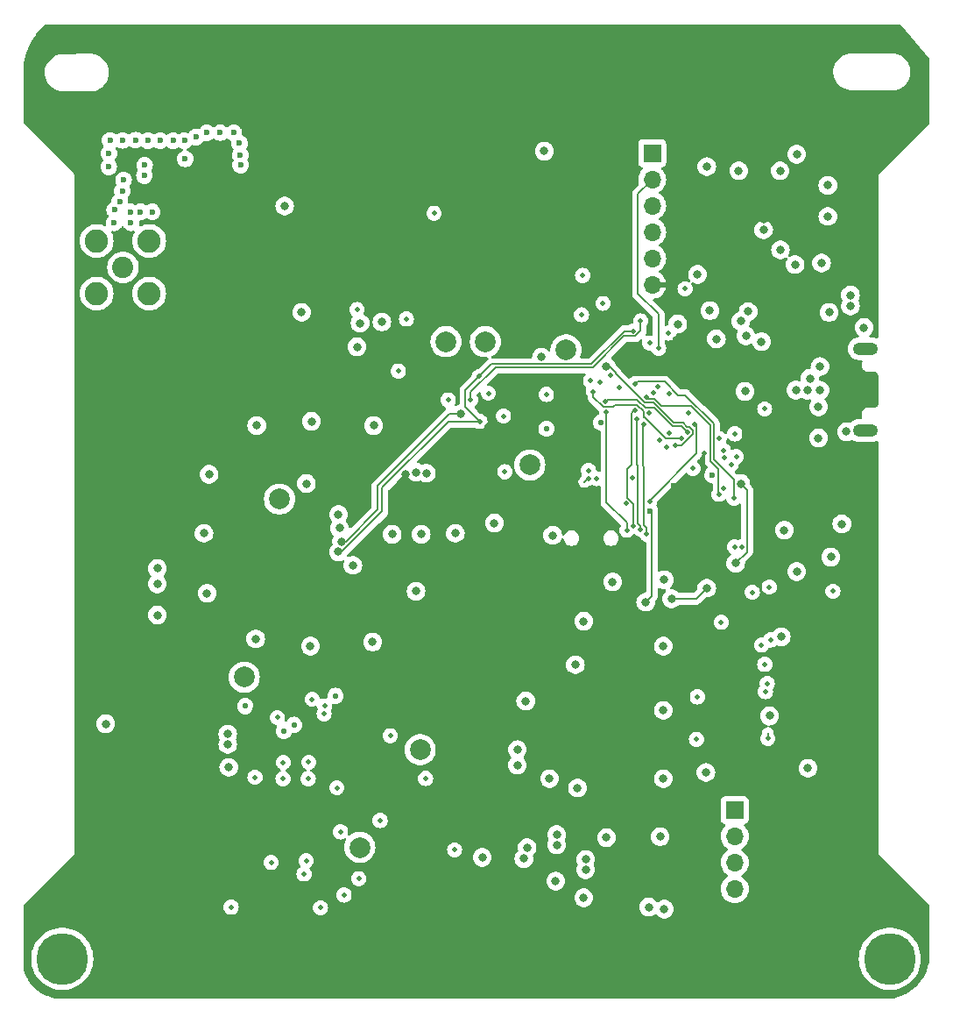
<source format=gbr>
%TF.GenerationSoftware,KiCad,Pcbnew,8.0.2-1*%
%TF.CreationDate,2024-09-20T01:44:26+01:00*%
%TF.ProjectId,FC_V4c_Express,46435f56-3463-45f4-9578-70726573732e,rev?*%
%TF.SameCoordinates,Original*%
%TF.FileFunction,Copper,L3,Inr*%
%TF.FilePolarity,Positive*%
%FSLAX46Y46*%
G04 Gerber Fmt 4.6, Leading zero omitted, Abs format (unit mm)*
G04 Created by KiCad (PCBNEW 8.0.2-1) date 2024-09-20 01:44:26*
%MOMM*%
%LPD*%
G01*
G04 APERTURE LIST*
%TA.AperFunction,ComponentPad*%
%ADD10R,1.700000X1.700000*%
%TD*%
%TA.AperFunction,ComponentPad*%
%ADD11O,1.700000X1.700000*%
%TD*%
%TA.AperFunction,ComponentPad*%
%ADD12C,2.050000*%
%TD*%
%TA.AperFunction,ComponentPad*%
%ADD13C,2.250000*%
%TD*%
%TA.AperFunction,ComponentPad*%
%ADD14C,2.000000*%
%TD*%
%TA.AperFunction,ComponentPad*%
%ADD15C,5.000000*%
%TD*%
%TA.AperFunction,ComponentPad*%
%ADD16C,0.500000*%
%TD*%
%TA.AperFunction,ComponentPad*%
%ADD17O,2.416000X1.208000*%
%TD*%
%TA.AperFunction,ViaPad*%
%ADD18C,0.800000*%
%TD*%
%TA.AperFunction,ViaPad*%
%ADD19C,0.600000*%
%TD*%
%TA.AperFunction,ViaPad*%
%ADD20C,0.460000*%
%TD*%
%TA.AperFunction,ViaPad*%
%ADD21C,0.560000*%
%TD*%
%TA.AperFunction,Conductor*%
%ADD22C,0.127000*%
%TD*%
%TA.AperFunction,Conductor*%
%ADD23C,0.200000*%
%TD*%
G04 APERTURE END LIST*
D10*
%TO.N,VBATT*%
%TO.C,J10*%
X212300000Y-123620000D03*
D11*
X212300000Y-126160000D03*
%TO.N,GND*%
X212300000Y-128700000D03*
X212300000Y-131240000D03*
%TD*%
D12*
%TO.N,Net-(J6-In)*%
%TO.C,J6*%
X153170000Y-71210000D03*
D13*
%TO.N,GND*%
X150630000Y-68670000D03*
X150630000Y-73750000D03*
X155710000Y-68670000D03*
X155710000Y-73750000D03*
%TD*%
D14*
%TO.N,Net-(U9-RESET)*%
%TO.C,TP3*%
X164900000Y-110800000D03*
%TD*%
%TO.N,Net-(IC3-EVI)*%
%TO.C,TP6*%
X168300000Y-93600000D03*
%TD*%
D15*
%TO.N,N/C*%
%TO.C,H2*%
X227300000Y-138000000D03*
%TD*%
D14*
%TO.N,+5V*%
%TO.C,TP5*%
X181900000Y-117800000D03*
%TD*%
D15*
%TO.N,N/C*%
%TO.C,H1*%
X147300000Y-138000000D03*
%TD*%
D14*
%TO.N,Net-(U9-STBY)*%
%TO.C,TP4*%
X176067500Y-127240000D03*
%TD*%
%TO.N,FC_RESET*%
%TO.C,TP2*%
X192500000Y-90300000D03*
%TD*%
%TO.N,RF1_IO0*%
%TO.C,TP8*%
X188200000Y-78400000D03*
%TD*%
D16*
%TO.N,GND*%
%TO.C,IC1*%
X205930000Y-83400812D03*
X204020812Y-85310000D03*
X207839188Y-85310000D03*
X205930000Y-87219188D03*
%TD*%
D14*
%TO.N,RF1_IO4*%
%TO.C,TP7*%
X184400000Y-78400000D03*
%TD*%
%TO.N,D3*%
%TO.C,TP1*%
X196000000Y-79200000D03*
%TD*%
D17*
%TO.N,GND*%
%TO.C,J8*%
X224920000Y-86970000D03*
%TO.N,N/C*%
X224920000Y-79070000D03*
%TD*%
D10*
%TO.N,GND*%
%TO.C,J3*%
X204330000Y-60190000D03*
D11*
%TO.N,TX*%
X204330000Y-62730000D03*
%TO.N,RX*%
X204330000Y-65270000D03*
%TO.N,SCL1*%
X204330000Y-67810000D03*
%TO.N,SDA1*%
X204330000Y-70350000D03*
%TO.N,3.3V*%
X204330000Y-72890000D03*
%TD*%
D18*
%TO.N,VBATT*%
X196900000Y-109600000D03*
%TO.N,GND*%
X205100000Y-126200000D03*
X205400000Y-107800000D03*
X197700000Y-105400000D03*
X197100000Y-121500000D03*
%TO.N,Net-(JP2-A)*%
X192100000Y-113100000D03*
%TO.N,GND*%
X192237347Y-127262653D03*
%TO.N,/WDT-VIN*%
X199900000Y-126300000D03*
%TO.N,GND*%
X205400000Y-114000000D03*
X205400000Y-120600000D03*
%TO.N,WDT_WDI*%
X205500000Y-101400000D03*
%TO.N,GND*%
X197900000Y-129400000D03*
X194400000Y-120600000D03*
%TO.N,Net-(JP2-A)*%
X191928663Y-128320001D03*
%TO.N,GND*%
X205500001Y-133200000D03*
X204000000Y-133000000D03*
X191300000Y-117800000D03*
X191300000Y-119300000D03*
%TO.N,/WDT-VP*%
X197700000Y-132100000D03*
X195100000Y-126000000D03*
%TO.N,/WDT-VIN*%
X195100000Y-127000000D03*
X197900001Y-128400000D03*
X195000000Y-130500000D03*
X187899999Y-128200001D03*
%TO.N,GND*%
X182000000Y-97000000D03*
D19*
X153230000Y-62770000D03*
D20*
X171117500Y-119010000D03*
D18*
X185300000Y-96900000D03*
D20*
X171077500Y-120610000D03*
D18*
X161300000Y-102700000D03*
X213300000Y-83200000D03*
D19*
X159110000Y-58990000D03*
D18*
X216800000Y-106900000D03*
X193900000Y-60000000D03*
D19*
X152860000Y-64860000D03*
D18*
X200500000Y-101600000D03*
D20*
X172267500Y-133070000D03*
D18*
X212700000Y-61900000D03*
D20*
X168667500Y-119030000D03*
D19*
X154870000Y-65870000D03*
X151810000Y-60210000D03*
D18*
X171400000Y-86100000D03*
D21*
X194100000Y-86800000D03*
D18*
X174000000Y-95100000D03*
X181500000Y-102500000D03*
X175800000Y-78900000D03*
D19*
X164430000Y-59240000D03*
D18*
X161500000Y-91200000D03*
D20*
X175957500Y-130250000D03*
X184610000Y-84030000D03*
X179007500Y-116450000D03*
X200300000Y-81610000D03*
D18*
X177400000Y-86500000D03*
D19*
X155270000Y-61360000D03*
D18*
X221430000Y-75570000D03*
X209900000Y-75400000D03*
D19*
X153930000Y-65870000D03*
X155250000Y-62360000D03*
X153120000Y-58960000D03*
X164550000Y-61340000D03*
D20*
X185227500Y-127480000D03*
D19*
X158020000Y-58980000D03*
D20*
X178027500Y-124640000D03*
D18*
X213390000Y-77840000D03*
D19*
X164510000Y-60360000D03*
D18*
X168800000Y-65300000D03*
D20*
X182427500Y-120580000D03*
D19*
X154380000Y-58940000D03*
D18*
X174100000Y-96400000D03*
D20*
X215200000Y-84900000D03*
D18*
X179200000Y-97000000D03*
X222660000Y-96000000D03*
D20*
X189950000Y-85580000D03*
X170877500Y-128520000D03*
D19*
X153120000Y-63830000D03*
D20*
X163627500Y-133010000D03*
D18*
X209520000Y-120000000D03*
X177300000Y-107400000D03*
D19*
X153940000Y-66910000D03*
D18*
X216725000Y-69530636D03*
X156500000Y-100300000D03*
X170900000Y-92100000D03*
X218147182Y-70952818D03*
D20*
X167497500Y-128690000D03*
D19*
X210151545Y-91251545D03*
X155580000Y-58990000D03*
D18*
X193625304Y-79900000D03*
X220400000Y-84690000D03*
D20*
X205900000Y-77570000D03*
D18*
X181500000Y-91005000D03*
X215100000Y-67600000D03*
D21*
X199373000Y-86198548D03*
D20*
X174197500Y-125740000D03*
D18*
X171300000Y-107800000D03*
D19*
X162580000Y-58200000D03*
D20*
X221800000Y-102500000D03*
D18*
X216700000Y-61900000D03*
X166000000Y-107100000D03*
X218300000Y-60300000D03*
X220700000Y-70800000D03*
D19*
X151800000Y-61520000D03*
X151920000Y-58970000D03*
X161280000Y-58230000D03*
D20*
X194100000Y-83500000D03*
D19*
X156770000Y-58980000D03*
D18*
X194700000Y-97100000D03*
X176094166Y-76605834D03*
D20*
X168637500Y-120610000D03*
D19*
X163890000Y-58230000D03*
D18*
X217100000Y-96600000D03*
D19*
X155990000Y-65870000D03*
D20*
X202427913Y-91510000D03*
D18*
X206800000Y-76700000D03*
D19*
X159190000Y-60740000D03*
D18*
X189070000Y-95910000D03*
D19*
X160210000Y-58640000D03*
D20*
X188490000Y-83380000D03*
D18*
X166100000Y-86500000D03*
D19*
X152330000Y-66910000D03*
D18*
X220400000Y-87700000D03*
D20*
X212300000Y-87300000D03*
X190080000Y-90960000D03*
D18*
X151500000Y-115300000D03*
X178200000Y-76500000D03*
X161000000Y-96900000D03*
D19*
X152370000Y-65680000D03*
D18*
%TO.N,3.3V*%
X182300000Y-127000000D03*
D20*
X168617500Y-124450000D03*
D18*
X201900000Y-104400000D03*
D20*
X184480000Y-82086500D03*
D18*
X217500000Y-75600000D03*
X186300000Y-104000000D03*
D21*
X206600000Y-78200000D03*
D18*
X186300000Y-102000000D03*
X201900000Y-101775000D03*
X151600000Y-117400000D03*
X180500000Y-91200000D03*
X199200000Y-104300000D03*
D20*
X169407500Y-132570000D03*
X211335156Y-89612344D03*
X210400000Y-110800000D03*
D18*
X164500000Y-123600000D03*
D21*
X165900000Y-113900000D03*
D18*
X184600000Y-120300000D03*
D21*
X190600000Y-89400000D03*
D18*
X209510000Y-117560000D03*
X165800000Y-96400000D03*
D20*
X178517500Y-132960000D03*
X209400000Y-89210328D03*
D18*
X199200000Y-101700000D03*
X222900000Y-100900000D03*
X156500000Y-103300000D03*
X211400000Y-84400000D03*
X181700000Y-79500000D03*
D20*
X188360000Y-86580000D03*
D18*
X170900000Y-95300000D03*
D21*
X202073851Y-76500000D03*
D20*
X202010000Y-98770000D03*
D18*
X213000000Y-81100000D03*
D19*
X206400000Y-92300000D03*
D18*
X215100000Y-66600000D03*
%TO.N,VBUS*%
X220550000Y-80800000D03*
X223100000Y-87100000D03*
X224800000Y-77030000D03*
D20*
%TO.N,VCC_RF1*%
X211000000Y-105500000D03*
D18*
X182500000Y-91100000D03*
D20*
%TO.N,D3*%
X201900000Y-96600000D03*
X199916500Y-85200000D03*
D18*
X208700000Y-71900000D03*
X221300000Y-66300000D03*
D20*
X207500000Y-73300000D03*
%TO.N,ENABLE_BURN {slash} PC*%
X203796738Y-83787000D03*
X210761406Y-93138594D03*
%TO.N,I2C_RESET {slash} VS*%
X202679075Y-82473441D03*
X212226500Y-93500000D03*
%TO.N,ENAB_RF {slash} D2*%
X202500000Y-96200000D03*
X202660000Y-85010000D03*
X208600000Y-116800000D03*
D18*
X219380000Y-119590000D03*
D20*
%TO.N,VBUS_RESET {slash} D4*%
X203200000Y-96500000D03*
X215506396Y-116726396D03*
X202849500Y-85860738D03*
D18*
%TO.N,BURN_RELAY_A {slash} D5*%
X215670000Y-114530688D03*
D20*
X203800000Y-97000000D03*
X208700000Y-112700000D03*
X203550000Y-86350000D03*
%TO.N,D7*%
X215450000Y-111420000D03*
%TO.N,D6*%
X215280000Y-112190000D03*
X214900000Y-107700000D03*
%TO.N,D8*%
X215210000Y-109560000D03*
X215800000Y-107200000D03*
%TO.N,SPI0_CS1*%
X172616007Y-114327687D03*
X208417107Y-86382893D03*
X204087000Y-93800000D03*
D18*
X163400000Y-119500000D03*
D20*
%TO.N,D9*%
X215647500Y-102100000D03*
X214006500Y-102600000D03*
%TO.N,TX*%
X204950000Y-79020000D03*
%TO.N,RX*%
X204070000Y-78550000D03*
%TO.N,SPI0_CS2*%
X210793500Y-87760145D03*
X201790003Y-94040119D03*
X168100000Y-114700000D03*
X172672887Y-113572891D03*
%TO.N,SDA1*%
X203210000Y-76390000D03*
X186770000Y-84000000D03*
D18*
X174300000Y-97700000D03*
X185800000Y-85400000D03*
D20*
%TO.N,SCL1*%
X187678042Y-86101958D03*
D18*
X174000000Y-98700000D03*
D20*
X187600000Y-81760000D03*
X202475000Y-77375000D03*
%TO.N,SDA0*%
X212454906Y-89500000D03*
X204850522Y-82754243D03*
X213000000Y-98200000D03*
%TO.N,SCL0*%
X211961406Y-90238594D03*
X204462067Y-83351099D03*
X212300000Y-98200000D03*
D18*
%TO.N,D0*%
X156500000Y-104800000D03*
D19*
X204098591Y-94722149D03*
D20*
X211200000Y-88900000D03*
D18*
X203700000Y-103552000D03*
%TO.N,FC_RESET*%
X221300000Y-63300000D03*
D20*
X199574500Y-74700000D03*
D18*
X156500000Y-101800000D03*
D20*
X197500000Y-75800000D03*
D18*
X209600000Y-61500000D03*
D20*
%TO.N,SWCLK*%
X205044501Y-87897613D03*
%TO.N,SWDIO*%
X205760000Y-88610000D03*
%TO.N,SPI0_MISO*%
X201127420Y-82797802D03*
X198969818Y-91630182D03*
D21*
X173722995Y-112593495D03*
D20*
X197600000Y-72001499D03*
X171457500Y-112930000D03*
%TO.N,SPI0_CS0*%
X183240000Y-66001499D03*
X180570000Y-76200000D03*
D18*
%TO.N,SPI0_SCK*%
X163300000Y-116300000D03*
D20*
X199292286Y-82307714D03*
X198200000Y-91600000D03*
D21*
X169700000Y-115400000D03*
%TO.N,SPI0_MOSI*%
X168719166Y-116019166D03*
D20*
X198167044Y-90827408D03*
D18*
X163300000Y-117300003D03*
D20*
X198371758Y-82190609D03*
%TO.N,RF1_RST*%
X206570000Y-88420000D03*
D18*
X199900000Y-80800000D03*
D20*
%TO.N,WDT_WDI*%
X208261406Y-90638594D03*
%TO.N,RF1_IO4*%
X198640000Y-83210000D03*
X175800000Y-75300000D03*
X207168321Y-87727200D03*
D18*
%TO.N,RF1_IO0*%
X170439847Y-75560153D03*
D20*
X207730000Y-87140000D03*
X199794371Y-84205629D03*
X179790000Y-81240000D03*
%TO.N,NEOPIX*%
X211239500Y-92600000D03*
D18*
X221600000Y-99200000D03*
%TO.N,/QSPI_DATA[3]*%
X210527330Y-78127330D03*
X213600000Y-75500000D03*
%TO.N,/QSPI_DATA[0]*%
X212900000Y-76423800D03*
X214900000Y-78400000D03*
%TO.N,RTC_INT*%
X212400000Y-99800000D03*
X212890000Y-92100000D03*
X206200000Y-103225000D03*
X175400000Y-100000000D03*
X209600000Y-102200000D03*
%TO.N,USB_D-*%
X223489169Y-74945000D03*
X218210000Y-83080000D03*
X219580000Y-81940000D03*
%TO.N,USB_D+*%
X219320000Y-83080000D03*
X220550000Y-83090000D03*
X223489169Y-73895000D03*
D20*
%TO.N,CANL*%
X170677500Y-129800000D03*
X174537500Y-131840000D03*
D21*
%TO.N,Net-(U9-RESET)*%
X165000000Y-113600000D03*
D20*
%TO.N,TXCAN*%
X165928750Y-120471250D03*
X173847500Y-121480000D03*
D18*
%TO.N,Net-(JP11-B)*%
X218300000Y-100600000D03*
%TD*%
D22*
%TO.N,3.3V*%
X209400000Y-91000000D02*
X208800000Y-91600000D01*
X209400000Y-89210328D02*
X209400000Y-91000000D01*
%TO.N,D3*%
X199916500Y-85200000D02*
X199916500Y-93916500D01*
X201870000Y-95870000D02*
X201870000Y-96570000D01*
X201870000Y-96570000D02*
X201900000Y-96600000D01*
X199916500Y-93916500D02*
X201870000Y-95870000D01*
%TO.N,ENABLE_BURN {slash} PC*%
X210761406Y-93138594D02*
X210746000Y-93123188D01*
X204548520Y-83900000D02*
X203909738Y-83900000D01*
X203909738Y-83900000D02*
X203796738Y-83787000D01*
X210746000Y-90708448D02*
X209973000Y-89935448D01*
X209973000Y-86473000D02*
X208094000Y-84594000D01*
X209973000Y-89935448D02*
X209973000Y-86473000D01*
X205242520Y-84594000D02*
X204548520Y-83900000D01*
X208094000Y-84594000D02*
X205242520Y-84594000D01*
X210746000Y-93123188D02*
X210746000Y-90708448D01*
%TO.N,I2C_RESET {slash} VS*%
X206830000Y-83570000D02*
X207532448Y-83570000D01*
X212226500Y-91726500D02*
X212226500Y-93500000D01*
X206830000Y-83570000D02*
X205520743Y-82260743D01*
X205520743Y-82260743D02*
X202891773Y-82260743D01*
X202891773Y-82260743D02*
X202679075Y-82473441D01*
X210300000Y-89800000D02*
X212226500Y-91726500D01*
X207532448Y-83570000D02*
X210300000Y-86337552D01*
X210300000Y-86337552D02*
X210300000Y-89800000D01*
%TO.N,ENAB_RF {slash} D2*%
X202356500Y-90276500D02*
X201934413Y-90698587D01*
X201934413Y-90698587D02*
X201934413Y-93486615D01*
X202356500Y-85313500D02*
X202660000Y-85010000D01*
X202356500Y-90276500D02*
X202356500Y-85313500D01*
X202500000Y-94052202D02*
X202500000Y-96200000D01*
X201934413Y-93486615D02*
X202500000Y-94052202D01*
%TO.N,VBUS_RESET {slash} D4*%
X202921413Y-95923498D02*
X203200000Y-96202085D01*
X202850000Y-90307552D02*
X202921413Y-90378965D01*
X203200000Y-96202085D02*
X203200000Y-96500000D01*
X202849500Y-85860738D02*
X202850000Y-85861238D01*
X215506396Y-116198481D02*
X215506396Y-116726396D01*
X202850000Y-85861238D02*
X202850000Y-90307552D01*
X202921413Y-90378965D02*
X202921413Y-95923498D01*
%TO.N,BURN_RELAY_A {slash} D5*%
X203392383Y-86507617D02*
X203550000Y-86350000D01*
X203392383Y-90387487D02*
X203527000Y-90522104D01*
X203527000Y-96127000D02*
X203800000Y-96400000D01*
X203527000Y-90522104D02*
X203527000Y-96127000D01*
X203392383Y-90387487D02*
X203392383Y-86507617D01*
X203800000Y-96400000D02*
X203800000Y-97000000D01*
X215670000Y-114530688D02*
X215649312Y-114510000D01*
%TO.N,SPI0_CS1*%
X208600000Y-86565786D02*
X208600000Y-89209532D01*
X204087000Y-93722532D02*
X204087000Y-93800000D01*
X208417107Y-86382893D02*
X208600000Y-86565786D01*
X208600000Y-89209532D02*
X204087000Y-93722532D01*
%TO.N,TX*%
X202940000Y-64120000D02*
X204330000Y-62730000D01*
X204950000Y-79020000D02*
X204950000Y-75750000D01*
X204950000Y-75750000D02*
X202940000Y-73740000D01*
X202940000Y-73740000D02*
X202940000Y-64120000D01*
D23*
%TO.N,SDA1*%
X177800000Y-92334314D02*
X177800000Y-94600000D01*
X174700000Y-97700000D02*
X174300000Y-97700000D01*
D22*
X189167415Y-80890500D02*
X186770000Y-83287915D01*
D23*
X185800000Y-85400000D02*
X184734314Y-85400000D01*
D22*
X198571948Y-80890500D02*
X189167415Y-80890500D01*
X203210000Y-77337915D02*
X202679415Y-77868500D01*
X186770000Y-83287915D02*
X186770000Y-84000000D01*
X202679415Y-77868500D02*
X201593948Y-77868500D01*
X201593948Y-77868500D02*
X198571948Y-80890500D01*
D23*
X184734314Y-85400000D02*
X177800000Y-92334314D01*
X177800000Y-94600000D02*
X174700000Y-97700000D01*
D22*
X203210000Y-76390000D02*
X203210000Y-77337915D01*
D23*
%TO.N,SCL1*%
X178200000Y-92500000D02*
X184598042Y-86101958D01*
D22*
X202475000Y-77375000D02*
X201625000Y-77375000D01*
D23*
X178200000Y-94789950D02*
X174289950Y-98700000D01*
D22*
X186276500Y-84700416D02*
X186276500Y-83083500D01*
X187678042Y-86101958D02*
X186276500Y-84700416D01*
D23*
X174289950Y-98700000D02*
X174000000Y-98700000D01*
D22*
X198436500Y-80563500D02*
X188796500Y-80563500D01*
D23*
X184598042Y-86101958D02*
X187678042Y-86101958D01*
D22*
X188796500Y-80563500D02*
X187600000Y-81760000D01*
X186276500Y-83083500D02*
X187600000Y-81760000D01*
D23*
X178200000Y-92500000D02*
X178200000Y-94789950D01*
D22*
X201625000Y-77375000D02*
X198436500Y-80563500D01*
%TO.N,D0*%
X204293500Y-94917058D02*
X204293500Y-102958500D01*
X204293500Y-102958500D02*
X203700000Y-103552000D01*
X204098591Y-94722149D02*
X204293500Y-94917058D01*
%TO.N,SPI0_SCK*%
X197756500Y-91935867D02*
X198092367Y-91600000D01*
X198092367Y-91600000D02*
X198200000Y-91600000D01*
%TO.N,RF1_RST*%
X206436072Y-86250000D02*
X204466572Y-84280500D01*
X200793500Y-81405585D02*
X200187915Y-80800000D01*
X208240000Y-87353436D02*
X208240000Y-86952085D01*
X204466572Y-84280500D02*
X203592323Y-84280500D01*
X202180000Y-82868177D02*
X202168177Y-82868177D01*
X200793500Y-81493500D02*
X200793500Y-81405585D01*
X203592323Y-84280500D02*
X202180000Y-82868177D01*
X207302448Y-86250000D02*
X206436072Y-86250000D01*
X200187915Y-80800000D02*
X199900000Y-80800000D01*
X207934415Y-86646500D02*
X207698948Y-86646500D01*
X202168177Y-82868177D02*
X200793500Y-81493500D01*
X207698948Y-86646500D02*
X207302448Y-86250000D01*
X208240000Y-86952085D02*
X207934415Y-86646500D01*
X207173436Y-88420000D02*
X208240000Y-87353436D01*
X206570000Y-88420000D02*
X207173436Y-88420000D01*
%TO.N,RF1_IO4*%
X207123522Y-87771999D02*
X205671999Y-87771999D01*
X207168321Y-87727200D02*
X207123522Y-87771999D01*
X203570000Y-85670000D02*
X203550000Y-85670000D01*
X200600000Y-84610000D02*
X200510871Y-84699129D01*
X202873463Y-84486536D02*
X200723464Y-84486536D01*
X203507312Y-85627312D02*
X203507312Y-85120385D01*
X200723464Y-84486536D02*
X200600000Y-84610000D01*
X203507312Y-85120385D02*
X202873463Y-84486536D01*
X205671999Y-87771999D02*
X203570000Y-85670000D01*
X199589956Y-84699129D02*
X198640000Y-83749173D01*
X203550000Y-85670000D02*
X203507312Y-85627312D01*
X200510871Y-84699129D02*
X199589956Y-84699129D01*
X198640000Y-83749173D02*
X198640000Y-83210000D01*
%TO.N,RF1_IO0*%
X200030000Y-83970000D02*
X199794371Y-84205629D01*
X203645875Y-84796500D02*
X202819375Y-83970000D01*
X202819375Y-83970000D02*
X200030000Y-83970000D01*
X206300624Y-86577000D02*
X204520124Y-84796500D01*
X207730000Y-87140000D02*
X207167000Y-86577000D01*
X204520124Y-84796500D02*
X203645875Y-84796500D01*
X207167000Y-86577000D02*
X206300624Y-86577000D01*
%TO.N,RTC_INT*%
X212890000Y-92100000D02*
X213493500Y-92703500D01*
X208575000Y-103225000D02*
X206200000Y-103225000D01*
X213493500Y-92703500D02*
X213493500Y-98706500D01*
X213493500Y-98706500D02*
X212400000Y-99800000D01*
X209600000Y-102200000D02*
X208575000Y-103225000D01*
%TD*%
%TA.AperFunction,Conductor*%
%TO.N,3.3V*%
G36*
X228288992Y-47778802D02*
G01*
X228355977Y-47798672D01*
X228384059Y-47823599D01*
X231097683Y-51092546D01*
X231114110Y-51112334D01*
X231141784Y-51176490D01*
X231142700Y-51191536D01*
X231142700Y-57245588D01*
X231123015Y-57312627D01*
X231106381Y-57333269D01*
X226200025Y-62239624D01*
X226200024Y-62239625D01*
X226169500Y-62313316D01*
X226169500Y-77956939D01*
X226149815Y-78023978D01*
X226097011Y-78069733D01*
X226027853Y-78079677D01*
X225989206Y-78067424D01*
X225947981Y-78046419D01*
X225782641Y-77992697D01*
X225638529Y-77969872D01*
X225610926Y-77965500D01*
X225426049Y-77965500D01*
X225359010Y-77945815D01*
X225313255Y-77893011D01*
X225303311Y-77823853D01*
X225332336Y-77760297D01*
X225353164Y-77741182D01*
X225395234Y-77710616D01*
X225405871Y-77702888D01*
X225532533Y-77562216D01*
X225627179Y-77398284D01*
X225685674Y-77218256D01*
X225705460Y-77030000D01*
X225685674Y-76841744D01*
X225627179Y-76661716D01*
X225532533Y-76497784D01*
X225405871Y-76357112D01*
X225401796Y-76354151D01*
X225252734Y-76245851D01*
X225252729Y-76245848D01*
X225079807Y-76168857D01*
X225079802Y-76168855D01*
X224934001Y-76137865D01*
X224894646Y-76129500D01*
X224705354Y-76129500D01*
X224672897Y-76136398D01*
X224520197Y-76168855D01*
X224520192Y-76168857D01*
X224347270Y-76245848D01*
X224347265Y-76245851D01*
X224194129Y-76357111D01*
X224067466Y-76497785D01*
X223972821Y-76661715D01*
X223972818Y-76661722D01*
X223918814Y-76827930D01*
X223914326Y-76841744D01*
X223894540Y-77030000D01*
X223914326Y-77218256D01*
X223914327Y-77218259D01*
X223972818Y-77398277D01*
X223972821Y-77398284D01*
X224067467Y-77562216D01*
X224194129Y-77702888D01*
X224254956Y-77747081D01*
X224297621Y-77802411D01*
X224303600Y-77872024D01*
X224270994Y-77933819D01*
X224210155Y-77968177D01*
X224201468Y-77969872D01*
X224057360Y-77992697D01*
X224057357Y-77992697D01*
X223892021Y-78046418D01*
X223737115Y-78125347D01*
X223700185Y-78152179D01*
X223596467Y-78227535D01*
X223596465Y-78227537D01*
X223596464Y-78227537D01*
X223473537Y-78350464D01*
X223473537Y-78350465D01*
X223473535Y-78350467D01*
X223447410Y-78386425D01*
X223371347Y-78491115D01*
X223292418Y-78646021D01*
X223238697Y-78811357D01*
X223238697Y-78811360D01*
X223219555Y-78932216D01*
X223211500Y-78983074D01*
X223211500Y-79156926D01*
X223218322Y-79200000D01*
X223238697Y-79328639D01*
X223238697Y-79328642D01*
X223292418Y-79493978D01*
X223311646Y-79531715D01*
X223371347Y-79648884D01*
X223473535Y-79789533D01*
X223596467Y-79912465D01*
X223737116Y-80014653D01*
X223739976Y-80016110D01*
X223892021Y-80093581D01*
X224057358Y-80147302D01*
X224057359Y-80147302D01*
X224057362Y-80147303D01*
X224229074Y-80174500D01*
X224527235Y-80174500D01*
X224594274Y-80194185D01*
X224640029Y-80246989D01*
X224649973Y-80316147D01*
X224638955Y-80352302D01*
X224602120Y-80428790D01*
X224569500Y-80571702D01*
X224569500Y-80718297D01*
X224583963Y-80781659D01*
X224598890Y-80847061D01*
X224602120Y-80861209D01*
X224665720Y-80993276D01*
X224665722Y-80993279D01*
X224702583Y-81039500D01*
X224757117Y-81107883D01*
X224832848Y-81168277D01*
X224857440Y-81187889D01*
X224871723Y-81199279D01*
X225003794Y-81262881D01*
X225146706Y-81295500D01*
X225180118Y-81295500D01*
X225835989Y-81295500D01*
X225865067Y-81298958D01*
X225921388Y-81312544D01*
X225951611Y-81324185D01*
X225966359Y-81332216D01*
X226007277Y-81354498D01*
X226033453Y-81373569D01*
X226055373Y-81394428D01*
X226079368Y-81417263D01*
X226099714Y-81442466D01*
X226132744Y-81496557D01*
X226145869Y-81526167D01*
X226163764Y-81586964D01*
X226168773Y-81618964D01*
X226169847Y-81663157D01*
X226169307Y-81669568D01*
X226169433Y-81702816D01*
X226168729Y-81716486D01*
X226166393Y-81738302D01*
X226167487Y-81750469D01*
X226167288Y-81750486D01*
X226169676Y-81766856D01*
X226174442Y-83019625D01*
X226174443Y-83020097D01*
X226174443Y-84272751D01*
X226172107Y-84288978D01*
X226172428Y-84289007D01*
X226171335Y-84301175D01*
X226173737Y-84323591D01*
X226174443Y-84336802D01*
X226174443Y-84371554D01*
X226174329Y-84371554D01*
X226174726Y-84376167D01*
X226173651Y-84420512D01*
X226168644Y-84452512D01*
X226166929Y-84458341D01*
X226151621Y-84510362D01*
X226150755Y-84513304D01*
X226137630Y-84542917D01*
X226104608Y-84597001D01*
X226084263Y-84622204D01*
X226038358Y-84665894D01*
X226012181Y-84684969D01*
X225956531Y-84715279D01*
X225926309Y-84726923D01*
X225891511Y-84735320D01*
X225867805Y-84741040D01*
X225838720Y-84744500D01*
X225146702Y-84744500D01*
X225003790Y-84777120D01*
X224871723Y-84840720D01*
X224871720Y-84840722D01*
X224757117Y-84932117D01*
X224665722Y-85046720D01*
X224665720Y-85046723D01*
X224602120Y-85178790D01*
X224569500Y-85321702D01*
X224569500Y-85468297D01*
X224585067Y-85536499D01*
X224598890Y-85597061D01*
X224602120Y-85611209D01*
X224638955Y-85687698D01*
X224650307Y-85756640D01*
X224622585Y-85820774D01*
X224564590Y-85859740D01*
X224527235Y-85865500D01*
X224229074Y-85865500D01*
X224171836Y-85874565D01*
X224057360Y-85892697D01*
X224057357Y-85892697D01*
X223892021Y-85946418D01*
X223737115Y-86025347D01*
X223719231Y-86038341D01*
X223596467Y-86127535D01*
X223596465Y-86127537D01*
X223596463Y-86127538D01*
X223512953Y-86211047D01*
X223451630Y-86244532D01*
X223386317Y-86239859D01*
X223385990Y-86240866D01*
X223379802Y-86238855D01*
X223234001Y-86207865D01*
X223194646Y-86199500D01*
X223005354Y-86199500D01*
X222972897Y-86206398D01*
X222820197Y-86238855D01*
X222820192Y-86238857D01*
X222647270Y-86315848D01*
X222647265Y-86315851D01*
X222494129Y-86427111D01*
X222367466Y-86567785D01*
X222272821Y-86731715D01*
X222272818Y-86731722D01*
X222216126Y-86906203D01*
X222214326Y-86911744D01*
X222194540Y-87100000D01*
X222214326Y-87288256D01*
X222214327Y-87288259D01*
X222272818Y-87468277D01*
X222272821Y-87468284D01*
X222367467Y-87632216D01*
X222456918Y-87731561D01*
X222494129Y-87772888D01*
X222647265Y-87884148D01*
X222647270Y-87884151D01*
X222820192Y-87961142D01*
X222820197Y-87961144D01*
X223005354Y-88000500D01*
X223005355Y-88000500D01*
X223194644Y-88000500D01*
X223194646Y-88000500D01*
X223379803Y-87961144D01*
X223552730Y-87884151D01*
X223552738Y-87884144D01*
X223558357Y-87880902D01*
X223559251Y-87882450D01*
X223616829Y-87861895D01*
X223684886Y-87877707D01*
X223696812Y-87885370D01*
X223737116Y-87914653D01*
X223877054Y-87985955D01*
X223892021Y-87993581D01*
X224057358Y-88047302D01*
X224057359Y-88047302D01*
X224057362Y-88047303D01*
X224229074Y-88074500D01*
X224229075Y-88074500D01*
X225610925Y-88074500D01*
X225610926Y-88074500D01*
X225782638Y-88047303D01*
X225782641Y-88047302D01*
X225782642Y-88047302D01*
X225926683Y-88000500D01*
X225947981Y-87993580D01*
X225989204Y-87972576D01*
X226057873Y-87959679D01*
X226122614Y-87985955D01*
X226162871Y-88043061D01*
X226169500Y-88083060D01*
X226169500Y-127776683D01*
X226200024Y-127850374D01*
X231106381Y-132756731D01*
X231139866Y-132818054D01*
X231142700Y-132844412D01*
X231142700Y-138046741D01*
X231140771Y-138068529D01*
X231077299Y-138424135D01*
X231074945Y-138434656D01*
X230976741Y-138798544D01*
X230973482Y-138808820D01*
X230844045Y-139162797D01*
X230839906Y-139172751D01*
X230680211Y-139514151D01*
X230675223Y-139523708D01*
X230486480Y-139849943D01*
X230480681Y-139859031D01*
X230264316Y-140167639D01*
X230257750Y-140176189D01*
X230015386Y-140464852D01*
X230008101Y-140472799D01*
X229741599Y-140739301D01*
X229733652Y-140746586D01*
X229444989Y-140988950D01*
X229436439Y-140995516D01*
X229127831Y-141211881D01*
X229118743Y-141217680D01*
X228792508Y-141406423D01*
X228782951Y-141411411D01*
X228441551Y-141571106D01*
X228431597Y-141575245D01*
X228077620Y-141704682D01*
X228067344Y-141707941D01*
X227703456Y-141806145D01*
X227692935Y-141808499D01*
X227337329Y-141871971D01*
X227315541Y-141873900D01*
X147394490Y-141873900D01*
X147387098Y-141873227D01*
X147343153Y-141873878D01*
X147337326Y-141873828D01*
X146980930Y-141862350D01*
X146969309Y-141861427D01*
X146618481Y-141816901D01*
X146606997Y-141814891D01*
X146261902Y-141737616D01*
X146250659Y-141734537D01*
X146158830Y-141704682D01*
X145914340Y-141625194D01*
X145903440Y-141621074D01*
X145741158Y-141550852D01*
X145578882Y-141480632D01*
X145568413Y-141475505D01*
X145258472Y-141305202D01*
X145248530Y-141299114D01*
X144955953Y-141100457D01*
X144946628Y-141093463D01*
X144687445Y-140879319D01*
X144674002Y-140868212D01*
X144665375Y-140860374D01*
X144415102Y-140610509D01*
X144407249Y-140601894D01*
X144181553Y-140329638D01*
X144174543Y-140320323D01*
X143975410Y-140028071D01*
X143969306Y-140018139D01*
X143798503Y-139708488D01*
X143793358Y-139698027D01*
X143713435Y-139514151D01*
X143652378Y-139373678D01*
X143648247Y-139362800D01*
X143552391Y-139069595D01*
X143549839Y-139061789D01*
X143543700Y-139023257D01*
X143543700Y-137999996D01*
X144294415Y-137999996D01*
X144294415Y-138000003D01*
X144314738Y-138348927D01*
X144314739Y-138348938D01*
X144375428Y-138693127D01*
X144375430Y-138693134D01*
X144475674Y-139027972D01*
X144614107Y-139348895D01*
X144614113Y-139348908D01*
X144788870Y-139651597D01*
X144997584Y-139931949D01*
X144997589Y-139931955D01*
X145078900Y-140018139D01*
X145237442Y-140186183D01*
X145397304Y-140320323D01*
X145505186Y-140410847D01*
X145505194Y-140410853D01*
X145797203Y-140602911D01*
X145797207Y-140602913D01*
X146109549Y-140759777D01*
X146437989Y-140879319D01*
X146778086Y-140959923D01*
X147125241Y-141000500D01*
X147125248Y-141000500D01*
X147474752Y-141000500D01*
X147474759Y-141000500D01*
X147821914Y-140959923D01*
X148162011Y-140879319D01*
X148490451Y-140759777D01*
X148802793Y-140602913D01*
X149094811Y-140410849D01*
X149362558Y-140186183D01*
X149602412Y-139931953D01*
X149811130Y-139651596D01*
X149985889Y-139348904D01*
X150124326Y-139027971D01*
X150224569Y-138693136D01*
X150285262Y-138348927D01*
X150305585Y-138000000D01*
X150305585Y-137999996D01*
X224294415Y-137999996D01*
X224294415Y-138000003D01*
X224314738Y-138348927D01*
X224314739Y-138348938D01*
X224375428Y-138693127D01*
X224375430Y-138693134D01*
X224475674Y-139027972D01*
X224614107Y-139348895D01*
X224614113Y-139348908D01*
X224788870Y-139651597D01*
X224997584Y-139931949D01*
X224997589Y-139931955D01*
X225078900Y-140018139D01*
X225237442Y-140186183D01*
X225397304Y-140320323D01*
X225505186Y-140410847D01*
X225505194Y-140410853D01*
X225797203Y-140602911D01*
X225797207Y-140602913D01*
X226109549Y-140759777D01*
X226437989Y-140879319D01*
X226778086Y-140959923D01*
X227125241Y-141000500D01*
X227125248Y-141000500D01*
X227474752Y-141000500D01*
X227474759Y-141000500D01*
X227821914Y-140959923D01*
X228162011Y-140879319D01*
X228490451Y-140759777D01*
X228802793Y-140602913D01*
X229094811Y-140410849D01*
X229362558Y-140186183D01*
X229602412Y-139931953D01*
X229811130Y-139651596D01*
X229985889Y-139348904D01*
X230124326Y-139027971D01*
X230224569Y-138693136D01*
X230285262Y-138348927D01*
X230305585Y-138000000D01*
X230285262Y-137651073D01*
X230285260Y-137651061D01*
X230224571Y-137306872D01*
X230224569Y-137306865D01*
X230124325Y-136972027D01*
X229985892Y-136651104D01*
X229985889Y-136651096D01*
X229811130Y-136348404D01*
X229811129Y-136348402D01*
X229602415Y-136068050D01*
X229602410Y-136068044D01*
X229486433Y-135945117D01*
X229362558Y-135813817D01*
X229214488Y-135689572D01*
X229094813Y-135589152D01*
X229094805Y-135589146D01*
X228802796Y-135397088D01*
X228490458Y-135240226D01*
X228490452Y-135240223D01*
X228162012Y-135120681D01*
X228162009Y-135120680D01*
X227821915Y-135040077D01*
X227778519Y-135035004D01*
X227474759Y-134999500D01*
X227125241Y-134999500D01*
X226821480Y-135035004D01*
X226778085Y-135040077D01*
X226778083Y-135040077D01*
X226437990Y-135120680D01*
X226437987Y-135120681D01*
X226109547Y-135240223D01*
X226109541Y-135240226D01*
X225797203Y-135397088D01*
X225505194Y-135589146D01*
X225505186Y-135589152D01*
X225237442Y-135813817D01*
X225237440Y-135813819D01*
X224997589Y-136068044D01*
X224997584Y-136068050D01*
X224788870Y-136348402D01*
X224614113Y-136651091D01*
X224614107Y-136651104D01*
X224475674Y-136972027D01*
X224375430Y-137306865D01*
X224375428Y-137306872D01*
X224314739Y-137651061D01*
X224314738Y-137651072D01*
X224294415Y-137999996D01*
X150305585Y-137999996D01*
X150285262Y-137651073D01*
X150285260Y-137651061D01*
X150224571Y-137306872D01*
X150224569Y-137306865D01*
X150124325Y-136972027D01*
X149985892Y-136651104D01*
X149985889Y-136651096D01*
X149811130Y-136348404D01*
X149811129Y-136348402D01*
X149602415Y-136068050D01*
X149602410Y-136068044D01*
X149486433Y-135945117D01*
X149362558Y-135813817D01*
X149214488Y-135689572D01*
X149094813Y-135589152D01*
X149094805Y-135589146D01*
X148802796Y-135397088D01*
X148490458Y-135240226D01*
X148490452Y-135240223D01*
X148162012Y-135120681D01*
X148162009Y-135120680D01*
X147821915Y-135040077D01*
X147778519Y-135035004D01*
X147474759Y-134999500D01*
X147125241Y-134999500D01*
X146821480Y-135035004D01*
X146778085Y-135040077D01*
X146778083Y-135040077D01*
X146437990Y-135120680D01*
X146437987Y-135120681D01*
X146109547Y-135240223D01*
X146109541Y-135240226D01*
X145797203Y-135397088D01*
X145505194Y-135589146D01*
X145505186Y-135589152D01*
X145237442Y-135813817D01*
X145237440Y-135813819D01*
X144997589Y-136068044D01*
X144997584Y-136068050D01*
X144788870Y-136348402D01*
X144614113Y-136651091D01*
X144614107Y-136651104D01*
X144475674Y-136972027D01*
X144375430Y-137306865D01*
X144375428Y-137306872D01*
X144314739Y-137651061D01*
X144314738Y-137651072D01*
X144294415Y-137999996D01*
X143543700Y-137999996D01*
X143543700Y-133009996D01*
X162892378Y-133009996D01*
X162892378Y-133010003D01*
X162910807Y-133173574D01*
X162965176Y-133328953D01*
X162965177Y-133328955D01*
X162965178Y-133328957D01*
X163052758Y-133468341D01*
X163169159Y-133584742D01*
X163308543Y-133672322D01*
X163463920Y-133726691D01*
X163463923Y-133726691D01*
X163463925Y-133726692D01*
X163627496Y-133745122D01*
X163627500Y-133745122D01*
X163627504Y-133745122D01*
X163791074Y-133726692D01*
X163791075Y-133726691D01*
X163791080Y-133726691D01*
X163946457Y-133672322D01*
X164085841Y-133584742D01*
X164202242Y-133468341D01*
X164289822Y-133328957D01*
X164344191Y-133173580D01*
X164344192Y-133173574D01*
X164355862Y-133069996D01*
X171532378Y-133069996D01*
X171532378Y-133070003D01*
X171550807Y-133233574D01*
X171605176Y-133388953D01*
X171605177Y-133388955D01*
X171605178Y-133388957D01*
X171692758Y-133528341D01*
X171809159Y-133644742D01*
X171948543Y-133732322D01*
X172103920Y-133786691D01*
X172103923Y-133786691D01*
X172103925Y-133786692D01*
X172267496Y-133805122D01*
X172267500Y-133805122D01*
X172267504Y-133805122D01*
X172431074Y-133786692D01*
X172431075Y-133786691D01*
X172431080Y-133786691D01*
X172586457Y-133732322D01*
X172725841Y-133644742D01*
X172842242Y-133528341D01*
X172929822Y-133388957D01*
X172984191Y-133233580D01*
X172987975Y-133200000D01*
X173002622Y-133070003D01*
X173002622Y-133069996D01*
X172984192Y-132906425D01*
X172984191Y-132906423D01*
X172984191Y-132906420D01*
X172929822Y-132751043D01*
X172842242Y-132611659D01*
X172725841Y-132495258D01*
X172586457Y-132407678D01*
X172586456Y-132407677D01*
X172586455Y-132407677D01*
X172586453Y-132407676D01*
X172431074Y-132353307D01*
X172267504Y-132334878D01*
X172267496Y-132334878D01*
X172103925Y-132353307D01*
X171948546Y-132407676D01*
X171948544Y-132407677D01*
X171809158Y-132495258D01*
X171692758Y-132611658D01*
X171605177Y-132751044D01*
X171605176Y-132751046D01*
X171550807Y-132906425D01*
X171532378Y-133069996D01*
X164355862Y-133069996D01*
X164362622Y-133010003D01*
X164362622Y-133009996D01*
X164344192Y-132846425D01*
X164344191Y-132846423D01*
X164344191Y-132846420D01*
X164289822Y-132691043D01*
X164202242Y-132551659D01*
X164085841Y-132435258D01*
X163946457Y-132347678D01*
X163946456Y-132347677D01*
X163946455Y-132347677D01*
X163946453Y-132347676D01*
X163808773Y-132299500D01*
X163791080Y-132293309D01*
X163791079Y-132293308D01*
X163791074Y-132293307D01*
X163627504Y-132274878D01*
X163627496Y-132274878D01*
X163463925Y-132293307D01*
X163308546Y-132347676D01*
X163308544Y-132347677D01*
X163169158Y-132435258D01*
X163052758Y-132551658D01*
X162965177Y-132691044D01*
X162965176Y-132691046D01*
X162910807Y-132846425D01*
X162892378Y-133009996D01*
X143543700Y-133009996D01*
X143543700Y-132844412D01*
X143563385Y-132777373D01*
X143580019Y-132756731D01*
X144496754Y-131839996D01*
X173802378Y-131839996D01*
X173802378Y-131840003D01*
X173820807Y-132003574D01*
X173875176Y-132158953D01*
X173875177Y-132158955D01*
X173875178Y-132158957D01*
X173962758Y-132298341D01*
X174079159Y-132414742D01*
X174218543Y-132502322D01*
X174373920Y-132556691D01*
X174373923Y-132556691D01*
X174373925Y-132556692D01*
X174537496Y-132575122D01*
X174537500Y-132575122D01*
X174537504Y-132575122D01*
X174701074Y-132556692D01*
X174701075Y-132556691D01*
X174701080Y-132556691D01*
X174856457Y-132502322D01*
X174995841Y-132414742D01*
X175112242Y-132298341D01*
X175199822Y-132158957D01*
X175220452Y-132100000D01*
X196794540Y-132100000D01*
X196814326Y-132288256D01*
X196814327Y-132288259D01*
X196872818Y-132468277D01*
X196872821Y-132468284D01*
X196967467Y-132632216D01*
X197020438Y-132691046D01*
X197094129Y-132772888D01*
X197247265Y-132884148D01*
X197247270Y-132884151D01*
X197420192Y-132961142D01*
X197420197Y-132961144D01*
X197605354Y-133000500D01*
X197605355Y-133000500D01*
X197794644Y-133000500D01*
X197794646Y-133000500D01*
X197796998Y-133000000D01*
X203094540Y-133000000D01*
X203114326Y-133188256D01*
X203114327Y-133188259D01*
X203172818Y-133368277D01*
X203172821Y-133368284D01*
X203267467Y-133532216D01*
X203368785Y-133644741D01*
X203394129Y-133672888D01*
X203547265Y-133784148D01*
X203547270Y-133784151D01*
X203720192Y-133861142D01*
X203720197Y-133861144D01*
X203905354Y-133900500D01*
X203905355Y-133900500D01*
X204094644Y-133900500D01*
X204094646Y-133900500D01*
X204279803Y-133861144D01*
X204452730Y-133784151D01*
X204584171Y-133688653D01*
X204649973Y-133665175D01*
X204718027Y-133681000D01*
X204764437Y-133726968D01*
X204767464Y-133732212D01*
X204767466Y-133732214D01*
X204894130Y-133872888D01*
X205047266Y-133984148D01*
X205047271Y-133984151D01*
X205220193Y-134061142D01*
X205220198Y-134061144D01*
X205405355Y-134100500D01*
X205405356Y-134100500D01*
X205594645Y-134100500D01*
X205594647Y-134100500D01*
X205779804Y-134061144D01*
X205952731Y-133984151D01*
X206105872Y-133872888D01*
X206232534Y-133732216D01*
X206327180Y-133568284D01*
X206385675Y-133388256D01*
X206405461Y-133200000D01*
X206385675Y-133011744D01*
X206327180Y-132831716D01*
X206232534Y-132667784D01*
X206105872Y-132527112D01*
X206094704Y-132518998D01*
X205952735Y-132415851D01*
X205952730Y-132415848D01*
X205779808Y-132338857D01*
X205779803Y-132338855D01*
X205634002Y-132307865D01*
X205594647Y-132299500D01*
X205405355Y-132299500D01*
X205372898Y-132306398D01*
X205220198Y-132338855D01*
X205220193Y-132338857D01*
X205047272Y-132415848D01*
X204915831Y-132511345D01*
X204850024Y-132534824D01*
X204781971Y-132518998D01*
X204735557Y-132473022D01*
X204732533Y-132467784D01*
X204605871Y-132327112D01*
X204605870Y-132327111D01*
X204452734Y-132215851D01*
X204452729Y-132215848D01*
X204279807Y-132138857D01*
X204279802Y-132138855D01*
X204134001Y-132107865D01*
X204094646Y-132099500D01*
X203905354Y-132099500D01*
X203872897Y-132106398D01*
X203720197Y-132138855D01*
X203720192Y-132138857D01*
X203547270Y-132215848D01*
X203547265Y-132215851D01*
X203394129Y-132327111D01*
X203267466Y-132467785D01*
X203172821Y-132631715D01*
X203172818Y-132631722D01*
X203120400Y-132793050D01*
X203114326Y-132811744D01*
X203094540Y-133000000D01*
X197796998Y-133000000D01*
X197979803Y-132961144D01*
X198152730Y-132884151D01*
X198305871Y-132772888D01*
X198432533Y-132632216D01*
X198527179Y-132468284D01*
X198585674Y-132288256D01*
X198605460Y-132100000D01*
X198585674Y-131911744D01*
X198527179Y-131731716D01*
X198432533Y-131567784D01*
X198305871Y-131427112D01*
X198269243Y-131400500D01*
X198152734Y-131315851D01*
X198152729Y-131315848D01*
X197979807Y-131238857D01*
X197979802Y-131238855D01*
X197834001Y-131207865D01*
X197794646Y-131199500D01*
X197605354Y-131199500D01*
X197572897Y-131206398D01*
X197420197Y-131238855D01*
X197420192Y-131238857D01*
X197247270Y-131315848D01*
X197247265Y-131315851D01*
X197094129Y-131427111D01*
X196967466Y-131567785D01*
X196872821Y-131731715D01*
X196872818Y-131731722D01*
X196837638Y-131839996D01*
X196814326Y-131911744D01*
X196794540Y-132100000D01*
X175220452Y-132100000D01*
X175254191Y-132003580D01*
X175254192Y-132003574D01*
X175272622Y-131840003D01*
X175272622Y-131839996D01*
X175254192Y-131676425D01*
X175254191Y-131676423D01*
X175254191Y-131676420D01*
X175199822Y-131521043D01*
X175112242Y-131381659D01*
X174995841Y-131265258D01*
X174856457Y-131177678D01*
X174856456Y-131177677D01*
X174856455Y-131177677D01*
X174856453Y-131177676D01*
X174701074Y-131123307D01*
X174537504Y-131104878D01*
X174537496Y-131104878D01*
X174373925Y-131123307D01*
X174218546Y-131177676D01*
X174218544Y-131177677D01*
X174079158Y-131265258D01*
X173962758Y-131381658D01*
X173875177Y-131521044D01*
X173875176Y-131521046D01*
X173820807Y-131676425D01*
X173802378Y-131839996D01*
X144496754Y-131839996D01*
X146025010Y-130311740D01*
X146536754Y-129799996D01*
X169942378Y-129799996D01*
X169942378Y-129800003D01*
X169960807Y-129963574D01*
X169960808Y-129963579D01*
X169960809Y-129963580D01*
X169968537Y-129985665D01*
X170015176Y-130118953D01*
X170015177Y-130118955D01*
X170015178Y-130118957D01*
X170102758Y-130258341D01*
X170219159Y-130374742D01*
X170358543Y-130462322D01*
X170513920Y-130516691D01*
X170513923Y-130516691D01*
X170513925Y-130516692D01*
X170677496Y-130535122D01*
X170677500Y-130535122D01*
X170677504Y-130535122D01*
X170841074Y-130516692D01*
X170841075Y-130516691D01*
X170841080Y-130516691D01*
X170996457Y-130462322D01*
X171135841Y-130374742D01*
X171252242Y-130258341D01*
X171257485Y-130249996D01*
X175222378Y-130249996D01*
X175222378Y-130250003D01*
X175240807Y-130413574D01*
X175295176Y-130568953D01*
X175295177Y-130568955D01*
X175295178Y-130568957D01*
X175382758Y-130708341D01*
X175499159Y-130824742D01*
X175638543Y-130912322D01*
X175793920Y-130966691D01*
X175793923Y-130966691D01*
X175793925Y-130966692D01*
X175957496Y-130985122D01*
X175957500Y-130985122D01*
X175957504Y-130985122D01*
X176121074Y-130966692D01*
X176121075Y-130966691D01*
X176121080Y-130966691D01*
X176276457Y-130912322D01*
X176415841Y-130824742D01*
X176532242Y-130708341D01*
X176619822Y-130568957D01*
X176643951Y-130500000D01*
X194094540Y-130500000D01*
X194114326Y-130688256D01*
X194114327Y-130688259D01*
X194172818Y-130868277D01*
X194172821Y-130868284D01*
X194267467Y-131032216D01*
X194349486Y-131123307D01*
X194394129Y-131172888D01*
X194547265Y-131284148D01*
X194547270Y-131284151D01*
X194720192Y-131361142D01*
X194720197Y-131361144D01*
X194905354Y-131400500D01*
X194905355Y-131400500D01*
X195094644Y-131400500D01*
X195094646Y-131400500D01*
X195279803Y-131361144D01*
X195452730Y-131284151D01*
X195605871Y-131172888D01*
X195732533Y-131032216D01*
X195827179Y-130868284D01*
X195885674Y-130688256D01*
X195905460Y-130500000D01*
X195885674Y-130311744D01*
X195827179Y-130131716D01*
X195732533Y-129967784D01*
X195605871Y-129827112D01*
X195568559Y-129800003D01*
X195452734Y-129715851D01*
X195452729Y-129715848D01*
X195279807Y-129638857D01*
X195279802Y-129638855D01*
X195134001Y-129607865D01*
X195094646Y-129599500D01*
X194905354Y-129599500D01*
X194872897Y-129606398D01*
X194720197Y-129638855D01*
X194720192Y-129638857D01*
X194547270Y-129715848D01*
X194547265Y-129715851D01*
X194394129Y-129827111D01*
X194267466Y-129967785D01*
X194172821Y-130131715D01*
X194172818Y-130131722D01*
X194130767Y-130261144D01*
X194114326Y-130311744D01*
X194094540Y-130500000D01*
X176643951Y-130500000D01*
X176674191Y-130413580D01*
X176679259Y-130368599D01*
X176692622Y-130250003D01*
X176692622Y-130249996D01*
X176674192Y-130086425D01*
X176674191Y-130086423D01*
X176674191Y-130086420D01*
X176619822Y-129931043D01*
X176532242Y-129791659D01*
X176415841Y-129675258D01*
X176276457Y-129587678D01*
X176276456Y-129587677D01*
X176276455Y-129587677D01*
X176276453Y-129587676D01*
X176121074Y-129533307D01*
X175957504Y-129514878D01*
X175957496Y-129514878D01*
X175793925Y-129533307D01*
X175638546Y-129587676D01*
X175638544Y-129587677D01*
X175499158Y-129675258D01*
X175382758Y-129791658D01*
X175295177Y-129931044D01*
X175295176Y-129931046D01*
X175240807Y-130086425D01*
X175222378Y-130249996D01*
X171257485Y-130249996D01*
X171339822Y-130118957D01*
X171394191Y-129963580D01*
X171398763Y-129923002D01*
X171412622Y-129800003D01*
X171412622Y-129799996D01*
X171394192Y-129636425D01*
X171394191Y-129636423D01*
X171394191Y-129636420D01*
X171339822Y-129481043D01*
X171288900Y-129400000D01*
X196994540Y-129400000D01*
X197014326Y-129588256D01*
X197014327Y-129588259D01*
X197072818Y-129768277D01*
X197072821Y-129768284D01*
X197167467Y-129932216D01*
X197292947Y-130071575D01*
X197294129Y-130072888D01*
X197447265Y-130184148D01*
X197447270Y-130184151D01*
X197620192Y-130261142D01*
X197620197Y-130261144D01*
X197805354Y-130300500D01*
X197805355Y-130300500D01*
X197994644Y-130300500D01*
X197994646Y-130300500D01*
X198179803Y-130261144D01*
X198352730Y-130184151D01*
X198505871Y-130072888D01*
X198632533Y-129932216D01*
X198727179Y-129768284D01*
X198785674Y-129588256D01*
X198805460Y-129400000D01*
X198785674Y-129211744D01*
X198727179Y-129031716D01*
X198686927Y-128961998D01*
X198670455Y-128894100D01*
X198686928Y-128838001D01*
X198727180Y-128768284D01*
X198785675Y-128588256D01*
X198805461Y-128400000D01*
X198785675Y-128211744D01*
X198727180Y-128031716D01*
X198632534Y-127867784D01*
X198505872Y-127727112D01*
X198505871Y-127727111D01*
X198352735Y-127615851D01*
X198352730Y-127615848D01*
X198179808Y-127538857D01*
X198179803Y-127538855D01*
X198029857Y-127506984D01*
X197994647Y-127499500D01*
X197805355Y-127499500D01*
X197772898Y-127506398D01*
X197620198Y-127538855D01*
X197620193Y-127538857D01*
X197447271Y-127615848D01*
X197447266Y-127615851D01*
X197294130Y-127727111D01*
X197167467Y-127867785D01*
X197072822Y-128031715D01*
X197072819Y-128031722D01*
X197017803Y-128201046D01*
X197014327Y-128211744D01*
X196994541Y-128400000D01*
X197014327Y-128588256D01*
X197014328Y-128588259D01*
X197072822Y-128768285D01*
X197113071Y-128837999D01*
X197129544Y-128905900D01*
X197113071Y-128961999D01*
X197072821Y-129031714D01*
X197017747Y-129201214D01*
X197014326Y-129211744D01*
X196994540Y-129400000D01*
X171288900Y-129400000D01*
X171252242Y-129341659D01*
X171242812Y-129332229D01*
X171209327Y-129270906D01*
X171214311Y-129201214D01*
X171256183Y-129145281D01*
X171264522Y-129139554D01*
X171297576Y-129118785D01*
X171335841Y-129094742D01*
X171452242Y-128978341D01*
X171539822Y-128838957D01*
X171594191Y-128683580D01*
X171604931Y-128588259D01*
X171612622Y-128520003D01*
X171612622Y-128519996D01*
X171594192Y-128356425D01*
X171594191Y-128356423D01*
X171594191Y-128356420D01*
X171539822Y-128201043D01*
X171452242Y-128061659D01*
X171335841Y-127945258D01*
X171196457Y-127857678D01*
X171196456Y-127857677D01*
X171196455Y-127857677D01*
X171196453Y-127857676D01*
X171041074Y-127803307D01*
X170877504Y-127784878D01*
X170877496Y-127784878D01*
X170713925Y-127803307D01*
X170558546Y-127857676D01*
X170558544Y-127857677D01*
X170419158Y-127945258D01*
X170302758Y-128061658D01*
X170215177Y-128201044D01*
X170215176Y-128201046D01*
X170160807Y-128356425D01*
X170142378Y-128519996D01*
X170142378Y-128520003D01*
X170160807Y-128683574D01*
X170160808Y-128683579D01*
X170160809Y-128683580D01*
X170163057Y-128690003D01*
X170215176Y-128838953D01*
X170215177Y-128838955D01*
X170215178Y-128838957D01*
X170224366Y-128853580D01*
X170302758Y-128978341D01*
X170312187Y-128987770D01*
X170345672Y-129049093D01*
X170340688Y-129118785D01*
X170298816Y-129174718D01*
X170290479Y-129180444D01*
X170219160Y-129225256D01*
X170102758Y-129341658D01*
X170015177Y-129481044D01*
X170015176Y-129481046D01*
X169960807Y-129636425D01*
X169942378Y-129799996D01*
X146536754Y-129799996D01*
X147646754Y-128689996D01*
X166762378Y-128689996D01*
X166762378Y-128690003D01*
X166780807Y-128853574D01*
X166835176Y-129008953D01*
X166835177Y-129008955D01*
X166835178Y-129008957D01*
X166922758Y-129148341D01*
X167039159Y-129264742D01*
X167178543Y-129352322D01*
X167333920Y-129406691D01*
X167333923Y-129406691D01*
X167333925Y-129406692D01*
X167497496Y-129425122D01*
X167497500Y-129425122D01*
X167497504Y-129425122D01*
X167661074Y-129406692D01*
X167661075Y-129406691D01*
X167661080Y-129406691D01*
X167816457Y-129352322D01*
X167955841Y-129264742D01*
X168072242Y-129148341D01*
X168159822Y-129008957D01*
X168214191Y-128853580D01*
X168215947Y-128837999D01*
X168232622Y-128690003D01*
X168232622Y-128689996D01*
X168214192Y-128526425D01*
X168214191Y-128526423D01*
X168214191Y-128526420D01*
X168159822Y-128371043D01*
X168072242Y-128231659D01*
X167955841Y-128115258D01*
X167816457Y-128027678D01*
X167816456Y-128027677D01*
X167816455Y-128027677D01*
X167816453Y-128027676D01*
X167661074Y-127973307D01*
X167497504Y-127954878D01*
X167497496Y-127954878D01*
X167333925Y-127973307D01*
X167178546Y-128027676D01*
X167178544Y-128027677D01*
X167039158Y-128115258D01*
X166922758Y-128231658D01*
X166835177Y-128371044D01*
X166835176Y-128371046D01*
X166780807Y-128526425D01*
X166762378Y-128689996D01*
X147646754Y-128689996D01*
X148489976Y-127846774D01*
X148520500Y-127773082D01*
X148520500Y-127693318D01*
X148520500Y-125739996D01*
X173462378Y-125739996D01*
X173462378Y-125740003D01*
X173480807Y-125903574D01*
X173535176Y-126058953D01*
X173535177Y-126058955D01*
X173535178Y-126058957D01*
X173622758Y-126198341D01*
X173739159Y-126314742D01*
X173878543Y-126402322D01*
X174033920Y-126456691D01*
X174033923Y-126456691D01*
X174033925Y-126456692D01*
X174197496Y-126475122D01*
X174197500Y-126475122D01*
X174197504Y-126475122D01*
X174361074Y-126456692D01*
X174361075Y-126456691D01*
X174361080Y-126456691D01*
X174516457Y-126402322D01*
X174561387Y-126374090D01*
X174628619Y-126355091D01*
X174695454Y-126375458D01*
X174740669Y-126428725D01*
X174749908Y-126497981D01*
X174740912Y-126528895D01*
X174643437Y-126751118D01*
X174582392Y-126992175D01*
X174582390Y-126992187D01*
X174561857Y-127239994D01*
X174561857Y-127240005D01*
X174582390Y-127487812D01*
X174582392Y-127487824D01*
X174643436Y-127728881D01*
X174743326Y-127956606D01*
X174879333Y-128164782D01*
X174879336Y-128164785D01*
X175047756Y-128347738D01*
X175243991Y-128500474D01*
X175462690Y-128618828D01*
X175697886Y-128699571D01*
X175943165Y-128740500D01*
X176191835Y-128740500D01*
X176437114Y-128699571D01*
X176672310Y-128618828D01*
X176891009Y-128500474D01*
X177087244Y-128347738D01*
X177255664Y-128164785D01*
X177391673Y-127956607D01*
X177491563Y-127728881D01*
X177552608Y-127487821D01*
X177553256Y-127480000D01*
X177553256Y-127479996D01*
X184492378Y-127479996D01*
X184492378Y-127480003D01*
X184510807Y-127643574D01*
X184565176Y-127798953D01*
X184565177Y-127798955D01*
X184565178Y-127798957D01*
X184652758Y-127938341D01*
X184769159Y-128054742D01*
X184908543Y-128142322D01*
X185063920Y-128196691D01*
X185063923Y-128196691D01*
X185063925Y-128196692D01*
X185227496Y-128215122D01*
X185227500Y-128215122D01*
X185227504Y-128215122D01*
X185361706Y-128200001D01*
X186994539Y-128200001D01*
X187014325Y-128388257D01*
X187014326Y-128388260D01*
X187072817Y-128568278D01*
X187072820Y-128568285D01*
X187167466Y-128732217D01*
X187275513Y-128852215D01*
X187294128Y-128872889D01*
X187447264Y-128984149D01*
X187447269Y-128984152D01*
X187620191Y-129061143D01*
X187620196Y-129061145D01*
X187805353Y-129100501D01*
X187805354Y-129100501D01*
X187994643Y-129100501D01*
X187994645Y-129100501D01*
X188179802Y-129061145D01*
X188352729Y-128984152D01*
X188505870Y-128872889D01*
X188632532Y-128732217D01*
X188727178Y-128568285D01*
X188785673Y-128388257D01*
X188792847Y-128320001D01*
X191023203Y-128320001D01*
X191042989Y-128508257D01*
X191042990Y-128508260D01*
X191101481Y-128688278D01*
X191101484Y-128688285D01*
X191196130Y-128852217D01*
X191309693Y-128978341D01*
X191322792Y-128992889D01*
X191475928Y-129104149D01*
X191475933Y-129104152D01*
X191648855Y-129181143D01*
X191648860Y-129181145D01*
X191834017Y-129220501D01*
X191834018Y-129220501D01*
X192023307Y-129220501D01*
X192023309Y-129220501D01*
X192208466Y-129181145D01*
X192381393Y-129104152D01*
X192534534Y-128992889D01*
X192661196Y-128852217D01*
X192755842Y-128688285D01*
X192814337Y-128508257D01*
X192834123Y-128320001D01*
X192814337Y-128131745D01*
X192796117Y-128075670D01*
X192794122Y-128005829D01*
X192830202Y-127945996D01*
X192841167Y-127937031D01*
X192843218Y-127935541D01*
X192969880Y-127794869D01*
X193064526Y-127630937D01*
X193123021Y-127450909D01*
X193142807Y-127262653D01*
X193123021Y-127074397D01*
X193064526Y-126894369D01*
X192969880Y-126730437D01*
X192843218Y-126589765D01*
X192813652Y-126568284D01*
X192690081Y-126478504D01*
X192690076Y-126478501D01*
X192517154Y-126401510D01*
X192517149Y-126401508D01*
X192360804Y-126368277D01*
X192331993Y-126362153D01*
X192142701Y-126362153D01*
X192113890Y-126368277D01*
X191957544Y-126401508D01*
X191957539Y-126401510D01*
X191784617Y-126478501D01*
X191784612Y-126478504D01*
X191631476Y-126589764D01*
X191504813Y-126730438D01*
X191410168Y-126894368D01*
X191410165Y-126894375D01*
X191355979Y-127061144D01*
X191351673Y-127074397D01*
X191334268Y-127240000D01*
X191331887Y-127262653D01*
X191351673Y-127450909D01*
X191351675Y-127450915D01*
X191369892Y-127506984D01*
X191371887Y-127576826D01*
X191335806Y-127636658D01*
X191324860Y-127645609D01*
X191322798Y-127647107D01*
X191322791Y-127647113D01*
X191196129Y-127787786D01*
X191101484Y-127951716D01*
X191101481Y-127951723D01*
X191048346Y-128115258D01*
X191042989Y-128131745D01*
X191023203Y-128320001D01*
X188792847Y-128320001D01*
X188805459Y-128200001D01*
X188785673Y-128011745D01*
X188727178Y-127831717D01*
X188632532Y-127667785D01*
X188505870Y-127527113D01*
X188504290Y-127525965D01*
X188352733Y-127415852D01*
X188352728Y-127415849D01*
X188179806Y-127338858D01*
X188179801Y-127338856D01*
X188034000Y-127307866D01*
X187994645Y-127299501D01*
X187805353Y-127299501D01*
X187772896Y-127306399D01*
X187620196Y-127338856D01*
X187620191Y-127338858D01*
X187447269Y-127415849D01*
X187447264Y-127415852D01*
X187294128Y-127527112D01*
X187167465Y-127667786D01*
X187072820Y-127831716D01*
X187072817Y-127831723D01*
X187021394Y-127989988D01*
X187014325Y-128011745D01*
X186994539Y-128200001D01*
X185361706Y-128200001D01*
X185391074Y-128196692D01*
X185391075Y-128196691D01*
X185391080Y-128196691D01*
X185546457Y-128142322D01*
X185685841Y-128054742D01*
X185802242Y-127938341D01*
X185889822Y-127798957D01*
X185944191Y-127643580D01*
X185945616Y-127630937D01*
X185962622Y-127480003D01*
X185962622Y-127479996D01*
X185944192Y-127316425D01*
X185944191Y-127316423D01*
X185944191Y-127316420D01*
X185889822Y-127161043D01*
X185802242Y-127021659D01*
X185685841Y-126905258D01*
X185546457Y-126817678D01*
X185546456Y-126817677D01*
X185546455Y-126817677D01*
X185546453Y-126817676D01*
X185391074Y-126763307D01*
X185227504Y-126744878D01*
X185227496Y-126744878D01*
X185063925Y-126763307D01*
X184908546Y-126817676D01*
X184908544Y-126817677D01*
X184769158Y-126905258D01*
X184652758Y-127021658D01*
X184565177Y-127161044D01*
X184565176Y-127161046D01*
X184510807Y-127316425D01*
X184492378Y-127479996D01*
X177553256Y-127479996D01*
X177573143Y-127240005D01*
X177573143Y-127239994D01*
X177552609Y-126992187D01*
X177552607Y-126992175D01*
X177491563Y-126751118D01*
X177391673Y-126523393D01*
X177255666Y-126315217D01*
X177149601Y-126200000D01*
X177087244Y-126132262D01*
X176917314Y-126000000D01*
X194194540Y-126000000D01*
X194214326Y-126188256D01*
X194214327Y-126188259D01*
X194272818Y-126368277D01*
X194272820Y-126368281D01*
X194272821Y-126368284D01*
X194307717Y-126428725D01*
X194313072Y-126438001D01*
X194329543Y-126505901D01*
X194313072Y-126561998D01*
X194277471Y-126623663D01*
X194272820Y-126631718D01*
X194272818Y-126631722D01*
X194214327Y-126811740D01*
X194214326Y-126811744D01*
X194194540Y-127000000D01*
X194214326Y-127188256D01*
X194214327Y-127188259D01*
X194272818Y-127368277D01*
X194272821Y-127368284D01*
X194367467Y-127532216D01*
X194467740Y-127643580D01*
X194494129Y-127672888D01*
X194647265Y-127784148D01*
X194647270Y-127784151D01*
X194820192Y-127861142D01*
X194820197Y-127861144D01*
X195005354Y-127900500D01*
X195005355Y-127900500D01*
X195194644Y-127900500D01*
X195194646Y-127900500D01*
X195379803Y-127861144D01*
X195552730Y-127784151D01*
X195705871Y-127672888D01*
X195832533Y-127532216D01*
X195927179Y-127368284D01*
X195985674Y-127188256D01*
X196005460Y-127000000D01*
X195985674Y-126811744D01*
X195927179Y-126631716D01*
X195886927Y-126561999D01*
X195870454Y-126494101D01*
X195886927Y-126438001D01*
X195927179Y-126368284D01*
X195949366Y-126300000D01*
X198994540Y-126300000D01*
X199014326Y-126488256D01*
X199014327Y-126488259D01*
X199072818Y-126668277D01*
X199072821Y-126668284D01*
X199167467Y-126832216D01*
X199233235Y-126905258D01*
X199294129Y-126972888D01*
X199447265Y-127084148D01*
X199447270Y-127084151D01*
X199620192Y-127161142D01*
X199620197Y-127161144D01*
X199805354Y-127200500D01*
X199805355Y-127200500D01*
X199994644Y-127200500D01*
X199994646Y-127200500D01*
X200179803Y-127161144D01*
X200352730Y-127084151D01*
X200505871Y-126972888D01*
X200632533Y-126832216D01*
X200727179Y-126668284D01*
X200785674Y-126488256D01*
X200805460Y-126300000D01*
X200794950Y-126200000D01*
X204194540Y-126200000D01*
X204214326Y-126388256D01*
X204214327Y-126388259D01*
X204272818Y-126568277D01*
X204272821Y-126568284D01*
X204367467Y-126732216D01*
X204439071Y-126811740D01*
X204494129Y-126872888D01*
X204647265Y-126984148D01*
X204647270Y-126984151D01*
X204820192Y-127061142D01*
X204820197Y-127061144D01*
X205005354Y-127100500D01*
X205005355Y-127100500D01*
X205194644Y-127100500D01*
X205194646Y-127100500D01*
X205379803Y-127061144D01*
X205552730Y-126984151D01*
X205705871Y-126872888D01*
X205832533Y-126732216D01*
X205927179Y-126568284D01*
X205985674Y-126388256D01*
X206005460Y-126200000D01*
X206001256Y-126159999D01*
X210944341Y-126159999D01*
X210944341Y-126160000D01*
X210964936Y-126395403D01*
X210964938Y-126395413D01*
X211026094Y-126623655D01*
X211026096Y-126623659D01*
X211026097Y-126623663D01*
X211116568Y-126817678D01*
X211125965Y-126837830D01*
X211125967Y-126837834D01*
X211261501Y-127031395D01*
X211261506Y-127031402D01*
X211428597Y-127198493D01*
X211428603Y-127198498D01*
X211614158Y-127328425D01*
X211657783Y-127383002D01*
X211664977Y-127452500D01*
X211633454Y-127514855D01*
X211614158Y-127531575D01*
X211428597Y-127661505D01*
X211261505Y-127828597D01*
X211125965Y-128022169D01*
X211125964Y-128022171D01*
X211026098Y-128236335D01*
X211026094Y-128236344D01*
X210964938Y-128464586D01*
X210964936Y-128464596D01*
X210944341Y-128699999D01*
X210944341Y-128700000D01*
X210964936Y-128935403D01*
X210964938Y-128935413D01*
X211026094Y-129163655D01*
X211026096Y-129163659D01*
X211026097Y-129163663D01*
X211104701Y-129332229D01*
X211125965Y-129377830D01*
X211125967Y-129377834D01*
X211261501Y-129571395D01*
X211261506Y-129571402D01*
X211428597Y-129738493D01*
X211428603Y-129738498D01*
X211614158Y-129868425D01*
X211657783Y-129923002D01*
X211664977Y-129992500D01*
X211633454Y-130054855D01*
X211614158Y-130071575D01*
X211428597Y-130201505D01*
X211261505Y-130368597D01*
X211125965Y-130562169D01*
X211125964Y-130562171D01*
X211026098Y-130776335D01*
X211026094Y-130776344D01*
X210964938Y-131004586D01*
X210964936Y-131004596D01*
X210944341Y-131239999D01*
X210944341Y-131240000D01*
X210964936Y-131475403D01*
X210964938Y-131475413D01*
X211026094Y-131703655D01*
X211026096Y-131703659D01*
X211026097Y-131703663D01*
X211089670Y-131839996D01*
X211125965Y-131917830D01*
X211125967Y-131917834D01*
X211234281Y-132072521D01*
X211261505Y-132111401D01*
X211428599Y-132278495D01*
X211498030Y-132327111D01*
X211622165Y-132414032D01*
X211622167Y-132414033D01*
X211622170Y-132414035D01*
X211836337Y-132513903D01*
X211836343Y-132513904D01*
X211836344Y-132513905D01*
X211885634Y-132527112D01*
X212064592Y-132575063D01*
X212252918Y-132591539D01*
X212299999Y-132595659D01*
X212300000Y-132595659D01*
X212300001Y-132595659D01*
X212339234Y-132592226D01*
X212535408Y-132575063D01*
X212763663Y-132513903D01*
X212977830Y-132414035D01*
X213171401Y-132278495D01*
X213338495Y-132111401D01*
X213474035Y-131917830D01*
X213573903Y-131703663D01*
X213635063Y-131475408D01*
X213655659Y-131240000D01*
X213635063Y-131004592D01*
X213573903Y-130776337D01*
X213474035Y-130562171D01*
X213455096Y-130535122D01*
X213338494Y-130368597D01*
X213171402Y-130201506D01*
X213171396Y-130201501D01*
X212985842Y-130071575D01*
X212942217Y-130016998D01*
X212935023Y-129947500D01*
X212966546Y-129885145D01*
X212985842Y-129868425D01*
X213044844Y-129827111D01*
X213171401Y-129738495D01*
X213338495Y-129571401D01*
X213474035Y-129377830D01*
X213573903Y-129163663D01*
X213635063Y-128935408D01*
X213655659Y-128700000D01*
X213655621Y-128699571D01*
X213644135Y-128568285D01*
X213635063Y-128464592D01*
X213573903Y-128236337D01*
X213474035Y-128022171D01*
X213462593Y-128005829D01*
X213338494Y-127828597D01*
X213171402Y-127661506D01*
X213171396Y-127661501D01*
X212985842Y-127531575D01*
X212942217Y-127476998D01*
X212935023Y-127407500D01*
X212966546Y-127345145D01*
X212985842Y-127328425D01*
X213079774Y-127262653D01*
X213171401Y-127198495D01*
X213338495Y-127031401D01*
X213474035Y-126837830D01*
X213573903Y-126623663D01*
X213635063Y-126395408D01*
X213655659Y-126160000D01*
X213635063Y-125924592D01*
X213573903Y-125696337D01*
X213474035Y-125482171D01*
X213463961Y-125467784D01*
X213338496Y-125288600D01*
X213331554Y-125281658D01*
X213216567Y-125166671D01*
X213183084Y-125105351D01*
X213188068Y-125035659D01*
X213229939Y-124979725D01*
X213260915Y-124962810D01*
X213392331Y-124913796D01*
X213507546Y-124827546D01*
X213593796Y-124712331D01*
X213644091Y-124577483D01*
X213650500Y-124517873D01*
X213650499Y-122722128D01*
X213644091Y-122662517D01*
X213593796Y-122527669D01*
X213593795Y-122527668D01*
X213593793Y-122527664D01*
X213507547Y-122412455D01*
X213507544Y-122412452D01*
X213392335Y-122326206D01*
X213392328Y-122326202D01*
X213257482Y-122275908D01*
X213257483Y-122275908D01*
X213197883Y-122269501D01*
X213197881Y-122269500D01*
X213197873Y-122269500D01*
X213197864Y-122269500D01*
X211402129Y-122269500D01*
X211402123Y-122269501D01*
X211342516Y-122275908D01*
X211207671Y-122326202D01*
X211207664Y-122326206D01*
X211092455Y-122412452D01*
X211092452Y-122412455D01*
X211006206Y-122527664D01*
X211006202Y-122527671D01*
X210955908Y-122662517D01*
X210949501Y-122722116D01*
X210949501Y-122722123D01*
X210949500Y-122722135D01*
X210949500Y-124517870D01*
X210949501Y-124517876D01*
X210955908Y-124577483D01*
X211006202Y-124712328D01*
X211006206Y-124712335D01*
X211092452Y-124827544D01*
X211092455Y-124827547D01*
X211207664Y-124913793D01*
X211207671Y-124913797D01*
X211339081Y-124962810D01*
X211395015Y-125004681D01*
X211419432Y-125070145D01*
X211404580Y-125138418D01*
X211383430Y-125166673D01*
X211261503Y-125288600D01*
X211125965Y-125482169D01*
X211125964Y-125482171D01*
X211026098Y-125696335D01*
X211026094Y-125696344D01*
X210964938Y-125924586D01*
X210964936Y-125924596D01*
X210944341Y-126159999D01*
X206001256Y-126159999D01*
X205985674Y-126011744D01*
X205927179Y-125831716D01*
X205832533Y-125667784D01*
X205705871Y-125527112D01*
X205690369Y-125515849D01*
X205552734Y-125415851D01*
X205552729Y-125415848D01*
X205379807Y-125338857D01*
X205379802Y-125338855D01*
X205207927Y-125302323D01*
X205194646Y-125299500D01*
X205005354Y-125299500D01*
X204992073Y-125302323D01*
X204820197Y-125338855D01*
X204820192Y-125338857D01*
X204647270Y-125415848D01*
X204647265Y-125415851D01*
X204494129Y-125527111D01*
X204367466Y-125667785D01*
X204272821Y-125831715D01*
X204272818Y-125831722D01*
X204224794Y-125979526D01*
X204214326Y-126011744D01*
X204194540Y-126200000D01*
X200794950Y-126200000D01*
X200785674Y-126111744D01*
X200727179Y-125931716D01*
X200632533Y-125767784D01*
X200505871Y-125627112D01*
X200505870Y-125627111D01*
X200352734Y-125515851D01*
X200352729Y-125515848D01*
X200179807Y-125438857D01*
X200179802Y-125438855D01*
X200034001Y-125407865D01*
X199994646Y-125399500D01*
X199805354Y-125399500D01*
X199772897Y-125406398D01*
X199620197Y-125438855D01*
X199620192Y-125438857D01*
X199447270Y-125515848D01*
X199447265Y-125515851D01*
X199294129Y-125627111D01*
X199167466Y-125767785D01*
X199072821Y-125931715D01*
X199072818Y-125931722D01*
X199017457Y-126102108D01*
X199014326Y-126111744D01*
X198994540Y-126300000D01*
X195949366Y-126300000D01*
X195985674Y-126188256D01*
X196005460Y-126000000D01*
X195985674Y-125811744D01*
X195927179Y-125631716D01*
X195832533Y-125467784D01*
X195705871Y-125327112D01*
X195671752Y-125302323D01*
X195552734Y-125215851D01*
X195552729Y-125215848D01*
X195379807Y-125138857D01*
X195379802Y-125138855D01*
X195222173Y-125105351D01*
X195194646Y-125099500D01*
X195005354Y-125099500D01*
X194977827Y-125105351D01*
X194820197Y-125138855D01*
X194820192Y-125138857D01*
X194647270Y-125215848D01*
X194647265Y-125215851D01*
X194494129Y-125327111D01*
X194367466Y-125467785D01*
X194272821Y-125631715D01*
X194272818Y-125631722D01*
X194214327Y-125811740D01*
X194214326Y-125811744D01*
X194194540Y-126000000D01*
X176917314Y-126000000D01*
X176891009Y-125979526D01*
X176891007Y-125979525D01*
X176891006Y-125979524D01*
X176672311Y-125861172D01*
X176672302Y-125861169D01*
X176437116Y-125780429D01*
X176191835Y-125739500D01*
X175943165Y-125739500D01*
X175697883Y-125780429D01*
X175462697Y-125861169D01*
X175462688Y-125861172D01*
X175273976Y-125963299D01*
X175243991Y-125979526D01*
X175170485Y-126036737D01*
X175086497Y-126102108D01*
X175021503Y-126127750D01*
X174952963Y-126114183D01*
X174902638Y-126065715D01*
X174886507Y-125997733D01*
X174893294Y-125963299D01*
X174914191Y-125903580D01*
X174914191Y-125903578D01*
X174914192Y-125903576D01*
X174932622Y-125740003D01*
X174932622Y-125739996D01*
X174914192Y-125576425D01*
X174914191Y-125576423D01*
X174914191Y-125576420D01*
X174859822Y-125421043D01*
X174772242Y-125281659D01*
X174655841Y-125165258D01*
X174516457Y-125077678D01*
X174516456Y-125077677D01*
X174516455Y-125077677D01*
X174516453Y-125077676D01*
X174361074Y-125023307D01*
X174197504Y-125004878D01*
X174197496Y-125004878D01*
X174033925Y-125023307D01*
X173878546Y-125077676D01*
X173878544Y-125077677D01*
X173739158Y-125165258D01*
X173622758Y-125281658D01*
X173535177Y-125421044D01*
X173535176Y-125421046D01*
X173480807Y-125576425D01*
X173462378Y-125739996D01*
X148520500Y-125739996D01*
X148520500Y-124639996D01*
X177292378Y-124639996D01*
X177292378Y-124640003D01*
X177310807Y-124803574D01*
X177365176Y-124958953D01*
X177365177Y-124958955D01*
X177365178Y-124958957D01*
X177452758Y-125098341D01*
X177569159Y-125214742D01*
X177708543Y-125302322D01*
X177863920Y-125356691D01*
X177863923Y-125356691D01*
X177863925Y-125356692D01*
X178027496Y-125375122D01*
X178027500Y-125375122D01*
X178027504Y-125375122D01*
X178191074Y-125356692D01*
X178191075Y-125356691D01*
X178191080Y-125356691D01*
X178346457Y-125302322D01*
X178485841Y-125214742D01*
X178602242Y-125098341D01*
X178689822Y-124958957D01*
X178744191Y-124803580D01*
X178754472Y-124712335D01*
X178762622Y-124640003D01*
X178762622Y-124639996D01*
X178744192Y-124476425D01*
X178744191Y-124476423D01*
X178744191Y-124476420D01*
X178689822Y-124321043D01*
X178602242Y-124181659D01*
X178485841Y-124065258D01*
X178346457Y-123977678D01*
X178346456Y-123977677D01*
X178346455Y-123977677D01*
X178346453Y-123977676D01*
X178191074Y-123923307D01*
X178027504Y-123904878D01*
X178027496Y-123904878D01*
X177863925Y-123923307D01*
X177708546Y-123977676D01*
X177708544Y-123977677D01*
X177569158Y-124065258D01*
X177452758Y-124181658D01*
X177365177Y-124321044D01*
X177365176Y-124321046D01*
X177310807Y-124476425D01*
X177292378Y-124639996D01*
X148520500Y-124639996D01*
X148520500Y-121479996D01*
X173112378Y-121479996D01*
X173112378Y-121480003D01*
X173130807Y-121643574D01*
X173185176Y-121798953D01*
X173185177Y-121798955D01*
X173185178Y-121798957D01*
X173272758Y-121938341D01*
X173389159Y-122054742D01*
X173528543Y-122142322D01*
X173683920Y-122196691D01*
X173683923Y-122196691D01*
X173683925Y-122196692D01*
X173847496Y-122215122D01*
X173847500Y-122215122D01*
X173847504Y-122215122D01*
X174011074Y-122196692D01*
X174011075Y-122196691D01*
X174011080Y-122196691D01*
X174166457Y-122142322D01*
X174305841Y-122054742D01*
X174422242Y-121938341D01*
X174509822Y-121798957D01*
X174564191Y-121643580D01*
X174564192Y-121643574D01*
X174582622Y-121480003D01*
X174582622Y-121479996D01*
X174564192Y-121316425D01*
X174564191Y-121316423D01*
X174564191Y-121316420D01*
X174509822Y-121161043D01*
X174422242Y-121021659D01*
X174305841Y-120905258D01*
X174166457Y-120817678D01*
X174166456Y-120817677D01*
X174166455Y-120817677D01*
X174166453Y-120817676D01*
X174011074Y-120763307D01*
X173847504Y-120744878D01*
X173847496Y-120744878D01*
X173683925Y-120763307D01*
X173528546Y-120817676D01*
X173528544Y-120817677D01*
X173389158Y-120905258D01*
X173272758Y-121021658D01*
X173185177Y-121161044D01*
X173185176Y-121161046D01*
X173130807Y-121316425D01*
X173112378Y-121479996D01*
X148520500Y-121479996D01*
X148520500Y-120471246D01*
X165193628Y-120471246D01*
X165193628Y-120471253D01*
X165212057Y-120634824D01*
X165266426Y-120790203D01*
X165266427Y-120790205D01*
X165266428Y-120790207D01*
X165354008Y-120929591D01*
X165470409Y-121045992D01*
X165609793Y-121133572D01*
X165765170Y-121187941D01*
X165765173Y-121187941D01*
X165765175Y-121187942D01*
X165928746Y-121206372D01*
X165928750Y-121206372D01*
X165928754Y-121206372D01*
X166092324Y-121187942D01*
X166092325Y-121187941D01*
X166092330Y-121187941D01*
X166247707Y-121133572D01*
X166387091Y-121045992D01*
X166503492Y-120929591D01*
X166591072Y-120790207D01*
X166645441Y-120634830D01*
X166645442Y-120634824D01*
X166648239Y-120609996D01*
X167902378Y-120609996D01*
X167902378Y-120610003D01*
X167920807Y-120773574D01*
X167975176Y-120928953D01*
X167975177Y-120928955D01*
X167975178Y-120928957D01*
X168062758Y-121068341D01*
X168179159Y-121184742D01*
X168318543Y-121272322D01*
X168473920Y-121326691D01*
X168473923Y-121326691D01*
X168473925Y-121326692D01*
X168637496Y-121345122D01*
X168637500Y-121345122D01*
X168637504Y-121345122D01*
X168801074Y-121326692D01*
X168801075Y-121326691D01*
X168801080Y-121326691D01*
X168956457Y-121272322D01*
X169095841Y-121184742D01*
X169212242Y-121068341D01*
X169299822Y-120928957D01*
X169354191Y-120773580D01*
X169354192Y-120773574D01*
X169372622Y-120610003D01*
X169372622Y-120609996D01*
X170342378Y-120609996D01*
X170342378Y-120610003D01*
X170360807Y-120773574D01*
X170415176Y-120928953D01*
X170415177Y-120928955D01*
X170415178Y-120928957D01*
X170502758Y-121068341D01*
X170619159Y-121184742D01*
X170758543Y-121272322D01*
X170913920Y-121326691D01*
X170913923Y-121326691D01*
X170913925Y-121326692D01*
X171077496Y-121345122D01*
X171077500Y-121345122D01*
X171077504Y-121345122D01*
X171241074Y-121326692D01*
X171241075Y-121326691D01*
X171241080Y-121326691D01*
X171396457Y-121272322D01*
X171535841Y-121184742D01*
X171652242Y-121068341D01*
X171739822Y-120928957D01*
X171794191Y-120773580D01*
X171794192Y-120773574D01*
X171812622Y-120610003D01*
X171812622Y-120609996D01*
X171809242Y-120579996D01*
X181692378Y-120579996D01*
X181692378Y-120580003D01*
X181710807Y-120743574D01*
X181765176Y-120898953D01*
X181765177Y-120898955D01*
X181765178Y-120898957D01*
X181852758Y-121038341D01*
X181969159Y-121154742D01*
X182108543Y-121242322D01*
X182263920Y-121296691D01*
X182263923Y-121296691D01*
X182263925Y-121296692D01*
X182427496Y-121315122D01*
X182427500Y-121315122D01*
X182427504Y-121315122D01*
X182591074Y-121296692D01*
X182591075Y-121296691D01*
X182591080Y-121296691D01*
X182746457Y-121242322D01*
X182885841Y-121154742D01*
X183002242Y-121038341D01*
X183089822Y-120898957D01*
X183144191Y-120743580D01*
X183144192Y-120743574D01*
X183160369Y-120600000D01*
X193494540Y-120600000D01*
X193514326Y-120788256D01*
X193514327Y-120788259D01*
X193572818Y-120968277D01*
X193572821Y-120968284D01*
X193667467Y-121132216D01*
X193734238Y-121206372D01*
X193794129Y-121272888D01*
X193947265Y-121384148D01*
X193947270Y-121384151D01*
X194120192Y-121461142D01*
X194120197Y-121461144D01*
X194305354Y-121500500D01*
X194305355Y-121500500D01*
X194494644Y-121500500D01*
X194494646Y-121500500D01*
X194496998Y-121500000D01*
X196194540Y-121500000D01*
X196214326Y-121688256D01*
X196214327Y-121688259D01*
X196272818Y-121868277D01*
X196272821Y-121868284D01*
X196367467Y-122032216D01*
X196387749Y-122054741D01*
X196494129Y-122172888D01*
X196647265Y-122284148D01*
X196647270Y-122284151D01*
X196820192Y-122361142D01*
X196820197Y-122361144D01*
X197005354Y-122400500D01*
X197005355Y-122400500D01*
X197194644Y-122400500D01*
X197194646Y-122400500D01*
X197379803Y-122361144D01*
X197552730Y-122284151D01*
X197705871Y-122172888D01*
X197832533Y-122032216D01*
X197927179Y-121868284D01*
X197985674Y-121688256D01*
X198005460Y-121500000D01*
X197985674Y-121311744D01*
X197927782Y-121133572D01*
X197927181Y-121131722D01*
X197927180Y-121131721D01*
X197927179Y-121131716D01*
X197832533Y-120967784D01*
X197705871Y-120827112D01*
X197705870Y-120827111D01*
X197552734Y-120715851D01*
X197552729Y-120715848D01*
X197379807Y-120638857D01*
X197379802Y-120638855D01*
X197234001Y-120607865D01*
X197196998Y-120600000D01*
X204494540Y-120600000D01*
X204514326Y-120788256D01*
X204514327Y-120788259D01*
X204572818Y-120968277D01*
X204572821Y-120968284D01*
X204667467Y-121132216D01*
X204734238Y-121206372D01*
X204794129Y-121272888D01*
X204947265Y-121384148D01*
X204947270Y-121384151D01*
X205120192Y-121461142D01*
X205120197Y-121461144D01*
X205305354Y-121500500D01*
X205305355Y-121500500D01*
X205494644Y-121500500D01*
X205494646Y-121500500D01*
X205679803Y-121461144D01*
X205852730Y-121384151D01*
X206005871Y-121272888D01*
X206132533Y-121132216D01*
X206227179Y-120968284D01*
X206285674Y-120788256D01*
X206305460Y-120600000D01*
X206285674Y-120411744D01*
X206227179Y-120231716D01*
X206132533Y-120067784D01*
X206071500Y-120000000D01*
X208614540Y-120000000D01*
X208634326Y-120188256D01*
X208634327Y-120188259D01*
X208692818Y-120368277D01*
X208692821Y-120368284D01*
X208787467Y-120532216D01*
X208883487Y-120638857D01*
X208914129Y-120672888D01*
X209067265Y-120784148D01*
X209067270Y-120784151D01*
X209240192Y-120861142D01*
X209240197Y-120861144D01*
X209425354Y-120900500D01*
X209425355Y-120900500D01*
X209614644Y-120900500D01*
X209614646Y-120900500D01*
X209799803Y-120861144D01*
X209972730Y-120784151D01*
X210125871Y-120672888D01*
X210252533Y-120532216D01*
X210347179Y-120368284D01*
X210405674Y-120188256D01*
X210425460Y-120000000D01*
X210405674Y-119811744D01*
X210347179Y-119631716D01*
X210323094Y-119590000D01*
X218474540Y-119590000D01*
X218494326Y-119778256D01*
X218494327Y-119778259D01*
X218552818Y-119958277D01*
X218552821Y-119958284D01*
X218647467Y-120122216D01*
X218746061Y-120231715D01*
X218774129Y-120262888D01*
X218927265Y-120374148D01*
X218927270Y-120374151D01*
X219100192Y-120451142D01*
X219100197Y-120451144D01*
X219285354Y-120490500D01*
X219285355Y-120490500D01*
X219474644Y-120490500D01*
X219474646Y-120490500D01*
X219659803Y-120451144D01*
X219832730Y-120374151D01*
X219985871Y-120262888D01*
X220112533Y-120122216D01*
X220207179Y-119958284D01*
X220265674Y-119778256D01*
X220285460Y-119590000D01*
X220265674Y-119401744D01*
X220207179Y-119221716D01*
X220112533Y-119057784D01*
X219985871Y-118917112D01*
X219972969Y-118907738D01*
X219832734Y-118805851D01*
X219832729Y-118805848D01*
X219659807Y-118728857D01*
X219659802Y-118728855D01*
X219481919Y-118691046D01*
X219474646Y-118689500D01*
X219285354Y-118689500D01*
X219278081Y-118691046D01*
X219100197Y-118728855D01*
X219100192Y-118728857D01*
X218927270Y-118805848D01*
X218927265Y-118805851D01*
X218774129Y-118917111D01*
X218647466Y-119057785D01*
X218552821Y-119221715D01*
X218552818Y-119221722D01*
X218494327Y-119401740D01*
X218494326Y-119401744D01*
X218474540Y-119590000D01*
X210323094Y-119590000D01*
X210252533Y-119467784D01*
X210125871Y-119327112D01*
X210104719Y-119311744D01*
X209972734Y-119215851D01*
X209972729Y-119215848D01*
X209799807Y-119138857D01*
X209799802Y-119138855D01*
X209654001Y-119107865D01*
X209614646Y-119099500D01*
X209425354Y-119099500D01*
X209392897Y-119106398D01*
X209240197Y-119138855D01*
X209240192Y-119138857D01*
X209067270Y-119215848D01*
X209067265Y-119215851D01*
X208914129Y-119327111D01*
X208787466Y-119467785D01*
X208692821Y-119631715D01*
X208692818Y-119631722D01*
X208635241Y-119808927D01*
X208634326Y-119811744D01*
X208614540Y-120000000D01*
X206071500Y-120000000D01*
X206005871Y-119927112D01*
X205996140Y-119920042D01*
X205852734Y-119815851D01*
X205852729Y-119815848D01*
X205679807Y-119738857D01*
X205679802Y-119738855D01*
X205534001Y-119707865D01*
X205494646Y-119699500D01*
X205305354Y-119699500D01*
X205272897Y-119706398D01*
X205120197Y-119738855D01*
X205120192Y-119738857D01*
X204947270Y-119815848D01*
X204947265Y-119815851D01*
X204794129Y-119927111D01*
X204667466Y-120067785D01*
X204572821Y-120231715D01*
X204572818Y-120231722D01*
X204517979Y-120400500D01*
X204514326Y-120411744D01*
X204494540Y-120600000D01*
X197196998Y-120600000D01*
X197194646Y-120599500D01*
X197005354Y-120599500D01*
X196972897Y-120606398D01*
X196820197Y-120638855D01*
X196820192Y-120638857D01*
X196647270Y-120715848D01*
X196647265Y-120715851D01*
X196494129Y-120827111D01*
X196367466Y-120967785D01*
X196272821Y-121131715D01*
X196272818Y-121131722D01*
X196214327Y-121311740D01*
X196214326Y-121311744D01*
X196194540Y-121500000D01*
X194496998Y-121500000D01*
X194679803Y-121461144D01*
X194852730Y-121384151D01*
X195005871Y-121272888D01*
X195132533Y-121132216D01*
X195227179Y-120968284D01*
X195285674Y-120788256D01*
X195305460Y-120600000D01*
X195285674Y-120411744D01*
X195227179Y-120231716D01*
X195132533Y-120067784D01*
X195005871Y-119927112D01*
X194996140Y-119920042D01*
X194852734Y-119815851D01*
X194852729Y-119815848D01*
X194679807Y-119738857D01*
X194679802Y-119738855D01*
X194534001Y-119707865D01*
X194494646Y-119699500D01*
X194305354Y-119699500D01*
X194272897Y-119706398D01*
X194120197Y-119738855D01*
X194120192Y-119738857D01*
X193947270Y-119815848D01*
X193947265Y-119815851D01*
X193794129Y-119927111D01*
X193667466Y-120067785D01*
X193572821Y-120231715D01*
X193572818Y-120231722D01*
X193517979Y-120400500D01*
X193514326Y-120411744D01*
X193494540Y-120600000D01*
X183160369Y-120600000D01*
X183162622Y-120580003D01*
X183162622Y-120579996D01*
X183144192Y-120416425D01*
X183144191Y-120416423D01*
X183144191Y-120416420D01*
X183089822Y-120261043D01*
X183002242Y-120121659D01*
X182885841Y-120005258D01*
X182746457Y-119917678D01*
X182746456Y-119917677D01*
X182746455Y-119917677D01*
X182746453Y-119917676D01*
X182591074Y-119863307D01*
X182427504Y-119844878D01*
X182427496Y-119844878D01*
X182263925Y-119863307D01*
X182108546Y-119917676D01*
X182108544Y-119917677D01*
X181969158Y-120005258D01*
X181852758Y-120121658D01*
X181765177Y-120261044D01*
X181765176Y-120261046D01*
X181710807Y-120416425D01*
X181692378Y-120579996D01*
X171809242Y-120579996D01*
X171794192Y-120446425D01*
X171794191Y-120446423D01*
X171794191Y-120446420D01*
X171739822Y-120291043D01*
X171652242Y-120151659D01*
X171535841Y-120035258D01*
X171396457Y-119947678D01*
X171396456Y-119947677D01*
X171396455Y-119947677D01*
X171396453Y-119947676D01*
X171357482Y-119934040D01*
X171300706Y-119893318D01*
X171274958Y-119828366D01*
X171288414Y-119759804D01*
X171336801Y-119709401D01*
X171357475Y-119699958D01*
X171436457Y-119672322D01*
X171575841Y-119584742D01*
X171692242Y-119468341D01*
X171779822Y-119328957D01*
X171834191Y-119173580D01*
X171834192Y-119173574D01*
X171852622Y-119010003D01*
X171852622Y-119009996D01*
X171834192Y-118846425D01*
X171834191Y-118846423D01*
X171834191Y-118846420D01*
X171779822Y-118691043D01*
X171692242Y-118551659D01*
X171575841Y-118435258D01*
X171436457Y-118347678D01*
X171436456Y-118347677D01*
X171436455Y-118347677D01*
X171436453Y-118347676D01*
X171281074Y-118293307D01*
X171117504Y-118274878D01*
X171117496Y-118274878D01*
X170953925Y-118293307D01*
X170798546Y-118347676D01*
X170798544Y-118347677D01*
X170659158Y-118435258D01*
X170542758Y-118551658D01*
X170455177Y-118691044D01*
X170455176Y-118691046D01*
X170400807Y-118846425D01*
X170382378Y-119009996D01*
X170382378Y-119010003D01*
X170400807Y-119173574D01*
X170455176Y-119328953D01*
X170455177Y-119328955D01*
X170455178Y-119328957D01*
X170542758Y-119468341D01*
X170659159Y-119584742D01*
X170798543Y-119672322D01*
X170798548Y-119672323D01*
X170798551Y-119672325D01*
X170837515Y-119685959D01*
X170894292Y-119726679D01*
X170920041Y-119791632D01*
X170906586Y-119860193D01*
X170858199Y-119910597D01*
X170837518Y-119920042D01*
X170758551Y-119947673D01*
X170758544Y-119947677D01*
X170619158Y-120035258D01*
X170502758Y-120151658D01*
X170415177Y-120291044D01*
X170415176Y-120291046D01*
X170360807Y-120446425D01*
X170342378Y-120609996D01*
X169372622Y-120609996D01*
X169354192Y-120446425D01*
X169354191Y-120446423D01*
X169354191Y-120446420D01*
X169299822Y-120291043D01*
X169212242Y-120151659D01*
X169095841Y-120035258D01*
X168956457Y-119947678D01*
X168956456Y-119947677D01*
X168956455Y-119947677D01*
X168956450Y-119947674D01*
X168941059Y-119942289D01*
X168884283Y-119901566D01*
X168858537Y-119836613D01*
X168871994Y-119768052D01*
X168920382Y-119717650D01*
X168941063Y-119708206D01*
X168986449Y-119692325D01*
X168986450Y-119692324D01*
X168986457Y-119692322D01*
X169125841Y-119604742D01*
X169242242Y-119488341D01*
X169329822Y-119348957D01*
X169384191Y-119193580D01*
X169385853Y-119178828D01*
X169402622Y-119030003D01*
X169402622Y-119029996D01*
X169384192Y-118866425D01*
X169384191Y-118866423D01*
X169384191Y-118866420D01*
X169329822Y-118711043D01*
X169242242Y-118571659D01*
X169125841Y-118455258D01*
X168986457Y-118367678D01*
X168986456Y-118367677D01*
X168986455Y-118367677D01*
X168986453Y-118367676D01*
X168831074Y-118313307D01*
X168667504Y-118294878D01*
X168667496Y-118294878D01*
X168503925Y-118313307D01*
X168348546Y-118367676D01*
X168348544Y-118367677D01*
X168209158Y-118455258D01*
X168092758Y-118571658D01*
X168005177Y-118711044D01*
X168005176Y-118711046D01*
X167950807Y-118866425D01*
X167932378Y-119029996D01*
X167932378Y-119030003D01*
X167950807Y-119193574D01*
X168005176Y-119348953D01*
X168005177Y-119348955D01*
X168005178Y-119348957D01*
X168092758Y-119488341D01*
X168209159Y-119604742D01*
X168348543Y-119692322D01*
X168348546Y-119692323D01*
X168348548Y-119692324D01*
X168363937Y-119697709D01*
X168420714Y-119738430D01*
X168446462Y-119803382D01*
X168433006Y-119871944D01*
X168384620Y-119922348D01*
X168363939Y-119931792D01*
X168318551Y-119947673D01*
X168318544Y-119947677D01*
X168179158Y-120035258D01*
X168062758Y-120151658D01*
X167975177Y-120291044D01*
X167975176Y-120291046D01*
X167920807Y-120446425D01*
X167902378Y-120609996D01*
X166648239Y-120609996D01*
X166663872Y-120471253D01*
X166663872Y-120471246D01*
X166645442Y-120307675D01*
X166645441Y-120307673D01*
X166645441Y-120307670D01*
X166591072Y-120152293D01*
X166503492Y-120012909D01*
X166387091Y-119896508D01*
X166247707Y-119808928D01*
X166247706Y-119808927D01*
X166247705Y-119808927D01*
X166247703Y-119808926D01*
X166092324Y-119754557D01*
X165928754Y-119736128D01*
X165928746Y-119736128D01*
X165765175Y-119754557D01*
X165609796Y-119808926D01*
X165609794Y-119808927D01*
X165470408Y-119896508D01*
X165354008Y-120012908D01*
X165266427Y-120152294D01*
X165266426Y-120152296D01*
X165212057Y-120307675D01*
X165193628Y-120471246D01*
X148520500Y-120471246D01*
X148520500Y-119500000D01*
X162494540Y-119500000D01*
X162514326Y-119688256D01*
X162514327Y-119688259D01*
X162572818Y-119868277D01*
X162572821Y-119868284D01*
X162667467Y-120032216D01*
X162699493Y-120067784D01*
X162794129Y-120172888D01*
X162947265Y-120284148D01*
X162947270Y-120284151D01*
X163120192Y-120361142D01*
X163120197Y-120361144D01*
X163305354Y-120400500D01*
X163305355Y-120400500D01*
X163494644Y-120400500D01*
X163494646Y-120400500D01*
X163679803Y-120361144D01*
X163852730Y-120284151D01*
X164005871Y-120172888D01*
X164132533Y-120032216D01*
X164227179Y-119868284D01*
X164285674Y-119688256D01*
X164305460Y-119500000D01*
X164285674Y-119311744D01*
X164227179Y-119131716D01*
X164132533Y-118967784D01*
X164005871Y-118827112D01*
X163976605Y-118805849D01*
X163852734Y-118715851D01*
X163852729Y-118715848D01*
X163679807Y-118638857D01*
X163679802Y-118638855D01*
X163534001Y-118607865D01*
X163494646Y-118599500D01*
X163305354Y-118599500D01*
X163272897Y-118606398D01*
X163120197Y-118638855D01*
X163120192Y-118638857D01*
X162947270Y-118715848D01*
X162947265Y-118715851D01*
X162794129Y-118827111D01*
X162667466Y-118967785D01*
X162572821Y-119131715D01*
X162572818Y-119131722D01*
X162531278Y-119259570D01*
X162514326Y-119311744D01*
X162494540Y-119500000D01*
X148520500Y-119500000D01*
X148520500Y-116300000D01*
X162394540Y-116300000D01*
X162414326Y-116488256D01*
X162414327Y-116488259D01*
X162472821Y-116668285D01*
X162513071Y-116738000D01*
X162529544Y-116805900D01*
X162513073Y-116861998D01*
X162472819Y-116931722D01*
X162414327Y-117111743D01*
X162414326Y-117111747D01*
X162394540Y-117300003D01*
X162414326Y-117488259D01*
X162414327Y-117488262D01*
X162472818Y-117668280D01*
X162472821Y-117668287D01*
X162567467Y-117832219D01*
X162694129Y-117972891D01*
X162847265Y-118084151D01*
X162847270Y-118084154D01*
X163020192Y-118161145D01*
X163020197Y-118161147D01*
X163205354Y-118200503D01*
X163205355Y-118200503D01*
X163394644Y-118200503D01*
X163394646Y-118200503D01*
X163579803Y-118161147D01*
X163752730Y-118084154D01*
X163905871Y-117972891D01*
X164032533Y-117832219D01*
X164051138Y-117799994D01*
X180394357Y-117799994D01*
X180394357Y-117800005D01*
X180414890Y-118047812D01*
X180414892Y-118047824D01*
X180475936Y-118288881D01*
X180575826Y-118516606D01*
X180711833Y-118724782D01*
X180744245Y-118759991D01*
X180880256Y-118907738D01*
X181076491Y-119060474D01*
X181076493Y-119060475D01*
X181285492Y-119173580D01*
X181295190Y-119178828D01*
X181530386Y-119259571D01*
X181775665Y-119300500D01*
X182024335Y-119300500D01*
X182269614Y-119259571D01*
X182504810Y-119178828D01*
X182723509Y-119060474D01*
X182919744Y-118907738D01*
X183088164Y-118724785D01*
X183224173Y-118516607D01*
X183324063Y-118288881D01*
X183385108Y-118047821D01*
X183385109Y-118047812D01*
X183405643Y-117800005D01*
X183405643Y-117800000D01*
X190394540Y-117800000D01*
X190414326Y-117988256D01*
X190414327Y-117988259D01*
X190472818Y-118168277D01*
X190472821Y-118168284D01*
X190567466Y-118332215D01*
X190688851Y-118467028D01*
X190719081Y-118530020D01*
X190710455Y-118599355D01*
X190688851Y-118632972D01*
X190567466Y-118767784D01*
X190472821Y-118931715D01*
X190472818Y-118931722D01*
X190430984Y-119060475D01*
X190414326Y-119111744D01*
X190394540Y-119300000D01*
X190414326Y-119488256D01*
X190414327Y-119488259D01*
X190472818Y-119668277D01*
X190472821Y-119668284D01*
X190567467Y-119832216D01*
X190694129Y-119972888D01*
X190847265Y-120084148D01*
X190847270Y-120084151D01*
X191020192Y-120161142D01*
X191020197Y-120161144D01*
X191205354Y-120200500D01*
X191205355Y-120200500D01*
X191394644Y-120200500D01*
X191394646Y-120200500D01*
X191579803Y-120161144D01*
X191752730Y-120084151D01*
X191905871Y-119972888D01*
X192032533Y-119832216D01*
X192127179Y-119668284D01*
X192185674Y-119488256D01*
X192205460Y-119300000D01*
X192185674Y-119111744D01*
X192127179Y-118931716D01*
X192032533Y-118767784D01*
X191911146Y-118632971D01*
X191880917Y-118569981D01*
X191889542Y-118500646D01*
X191911147Y-118467028D01*
X191939753Y-118435258D01*
X192032533Y-118332216D01*
X192127179Y-118168284D01*
X192185674Y-117988256D01*
X192205460Y-117800000D01*
X192185674Y-117611744D01*
X192127179Y-117431716D01*
X192032533Y-117267784D01*
X191905871Y-117127112D01*
X191885516Y-117112323D01*
X191752734Y-117015851D01*
X191752729Y-117015848D01*
X191579807Y-116938857D01*
X191579802Y-116938855D01*
X191434001Y-116907865D01*
X191394646Y-116899500D01*
X191205354Y-116899500D01*
X191172897Y-116906398D01*
X191020197Y-116938855D01*
X191020192Y-116938857D01*
X190847270Y-117015848D01*
X190847265Y-117015851D01*
X190694129Y-117127111D01*
X190567466Y-117267785D01*
X190472821Y-117431715D01*
X190472818Y-117431722D01*
X190433677Y-117552187D01*
X190414326Y-117611744D01*
X190394540Y-117800000D01*
X183405643Y-117800000D01*
X183405643Y-117799994D01*
X183385109Y-117552187D01*
X183385107Y-117552175D01*
X183324063Y-117311118D01*
X183224173Y-117083393D01*
X183088166Y-116875217D01*
X183023163Y-116804605D01*
X183018920Y-116799996D01*
X207864878Y-116799996D01*
X207864878Y-116800003D01*
X207883307Y-116963574D01*
X207937676Y-117118953D01*
X207937677Y-117118955D01*
X207937678Y-117118957D01*
X208025258Y-117258341D01*
X208141659Y-117374742D01*
X208281043Y-117462322D01*
X208436420Y-117516691D01*
X208436423Y-117516691D01*
X208436425Y-117516692D01*
X208599996Y-117535122D01*
X208600000Y-117535122D01*
X208600004Y-117535122D01*
X208763574Y-117516692D01*
X208763575Y-117516691D01*
X208763580Y-117516691D01*
X208918957Y-117462322D01*
X209058341Y-117374742D01*
X209174742Y-117258341D01*
X209262322Y-117118957D01*
X209316691Y-116963580D01*
X209326647Y-116875217D01*
X209335122Y-116800003D01*
X209335122Y-116799996D01*
X209316692Y-116636425D01*
X209316691Y-116636423D01*
X209316691Y-116636420D01*
X209262322Y-116481043D01*
X209174742Y-116341659D01*
X209058341Y-116225258D01*
X208918957Y-116137678D01*
X208918956Y-116137677D01*
X208918955Y-116137677D01*
X208918953Y-116137676D01*
X208765986Y-116084151D01*
X208763580Y-116083309D01*
X208763579Y-116083308D01*
X208763574Y-116083307D01*
X208600004Y-116064878D01*
X208599996Y-116064878D01*
X208436425Y-116083307D01*
X208281046Y-116137676D01*
X208281044Y-116137677D01*
X208141658Y-116225258D01*
X208025258Y-116341658D01*
X207937677Y-116481044D01*
X207937676Y-116481046D01*
X207883307Y-116636425D01*
X207864878Y-116799996D01*
X183018920Y-116799996D01*
X182919744Y-116692262D01*
X182723509Y-116539526D01*
X182723507Y-116539525D01*
X182723506Y-116539524D01*
X182504811Y-116421172D01*
X182504802Y-116421169D01*
X182269616Y-116340429D01*
X182024335Y-116299500D01*
X181775665Y-116299500D01*
X181530383Y-116340429D01*
X181295197Y-116421169D01*
X181295188Y-116421172D01*
X181076493Y-116539524D01*
X180880257Y-116692261D01*
X180711833Y-116875217D01*
X180575826Y-117083393D01*
X180475936Y-117311118D01*
X180414892Y-117552175D01*
X180414890Y-117552187D01*
X180394357Y-117799994D01*
X164051138Y-117799994D01*
X164127179Y-117668287D01*
X164185674Y-117488259D01*
X164205460Y-117300003D01*
X164185674Y-117111747D01*
X164127179Y-116931719D01*
X164108577Y-116899500D01*
X164086927Y-116862000D01*
X164070454Y-116794100D01*
X164086928Y-116738000D01*
X164127179Y-116668284D01*
X164185674Y-116488256D01*
X164205460Y-116300000D01*
X164185674Y-116111744D01*
X164127179Y-115931716D01*
X164032533Y-115767784D01*
X163905871Y-115627112D01*
X163905870Y-115627111D01*
X163752734Y-115515851D01*
X163752729Y-115515848D01*
X163579807Y-115438857D01*
X163579802Y-115438855D01*
X163434001Y-115407865D01*
X163394646Y-115399500D01*
X163205354Y-115399500D01*
X163172897Y-115406398D01*
X163020197Y-115438855D01*
X163020192Y-115438857D01*
X162847270Y-115515848D01*
X162847265Y-115515851D01*
X162694129Y-115627111D01*
X162567466Y-115767785D01*
X162472821Y-115931715D01*
X162472818Y-115931722D01*
X162415654Y-116107656D01*
X162414326Y-116111744D01*
X162394540Y-116300000D01*
X148520500Y-116300000D01*
X148520500Y-115300000D01*
X150594540Y-115300000D01*
X150614326Y-115488256D01*
X150614327Y-115488259D01*
X150672818Y-115668277D01*
X150672821Y-115668284D01*
X150767467Y-115832216D01*
X150857063Y-115931722D01*
X150894129Y-115972888D01*
X151047265Y-116084148D01*
X151047270Y-116084151D01*
X151220192Y-116161142D01*
X151220197Y-116161144D01*
X151405354Y-116200500D01*
X151405355Y-116200500D01*
X151594644Y-116200500D01*
X151594646Y-116200500D01*
X151779803Y-116161144D01*
X151952730Y-116084151D01*
X152105871Y-115972888D01*
X152232533Y-115832216D01*
X152327179Y-115668284D01*
X152385674Y-115488256D01*
X152405460Y-115300000D01*
X152385674Y-115111744D01*
X152327179Y-114931716D01*
X152232533Y-114767784D01*
X152171496Y-114699996D01*
X167364878Y-114699996D01*
X167364878Y-114700003D01*
X167383307Y-114863574D01*
X167437676Y-115018953D01*
X167437677Y-115018955D01*
X167437678Y-115018957D01*
X167525258Y-115158341D01*
X167641659Y-115274742D01*
X167781043Y-115362322D01*
X167936420Y-115416691D01*
X167963996Y-115419798D01*
X168028409Y-115446862D01*
X168067966Y-115504456D01*
X168070105Y-115574293D01*
X168055108Y-115608990D01*
X168011510Y-115678375D01*
X167953418Y-115844394D01*
X167933727Y-116019163D01*
X167933727Y-116019168D01*
X167953418Y-116193937D01*
X168011510Y-116359956D01*
X168087595Y-116481044D01*
X168105085Y-116508879D01*
X168229453Y-116633247D01*
X168234503Y-116636420D01*
X168377703Y-116726399D01*
X168378377Y-116726822D01*
X168544389Y-116784912D01*
X168544392Y-116784912D01*
X168544394Y-116784913D01*
X168719163Y-116804605D01*
X168719166Y-116804605D01*
X168719169Y-116804605D01*
X168893937Y-116784913D01*
X168893938Y-116784912D01*
X168893943Y-116784912D01*
X169059955Y-116726822D01*
X169208879Y-116633247D01*
X169333247Y-116508879D01*
X169370246Y-116449996D01*
X178272378Y-116449996D01*
X178272378Y-116450003D01*
X178290807Y-116613574D01*
X178345176Y-116768953D01*
X178345177Y-116768955D01*
X178345178Y-116768957D01*
X178432758Y-116908341D01*
X178549159Y-117024742D01*
X178688543Y-117112322D01*
X178843920Y-117166691D01*
X178843923Y-117166691D01*
X178843925Y-117166692D01*
X179007496Y-117185122D01*
X179007500Y-117185122D01*
X179007504Y-117185122D01*
X179171074Y-117166692D01*
X179171075Y-117166691D01*
X179171080Y-117166691D01*
X179326457Y-117112322D01*
X179465841Y-117024742D01*
X179582242Y-116908341D01*
X179669822Y-116768957D01*
X179724191Y-116613580D01*
X179735988Y-116508879D01*
X179742622Y-116450003D01*
X179742622Y-116449996D01*
X179724192Y-116286425D01*
X179724191Y-116286423D01*
X179724191Y-116286420D01*
X179669822Y-116131043D01*
X179582242Y-115991659D01*
X179465841Y-115875258D01*
X179326457Y-115787678D01*
X179326456Y-115787677D01*
X179326455Y-115787677D01*
X179326453Y-115787676D01*
X179171074Y-115733307D01*
X179007504Y-115714878D01*
X179007496Y-115714878D01*
X178843925Y-115733307D01*
X178688546Y-115787676D01*
X178688544Y-115787677D01*
X178549158Y-115875258D01*
X178432758Y-115991658D01*
X178345177Y-116131044D01*
X178345176Y-116131046D01*
X178290807Y-116286425D01*
X178272378Y-116449996D01*
X169370246Y-116449996D01*
X169426822Y-116359955D01*
X169463273Y-116255781D01*
X169503993Y-116199008D01*
X169568946Y-116173260D01*
X169594198Y-116173518D01*
X169699997Y-116185439D01*
X169700000Y-116185439D01*
X169700003Y-116185439D01*
X169874771Y-116165747D01*
X169874772Y-116165746D01*
X169874777Y-116165746D01*
X170040789Y-116107656D01*
X170189713Y-116014081D01*
X170314081Y-115889713D01*
X170407656Y-115740789D01*
X170465746Y-115574777D01*
X170467319Y-115560823D01*
X170485439Y-115400002D01*
X170485439Y-115399997D01*
X170465747Y-115225228D01*
X170465746Y-115225226D01*
X170465746Y-115225223D01*
X170407656Y-115059211D01*
X170398336Y-115044379D01*
X170364174Y-114990009D01*
X170314081Y-114910287D01*
X170189713Y-114785919D01*
X170083123Y-114718944D01*
X170040790Y-114692344D01*
X169874771Y-114634252D01*
X169700003Y-114614561D01*
X169699997Y-114614561D01*
X169525228Y-114634252D01*
X169359209Y-114692344D01*
X169210286Y-114785919D01*
X169085917Y-114910288D01*
X169026969Y-115004104D01*
X168974635Y-115050394D01*
X168905581Y-115061042D01*
X168841733Y-115032667D01*
X168803361Y-114974277D01*
X168802649Y-114904411D01*
X168804935Y-114897176D01*
X168816692Y-114863576D01*
X168835122Y-114700003D01*
X168835122Y-114699996D01*
X168816692Y-114536425D01*
X168816691Y-114536423D01*
X168816691Y-114536420D01*
X168762322Y-114381043D01*
X168674742Y-114241659D01*
X168558341Y-114125258D01*
X168418957Y-114037678D01*
X168418956Y-114037677D01*
X168418955Y-114037677D01*
X168418953Y-114037676D01*
X168263574Y-113983307D01*
X168100004Y-113964878D01*
X168099996Y-113964878D01*
X167936425Y-113983307D01*
X167781046Y-114037676D01*
X167781044Y-114037677D01*
X167641658Y-114125258D01*
X167525258Y-114241658D01*
X167437677Y-114381044D01*
X167437676Y-114381046D01*
X167383307Y-114536425D01*
X167364878Y-114699996D01*
X152171496Y-114699996D01*
X152105871Y-114627112D01*
X152088596Y-114614561D01*
X151952734Y-114515851D01*
X151952729Y-114515848D01*
X151779807Y-114438857D01*
X151779802Y-114438855D01*
X151634001Y-114407865D01*
X151594646Y-114399500D01*
X151405354Y-114399500D01*
X151372897Y-114406398D01*
X151220197Y-114438855D01*
X151220192Y-114438857D01*
X151047270Y-114515848D01*
X151047265Y-114515851D01*
X150894129Y-114627111D01*
X150767466Y-114767785D01*
X150672821Y-114931715D01*
X150672818Y-114931722D01*
X150630195Y-115062904D01*
X150614326Y-115111744D01*
X150594540Y-115300000D01*
X148520500Y-115300000D01*
X148520500Y-113599997D01*
X164214561Y-113599997D01*
X164214561Y-113600002D01*
X164234252Y-113774771D01*
X164292344Y-113940790D01*
X164353223Y-114037678D01*
X164385919Y-114089713D01*
X164510287Y-114214081D01*
X164659211Y-114307656D01*
X164825223Y-114365746D01*
X164825226Y-114365746D01*
X164825228Y-114365747D01*
X164999997Y-114385439D01*
X165000000Y-114385439D01*
X165000003Y-114385439D01*
X165174771Y-114365747D01*
X165174772Y-114365746D01*
X165174777Y-114365746D01*
X165340789Y-114307656D01*
X165489713Y-114214081D01*
X165614081Y-114089713D01*
X165707656Y-113940789D01*
X165765746Y-113774777D01*
X165777604Y-113669543D01*
X165785439Y-113600002D01*
X165785439Y-113599997D01*
X165765747Y-113425228D01*
X165765746Y-113425226D01*
X165765746Y-113425223D01*
X165707656Y-113259211D01*
X165701210Y-113248953D01*
X165644275Y-113158341D01*
X165614081Y-113110287D01*
X165489713Y-112985919D01*
X165407538Y-112934285D01*
X165400712Y-112929996D01*
X170722378Y-112929996D01*
X170722378Y-112930003D01*
X170740807Y-113093574D01*
X170740808Y-113093579D01*
X170740809Y-113093580D01*
X170746655Y-113110286D01*
X170795176Y-113248953D01*
X170795177Y-113248955D01*
X170795178Y-113248957D01*
X170882758Y-113388341D01*
X170999159Y-113504742D01*
X171138543Y-113592322D01*
X171293920Y-113646691D01*
X171293923Y-113646691D01*
X171293925Y-113646692D01*
X171457496Y-113665122D01*
X171457500Y-113665122D01*
X171457504Y-113665122D01*
X171621074Y-113646692D01*
X171621075Y-113646691D01*
X171621080Y-113646691D01*
X171754523Y-113599997D01*
X171783031Y-113590022D01*
X171783683Y-113591886D01*
X171843016Y-113582112D01*
X171907153Y-113609829D01*
X171946123Y-113667821D01*
X171951106Y-113691302D01*
X171956194Y-113736465D01*
X171996766Y-113852413D01*
X172000327Y-113922192D01*
X171984719Y-113959337D01*
X171953685Y-114008729D01*
X171899314Y-114164112D01*
X171880885Y-114327683D01*
X171880885Y-114327690D01*
X171899314Y-114491261D01*
X171953683Y-114646640D01*
X171953684Y-114646642D01*
X171953685Y-114646644D01*
X172041265Y-114786028D01*
X172157666Y-114902429D01*
X172297050Y-114990009D01*
X172452427Y-115044378D01*
X172452430Y-115044378D01*
X172452432Y-115044379D01*
X172616003Y-115062809D01*
X172616007Y-115062809D01*
X172616011Y-115062809D01*
X172779581Y-115044379D01*
X172779582Y-115044378D01*
X172779587Y-115044378D01*
X172934964Y-114990009D01*
X173074348Y-114902429D01*
X173190749Y-114786028D01*
X173278329Y-114646644D01*
X173332698Y-114491267D01*
X173332699Y-114491261D01*
X173351129Y-114327690D01*
X173351129Y-114327683D01*
X173332699Y-114164110D01*
X173292128Y-114048165D01*
X173288566Y-113978386D01*
X173304176Y-113941237D01*
X173316143Y-113922192D01*
X173335209Y-113891848D01*
X173389578Y-113736471D01*
X173389579Y-113736465D01*
X173408009Y-113572894D01*
X173408009Y-113572888D01*
X173399167Y-113494418D01*
X173411221Y-113425596D01*
X173458570Y-113374217D01*
X173526180Y-113356592D01*
X173541290Y-113358529D01*
X173541298Y-113358462D01*
X173722992Y-113378934D01*
X173722995Y-113378934D01*
X173722998Y-113378934D01*
X173897766Y-113359242D01*
X173897767Y-113359241D01*
X173897772Y-113359241D01*
X174063784Y-113301151D01*
X174212708Y-113207576D01*
X174320284Y-113100000D01*
X191194540Y-113100000D01*
X191214326Y-113288256D01*
X191214327Y-113288259D01*
X191272818Y-113468277D01*
X191272821Y-113468284D01*
X191367467Y-113632216D01*
X191470404Y-113746539D01*
X191494129Y-113772888D01*
X191647265Y-113884148D01*
X191647270Y-113884151D01*
X191820192Y-113961142D01*
X191820197Y-113961144D01*
X192005354Y-114000500D01*
X192005355Y-114000500D01*
X192194644Y-114000500D01*
X192194646Y-114000500D01*
X192196998Y-114000000D01*
X204494540Y-114000000D01*
X204514326Y-114188256D01*
X204514327Y-114188259D01*
X204572818Y-114368277D01*
X204572821Y-114368284D01*
X204667467Y-114532216D01*
X204741611Y-114614561D01*
X204794129Y-114672888D01*
X204947265Y-114784148D01*
X204947270Y-114784151D01*
X205120192Y-114861142D01*
X205120197Y-114861144D01*
X205305354Y-114900500D01*
X205305355Y-114900500D01*
X205494644Y-114900500D01*
X205494646Y-114900500D01*
X205679803Y-114861144D01*
X205852730Y-114784151D01*
X206005871Y-114672888D01*
X206132533Y-114532216D01*
X206133415Y-114530688D01*
X214764540Y-114530688D01*
X214784326Y-114718944D01*
X214784327Y-114718947D01*
X214842818Y-114898965D01*
X214842821Y-114898972D01*
X214937467Y-115062904D01*
X214981443Y-115111744D01*
X215064129Y-115203576D01*
X215217265Y-115314836D01*
X215217270Y-115314839D01*
X215390197Y-115391832D01*
X215413364Y-115396756D01*
X215474845Y-115429946D01*
X215508623Y-115491109D01*
X215503972Y-115560823D01*
X215462368Y-115616956D01*
X215419678Y-115637821D01*
X215288698Y-115672916D01*
X215288697Y-115672917D01*
X215160095Y-115747166D01*
X215160089Y-115747170D01*
X215055085Y-115852174D01*
X215055081Y-115852180D01*
X214980832Y-115980782D01*
X214980831Y-115980785D01*
X214942396Y-116124229D01*
X214942396Y-116215235D01*
X214923390Y-116281206D01*
X214844075Y-116407435D01*
X214844072Y-116407442D01*
X214789703Y-116562821D01*
X214771274Y-116726392D01*
X214771274Y-116726399D01*
X214789703Y-116889970D01*
X214844072Y-117045349D01*
X214844073Y-117045351D01*
X214844074Y-117045353D01*
X214931654Y-117184737D01*
X215048055Y-117301138D01*
X215187439Y-117388718D01*
X215342816Y-117443087D01*
X215342819Y-117443087D01*
X215342821Y-117443088D01*
X215506392Y-117461518D01*
X215506396Y-117461518D01*
X215506400Y-117461518D01*
X215669970Y-117443088D01*
X215669971Y-117443087D01*
X215669976Y-117443087D01*
X215825353Y-117388718D01*
X215964737Y-117301138D01*
X216081138Y-117184737D01*
X216168718Y-117045353D01*
X216223087Y-116889976D01*
X216226239Y-116862000D01*
X216241518Y-116726399D01*
X216241518Y-116726392D01*
X216223088Y-116562821D01*
X216223087Y-116562819D01*
X216223087Y-116562816D01*
X216168718Y-116407439D01*
X216168717Y-116407437D01*
X216168716Y-116407435D01*
X216089402Y-116281206D01*
X216070396Y-116215235D01*
X216070396Y-116124231D01*
X216070396Y-116124229D01*
X216031961Y-115980785D01*
X215957709Y-115852177D01*
X215852700Y-115747168D01*
X215724092Y-115672916D01*
X215724090Y-115672915D01*
X215716585Y-115669807D01*
X215717935Y-115666547D01*
X215672096Y-115638627D01*
X215641546Y-115575790D01*
X215649819Y-115506412D01*
X215694287Y-115452520D01*
X215758198Y-115432066D01*
X215758178Y-115431868D01*
X215759133Y-115431767D01*
X215760832Y-115431224D01*
X215763823Y-115431188D01*
X215764644Y-115431188D01*
X215764646Y-115431188D01*
X215949803Y-115391832D01*
X216122730Y-115314839D01*
X216275871Y-115203576D01*
X216402533Y-115062904D01*
X216497179Y-114898972D01*
X216555674Y-114718944D01*
X216575460Y-114530688D01*
X216555674Y-114342432D01*
X216497179Y-114162404D01*
X216402533Y-113998472D01*
X216275871Y-113857800D01*
X216275870Y-113857799D01*
X216122734Y-113746539D01*
X216122729Y-113746536D01*
X215949807Y-113669545D01*
X215949802Y-113669543D01*
X215804001Y-113638553D01*
X215764646Y-113630188D01*
X215575354Y-113630188D01*
X215542897Y-113637086D01*
X215390197Y-113669543D01*
X215390192Y-113669545D01*
X215217270Y-113746536D01*
X215217265Y-113746539D01*
X215064129Y-113857799D01*
X214937466Y-113998473D01*
X214842821Y-114162403D01*
X214842818Y-114162410D01*
X214795625Y-114307656D01*
X214784326Y-114342432D01*
X214764540Y-114530688D01*
X206133415Y-114530688D01*
X206227179Y-114368284D01*
X206285674Y-114188256D01*
X206305460Y-114000000D01*
X206285674Y-113811744D01*
X206231112Y-113643823D01*
X206227181Y-113631722D01*
X206227180Y-113631721D01*
X206227179Y-113631716D01*
X206132533Y-113467784D01*
X206005871Y-113327112D01*
X205970139Y-113301151D01*
X205852734Y-113215851D01*
X205852729Y-113215848D01*
X205679807Y-113138857D01*
X205679802Y-113138855D01*
X205534001Y-113107865D01*
X205494646Y-113099500D01*
X205305354Y-113099500D01*
X205272897Y-113106398D01*
X205120197Y-113138855D01*
X205120192Y-113138857D01*
X204947270Y-113215848D01*
X204947265Y-113215851D01*
X204794129Y-113327111D01*
X204667466Y-113467785D01*
X204572821Y-113631715D01*
X204572818Y-113631722D01*
X204526951Y-113772888D01*
X204514326Y-113811744D01*
X204494540Y-114000000D01*
X192196998Y-114000000D01*
X192379803Y-113961144D01*
X192552730Y-113884151D01*
X192705871Y-113772888D01*
X192832533Y-113632216D01*
X192927179Y-113468284D01*
X192985674Y-113288256D01*
X193005460Y-113100000D01*
X192985674Y-112911744D01*
X192927179Y-112731716D01*
X192908865Y-112699996D01*
X207964878Y-112699996D01*
X207964878Y-112700003D01*
X207983307Y-112863574D01*
X208037676Y-113018953D01*
X208037677Y-113018955D01*
X208037678Y-113018957D01*
X208125258Y-113158341D01*
X208241659Y-113274742D01*
X208381043Y-113362322D01*
X208536420Y-113416691D01*
X208536423Y-113416691D01*
X208536425Y-113416692D01*
X208699996Y-113435122D01*
X208700000Y-113435122D01*
X208700004Y-113435122D01*
X208863574Y-113416692D01*
X208863575Y-113416691D01*
X208863580Y-113416691D01*
X209018957Y-113362322D01*
X209158341Y-113274742D01*
X209274742Y-113158341D01*
X209362322Y-113018957D01*
X209416691Y-112863580D01*
X209417523Y-112856198D01*
X209435122Y-112700003D01*
X209435122Y-112699996D01*
X209416692Y-112536425D01*
X209416691Y-112536423D01*
X209416691Y-112536420D01*
X209362322Y-112381043D01*
X209274742Y-112241659D01*
X209223079Y-112189996D01*
X214544878Y-112189996D01*
X214544878Y-112190003D01*
X214563307Y-112353574D01*
X214617676Y-112508953D01*
X214617677Y-112508955D01*
X214617678Y-112508957D01*
X214705258Y-112648341D01*
X214821659Y-112764742D01*
X214961043Y-112852322D01*
X215116420Y-112906691D01*
X215116423Y-112906691D01*
X215116425Y-112906692D01*
X215279996Y-112925122D01*
X215280000Y-112925122D01*
X215280004Y-112925122D01*
X215443574Y-112906692D01*
X215443575Y-112906691D01*
X215443580Y-112906691D01*
X215598957Y-112852322D01*
X215738341Y-112764742D01*
X215854742Y-112648341D01*
X215942322Y-112508957D01*
X215996691Y-112353580D01*
X216000942Y-112315851D01*
X216015122Y-112190003D01*
X216015122Y-112189996D01*
X215996692Y-112026425D01*
X215996691Y-112026423D01*
X215996691Y-112026420D01*
X215991311Y-112011047D01*
X215987749Y-111941269D01*
X216020680Y-111882402D01*
X216024742Y-111878341D01*
X216112322Y-111738957D01*
X216166691Y-111583580D01*
X216185122Y-111420000D01*
X216170348Y-111288881D01*
X216166692Y-111256425D01*
X216166691Y-111256423D01*
X216166691Y-111256420D01*
X216112322Y-111101043D01*
X216024742Y-110961659D01*
X215908341Y-110845258D01*
X215768957Y-110757678D01*
X215768956Y-110757677D01*
X215768955Y-110757677D01*
X215768953Y-110757676D01*
X215613574Y-110703307D01*
X215450004Y-110684878D01*
X215449996Y-110684878D01*
X215286425Y-110703307D01*
X215131046Y-110757676D01*
X215131044Y-110757677D01*
X214991658Y-110845258D01*
X214875258Y-110961658D01*
X214787677Y-111101044D01*
X214787676Y-111101046D01*
X214733307Y-111256425D01*
X214714878Y-111419996D01*
X214714878Y-111420003D01*
X214733307Y-111583576D01*
X214738689Y-111598956D01*
X214742249Y-111668735D01*
X214709332Y-111727584D01*
X214705261Y-111731654D01*
X214705258Y-111731658D01*
X214617677Y-111871044D01*
X214617676Y-111871046D01*
X214563307Y-112026425D01*
X214544878Y-112189996D01*
X209223079Y-112189996D01*
X209158341Y-112125258D01*
X209018957Y-112037678D01*
X209018956Y-112037677D01*
X209018955Y-112037677D01*
X209018953Y-112037676D01*
X208863574Y-111983307D01*
X208700004Y-111964878D01*
X208699996Y-111964878D01*
X208536425Y-111983307D01*
X208381046Y-112037676D01*
X208381044Y-112037677D01*
X208241658Y-112125258D01*
X208125258Y-112241658D01*
X208037677Y-112381044D01*
X208037676Y-112381046D01*
X207983307Y-112536425D01*
X207964878Y-112699996D01*
X192908865Y-112699996D01*
X192832533Y-112567784D01*
X192705871Y-112427112D01*
X192705870Y-112427111D01*
X192552734Y-112315851D01*
X192552729Y-112315848D01*
X192379807Y-112238857D01*
X192379802Y-112238855D01*
X192234001Y-112207865D01*
X192194646Y-112199500D01*
X192005354Y-112199500D01*
X191972897Y-112206398D01*
X191820197Y-112238855D01*
X191820192Y-112238857D01*
X191647270Y-112315848D01*
X191647265Y-112315851D01*
X191494129Y-112427111D01*
X191367466Y-112567785D01*
X191272821Y-112731715D01*
X191272818Y-112731722D01*
X191214564Y-112911010D01*
X191214326Y-112911744D01*
X191194540Y-113100000D01*
X174320284Y-113100000D01*
X174337076Y-113083208D01*
X174430651Y-112934284D01*
X174488741Y-112768272D01*
X174488950Y-112766422D01*
X174508434Y-112593497D01*
X174508434Y-112593492D01*
X174488742Y-112418723D01*
X174488741Y-112418721D01*
X174488741Y-112418718D01*
X174430651Y-112252706D01*
X174421948Y-112238856D01*
X174337075Y-112103781D01*
X174212708Y-111979414D01*
X174063785Y-111885839D01*
X173897766Y-111827747D01*
X173722998Y-111808056D01*
X173722992Y-111808056D01*
X173548223Y-111827747D01*
X173382204Y-111885839D01*
X173233281Y-111979414D01*
X173108914Y-112103781D01*
X173015339Y-112252704D01*
X172957247Y-112418723D01*
X172937556Y-112593492D01*
X172937556Y-112593498D01*
X172951426Y-112716601D01*
X172939371Y-112785423D01*
X172892022Y-112836802D01*
X172824412Y-112854426D01*
X172814323Y-112853704D01*
X172672891Y-112837769D01*
X172672883Y-112837769D01*
X172509312Y-112856198D01*
X172347356Y-112912869D01*
X172346705Y-112911010D01*
X172287332Y-112920774D01*
X172223204Y-112893037D01*
X172184252Y-112835032D01*
X172179281Y-112811595D01*
X172174191Y-112766420D01*
X172119822Y-112611043D01*
X172032242Y-112471659D01*
X171915841Y-112355258D01*
X171776457Y-112267678D01*
X171776456Y-112267677D01*
X171776455Y-112267677D01*
X171776453Y-112267676D01*
X171621074Y-112213307D01*
X171457504Y-112194878D01*
X171457496Y-112194878D01*
X171293925Y-112213307D01*
X171138546Y-112267676D01*
X171138544Y-112267677D01*
X170999158Y-112355258D01*
X170882758Y-112471658D01*
X170795177Y-112611044D01*
X170795176Y-112611046D01*
X170740807Y-112766425D01*
X170722378Y-112929996D01*
X165400712Y-112929996D01*
X165340790Y-112892344D01*
X165174771Y-112834252D01*
X165000003Y-112814561D01*
X164999997Y-112814561D01*
X164825228Y-112834252D01*
X164659209Y-112892344D01*
X164510286Y-112985919D01*
X164385919Y-113110286D01*
X164292344Y-113259209D01*
X164234252Y-113425228D01*
X164214561Y-113599997D01*
X148520500Y-113599997D01*
X148520500Y-110799994D01*
X163394357Y-110799994D01*
X163394357Y-110800005D01*
X163414890Y-111047812D01*
X163414892Y-111047824D01*
X163475936Y-111288881D01*
X163575826Y-111516606D01*
X163711833Y-111724782D01*
X163724880Y-111738955D01*
X163880256Y-111907738D01*
X164076491Y-112060474D01*
X164295190Y-112178828D01*
X164530386Y-112259571D01*
X164775665Y-112300500D01*
X165024335Y-112300500D01*
X165269614Y-112259571D01*
X165504810Y-112178828D01*
X165723509Y-112060474D01*
X165919744Y-111907738D01*
X166088164Y-111724785D01*
X166224173Y-111516607D01*
X166324063Y-111288881D01*
X166385108Y-111047821D01*
X166405643Y-110800000D01*
X166402136Y-110757678D01*
X166385109Y-110552187D01*
X166385107Y-110552175D01*
X166324063Y-110311118D01*
X166224173Y-110083393D01*
X166088166Y-109875217D01*
X166008115Y-109788259D01*
X165919744Y-109692262D01*
X165801206Y-109600000D01*
X195994540Y-109600000D01*
X196014326Y-109788256D01*
X196014327Y-109788259D01*
X196072818Y-109968277D01*
X196072821Y-109968284D01*
X196167467Y-110132216D01*
X196248599Y-110222322D01*
X196294129Y-110272888D01*
X196447265Y-110384148D01*
X196447270Y-110384151D01*
X196620192Y-110461142D01*
X196620197Y-110461144D01*
X196805354Y-110500500D01*
X196805355Y-110500500D01*
X196994644Y-110500500D01*
X196994646Y-110500500D01*
X197179803Y-110461144D01*
X197352730Y-110384151D01*
X197505871Y-110272888D01*
X197632533Y-110132216D01*
X197727179Y-109968284D01*
X197785674Y-109788256D01*
X197805460Y-109600000D01*
X197801256Y-109559996D01*
X214474878Y-109559996D01*
X214474878Y-109560003D01*
X214493307Y-109723574D01*
X214547676Y-109878953D01*
X214547677Y-109878955D01*
X214547678Y-109878957D01*
X214635258Y-110018341D01*
X214751659Y-110134742D01*
X214891043Y-110222322D01*
X215046420Y-110276691D01*
X215046423Y-110276691D01*
X215046425Y-110276692D01*
X215209996Y-110295122D01*
X215210000Y-110295122D01*
X215210004Y-110295122D01*
X215373574Y-110276692D01*
X215373575Y-110276691D01*
X215373580Y-110276691D01*
X215528957Y-110222322D01*
X215668341Y-110134742D01*
X215784742Y-110018341D01*
X215872322Y-109878957D01*
X215926691Y-109723580D01*
X215945122Y-109560000D01*
X215942815Y-109539526D01*
X215926692Y-109396425D01*
X215926691Y-109396423D01*
X215926691Y-109396420D01*
X215872322Y-109241043D01*
X215784742Y-109101659D01*
X215668341Y-108985258D01*
X215528957Y-108897678D01*
X215528956Y-108897677D01*
X215528955Y-108897677D01*
X215528953Y-108897676D01*
X215373574Y-108843307D01*
X215210004Y-108824878D01*
X215209996Y-108824878D01*
X215046425Y-108843307D01*
X214891046Y-108897676D01*
X214891044Y-108897677D01*
X214751658Y-108985258D01*
X214635258Y-109101658D01*
X214547677Y-109241044D01*
X214547676Y-109241046D01*
X214493307Y-109396425D01*
X214474878Y-109559996D01*
X197801256Y-109559996D01*
X197785674Y-109411744D01*
X197727179Y-109231716D01*
X197632533Y-109067784D01*
X197505871Y-108927112D01*
X197505870Y-108927111D01*
X197352734Y-108815851D01*
X197352729Y-108815848D01*
X197179807Y-108738857D01*
X197179802Y-108738855D01*
X197034001Y-108707865D01*
X196994646Y-108699500D01*
X196805354Y-108699500D01*
X196772897Y-108706398D01*
X196620197Y-108738855D01*
X196620192Y-108738857D01*
X196447270Y-108815848D01*
X196447265Y-108815851D01*
X196294129Y-108927111D01*
X196167466Y-109067785D01*
X196072821Y-109231715D01*
X196072818Y-109231722D01*
X196019305Y-109396420D01*
X196014326Y-109411744D01*
X195994540Y-109600000D01*
X165801206Y-109600000D01*
X165723509Y-109539526D01*
X165723507Y-109539525D01*
X165723506Y-109539524D01*
X165504811Y-109421172D01*
X165504802Y-109421169D01*
X165269616Y-109340429D01*
X165024335Y-109299500D01*
X164775665Y-109299500D01*
X164530383Y-109340429D01*
X164295197Y-109421169D01*
X164295188Y-109421172D01*
X164076493Y-109539524D01*
X163880257Y-109692261D01*
X163711833Y-109875217D01*
X163575826Y-110083393D01*
X163475936Y-110311118D01*
X163414892Y-110552175D01*
X163414890Y-110552187D01*
X163394357Y-110799994D01*
X148520500Y-110799994D01*
X148520500Y-107100000D01*
X165094540Y-107100000D01*
X165114326Y-107288256D01*
X165114327Y-107288259D01*
X165172818Y-107468277D01*
X165172821Y-107468284D01*
X165267467Y-107632216D01*
X165368952Y-107744926D01*
X165394129Y-107772888D01*
X165547265Y-107884148D01*
X165547270Y-107884151D01*
X165720192Y-107961142D01*
X165720197Y-107961144D01*
X165905354Y-108000500D01*
X165905355Y-108000500D01*
X166094644Y-108000500D01*
X166094646Y-108000500D01*
X166279803Y-107961144D01*
X166452730Y-107884151D01*
X166568554Y-107800000D01*
X170394540Y-107800000D01*
X170414326Y-107988256D01*
X170414327Y-107988259D01*
X170472818Y-108168277D01*
X170472821Y-108168284D01*
X170567467Y-108332216D01*
X170594575Y-108362322D01*
X170694129Y-108472888D01*
X170847265Y-108584148D01*
X170847270Y-108584151D01*
X171020192Y-108661142D01*
X171020197Y-108661144D01*
X171205354Y-108700500D01*
X171205355Y-108700500D01*
X171394644Y-108700500D01*
X171394646Y-108700500D01*
X171579803Y-108661144D01*
X171752730Y-108584151D01*
X171905871Y-108472888D01*
X172032533Y-108332216D01*
X172127179Y-108168284D01*
X172185674Y-107988256D01*
X172205460Y-107800000D01*
X172185674Y-107611744D01*
X172131112Y-107443823D01*
X172127181Y-107431722D01*
X172127180Y-107431721D01*
X172127179Y-107431716D01*
X172108868Y-107400000D01*
X176394540Y-107400000D01*
X176414326Y-107588256D01*
X176414327Y-107588259D01*
X176472818Y-107768277D01*
X176472821Y-107768284D01*
X176567467Y-107932216D01*
X176645569Y-108018957D01*
X176694129Y-108072888D01*
X176847265Y-108184148D01*
X176847270Y-108184151D01*
X177020192Y-108261142D01*
X177020197Y-108261144D01*
X177205354Y-108300500D01*
X177205355Y-108300500D01*
X177394644Y-108300500D01*
X177394646Y-108300500D01*
X177579803Y-108261144D01*
X177752730Y-108184151D01*
X177905871Y-108072888D01*
X178032533Y-107932216D01*
X178108868Y-107800000D01*
X204494540Y-107800000D01*
X204514326Y-107988256D01*
X204514327Y-107988259D01*
X204572818Y-108168277D01*
X204572821Y-108168284D01*
X204667467Y-108332216D01*
X204694575Y-108362322D01*
X204794129Y-108472888D01*
X204947265Y-108584148D01*
X204947270Y-108584151D01*
X205120192Y-108661142D01*
X205120197Y-108661144D01*
X205305354Y-108700500D01*
X205305355Y-108700500D01*
X205494644Y-108700500D01*
X205494646Y-108700500D01*
X205679803Y-108661144D01*
X205852730Y-108584151D01*
X206005871Y-108472888D01*
X206132533Y-108332216D01*
X206227179Y-108168284D01*
X206285674Y-107988256D01*
X206305460Y-107800000D01*
X206294949Y-107699996D01*
X214164878Y-107699996D01*
X214164878Y-107700003D01*
X214183307Y-107863574D01*
X214237676Y-108018953D01*
X214237677Y-108018954D01*
X214237678Y-108018957D01*
X214325258Y-108158341D01*
X214441659Y-108274742D01*
X214581043Y-108362322D01*
X214736420Y-108416691D01*
X214736423Y-108416691D01*
X214736425Y-108416692D01*
X214899996Y-108435122D01*
X214900000Y-108435122D01*
X214900004Y-108435122D01*
X215063574Y-108416692D01*
X215063575Y-108416691D01*
X215063580Y-108416691D01*
X215218957Y-108362322D01*
X215358341Y-108274742D01*
X215474742Y-108158341D01*
X215562322Y-108018957D01*
X215566899Y-108005877D01*
X215607620Y-107949100D01*
X215672573Y-107923352D01*
X215697825Y-107923610D01*
X215799997Y-107935122D01*
X215800000Y-107935122D01*
X215800004Y-107935122D01*
X215963574Y-107916692D01*
X215963575Y-107916691D01*
X215963580Y-107916691D01*
X216118957Y-107862322D01*
X216258341Y-107774742D01*
X216288158Y-107744923D01*
X216349478Y-107711440D01*
X216419170Y-107716424D01*
X216426274Y-107719327D01*
X216520192Y-107761142D01*
X216520197Y-107761144D01*
X216705354Y-107800500D01*
X216705355Y-107800500D01*
X216894644Y-107800500D01*
X216894646Y-107800500D01*
X217079803Y-107761144D01*
X217252730Y-107684151D01*
X217405871Y-107572888D01*
X217532533Y-107432216D01*
X217627179Y-107268284D01*
X217685674Y-107088256D01*
X217705460Y-106900000D01*
X217685674Y-106711744D01*
X217627179Y-106531716D01*
X217532533Y-106367784D01*
X217405871Y-106227112D01*
X217405870Y-106227111D01*
X217252734Y-106115851D01*
X217252729Y-106115848D01*
X217079807Y-106038857D01*
X217079802Y-106038855D01*
X216934001Y-106007865D01*
X216894646Y-105999500D01*
X216705354Y-105999500D01*
X216672897Y-106006398D01*
X216520197Y-106038855D01*
X216520192Y-106038857D01*
X216347270Y-106115848D01*
X216347265Y-106115851D01*
X216194129Y-106227111D01*
X216067466Y-106367785D01*
X216039089Y-106416934D01*
X215988521Y-106465148D01*
X215919914Y-106478370D01*
X215917820Y-106478152D01*
X215800004Y-106464878D01*
X215799996Y-106464878D01*
X215636425Y-106483307D01*
X215481046Y-106537676D01*
X215481044Y-106537677D01*
X215341658Y-106625258D01*
X215225258Y-106741658D01*
X215137679Y-106881040D01*
X215137678Y-106881042D01*
X215133099Y-106894128D01*
X215092375Y-106950902D01*
X215027422Y-106976647D01*
X215002177Y-106976389D01*
X214900005Y-106964878D01*
X214899996Y-106964878D01*
X214736425Y-106983307D01*
X214581046Y-107037676D01*
X214581044Y-107037677D01*
X214441658Y-107125258D01*
X214325258Y-107241658D01*
X214237677Y-107381044D01*
X214237676Y-107381046D01*
X214183307Y-107536425D01*
X214164878Y-107699996D01*
X206294949Y-107699996D01*
X206285674Y-107611744D01*
X206231112Y-107443823D01*
X206227181Y-107431722D01*
X206227180Y-107431721D01*
X206227179Y-107431716D01*
X206132533Y-107267784D01*
X206005871Y-107127112D01*
X206005870Y-107127111D01*
X205852734Y-107015851D01*
X205852729Y-107015848D01*
X205679807Y-106938857D01*
X205679802Y-106938855D01*
X205534001Y-106907865D01*
X205494646Y-106899500D01*
X205305354Y-106899500D01*
X205272897Y-106906398D01*
X205120197Y-106938855D01*
X205120192Y-106938857D01*
X204947270Y-107015848D01*
X204947265Y-107015851D01*
X204794129Y-107127111D01*
X204667466Y-107267785D01*
X204572821Y-107431715D01*
X204572818Y-107431722D01*
X204514327Y-107611740D01*
X204514326Y-107611744D01*
X204494540Y-107800000D01*
X178108868Y-107800000D01*
X178127179Y-107768284D01*
X178185674Y-107588256D01*
X178205460Y-107400000D01*
X178185674Y-107211744D01*
X178127179Y-107031716D01*
X178032533Y-106867784D01*
X177905871Y-106727112D01*
X177884719Y-106711744D01*
X177752734Y-106615851D01*
X177752729Y-106615848D01*
X177579807Y-106538857D01*
X177579802Y-106538855D01*
X177434001Y-106507865D01*
X177394646Y-106499500D01*
X177205354Y-106499500D01*
X177172897Y-106506398D01*
X177020197Y-106538855D01*
X177020192Y-106538857D01*
X176847270Y-106615848D01*
X176847265Y-106615851D01*
X176694129Y-106727111D01*
X176567466Y-106867785D01*
X176472821Y-107031715D01*
X176472818Y-107031722D01*
X176414327Y-107211740D01*
X176414326Y-107211744D01*
X176394540Y-107400000D01*
X172108868Y-107400000D01*
X172032533Y-107267784D01*
X171905871Y-107127112D01*
X171905870Y-107127111D01*
X171752734Y-107015851D01*
X171752729Y-107015848D01*
X171579807Y-106938857D01*
X171579802Y-106938855D01*
X171434001Y-106907865D01*
X171394646Y-106899500D01*
X171205354Y-106899500D01*
X171172897Y-106906398D01*
X171020197Y-106938855D01*
X171020192Y-106938857D01*
X170847270Y-107015848D01*
X170847265Y-107015851D01*
X170694129Y-107127111D01*
X170567466Y-107267785D01*
X170472821Y-107431715D01*
X170472818Y-107431722D01*
X170414327Y-107611740D01*
X170414326Y-107611744D01*
X170394540Y-107800000D01*
X166568554Y-107800000D01*
X166605871Y-107772888D01*
X166732533Y-107632216D01*
X166827179Y-107468284D01*
X166885674Y-107288256D01*
X166905460Y-107100000D01*
X166885674Y-106911744D01*
X166827179Y-106731716D01*
X166732533Y-106567784D01*
X166605871Y-106427112D01*
X166605870Y-106427111D01*
X166452734Y-106315851D01*
X166452729Y-106315848D01*
X166279807Y-106238857D01*
X166279802Y-106238855D01*
X166134001Y-106207865D01*
X166094646Y-106199500D01*
X165905354Y-106199500D01*
X165872897Y-106206398D01*
X165720197Y-106238855D01*
X165720192Y-106238857D01*
X165547270Y-106315848D01*
X165547265Y-106315851D01*
X165394129Y-106427111D01*
X165267466Y-106567785D01*
X165172821Y-106731715D01*
X165172818Y-106731722D01*
X165118304Y-106899500D01*
X165114326Y-106911744D01*
X165094540Y-107100000D01*
X148520500Y-107100000D01*
X148520500Y-104800000D01*
X155594540Y-104800000D01*
X155614326Y-104988256D01*
X155614327Y-104988259D01*
X155672818Y-105168277D01*
X155672821Y-105168284D01*
X155767467Y-105332216D01*
X155894129Y-105472888D01*
X156047265Y-105584148D01*
X156047270Y-105584151D01*
X156220192Y-105661142D01*
X156220197Y-105661144D01*
X156405354Y-105700500D01*
X156405355Y-105700500D01*
X156594644Y-105700500D01*
X156594646Y-105700500D01*
X156779803Y-105661144D01*
X156952730Y-105584151D01*
X157105871Y-105472888D01*
X157171500Y-105400000D01*
X196794540Y-105400000D01*
X196814326Y-105588256D01*
X196814327Y-105588259D01*
X196872818Y-105768277D01*
X196872821Y-105768284D01*
X196967467Y-105932216D01*
X197063487Y-106038857D01*
X197094129Y-106072888D01*
X197247265Y-106184148D01*
X197247270Y-106184151D01*
X197420192Y-106261142D01*
X197420197Y-106261144D01*
X197605354Y-106300500D01*
X197605355Y-106300500D01*
X197794644Y-106300500D01*
X197794646Y-106300500D01*
X197979803Y-106261144D01*
X198152730Y-106184151D01*
X198305871Y-106072888D01*
X198432533Y-105932216D01*
X198527179Y-105768284D01*
X198585674Y-105588256D01*
X198594950Y-105499996D01*
X210264878Y-105499996D01*
X210264878Y-105500003D01*
X210283307Y-105663574D01*
X210337676Y-105818953D01*
X210337677Y-105818955D01*
X210337678Y-105818957D01*
X210425258Y-105958341D01*
X210541659Y-106074742D01*
X210681043Y-106162322D01*
X210836420Y-106216691D01*
X210836423Y-106216691D01*
X210836425Y-106216692D01*
X210999996Y-106235122D01*
X211000000Y-106235122D01*
X211000004Y-106235122D01*
X211163574Y-106216692D01*
X211163575Y-106216691D01*
X211163580Y-106216691D01*
X211318957Y-106162322D01*
X211458341Y-106074742D01*
X211574742Y-105958341D01*
X211662322Y-105818957D01*
X211716691Y-105663580D01*
X211716692Y-105663574D01*
X211735122Y-105500003D01*
X211735122Y-105499996D01*
X211716692Y-105336425D01*
X211716691Y-105336423D01*
X211716691Y-105336420D01*
X211662322Y-105181043D01*
X211574742Y-105041659D01*
X211458341Y-104925258D01*
X211318957Y-104837678D01*
X211318956Y-104837677D01*
X211318955Y-104837677D01*
X211318953Y-104837676D01*
X211163574Y-104783307D01*
X211000004Y-104764878D01*
X210999996Y-104764878D01*
X210836425Y-104783307D01*
X210681046Y-104837676D01*
X210681044Y-104837677D01*
X210541658Y-104925258D01*
X210425258Y-105041658D01*
X210337677Y-105181044D01*
X210337676Y-105181046D01*
X210283307Y-105336425D01*
X210264878Y-105499996D01*
X198594950Y-105499996D01*
X198605460Y-105400000D01*
X198585674Y-105211744D01*
X198527179Y-105031716D01*
X198432533Y-104867784D01*
X198305871Y-104727112D01*
X198305870Y-104727111D01*
X198152734Y-104615851D01*
X198152729Y-104615848D01*
X197979807Y-104538857D01*
X197979802Y-104538855D01*
X197834001Y-104507865D01*
X197794646Y-104499500D01*
X197605354Y-104499500D01*
X197572897Y-104506398D01*
X197420197Y-104538855D01*
X197420192Y-104538857D01*
X197247270Y-104615848D01*
X197247265Y-104615851D01*
X197094129Y-104727111D01*
X196967466Y-104867785D01*
X196872821Y-105031715D01*
X196872818Y-105031722D01*
X196828449Y-105168277D01*
X196814326Y-105211744D01*
X196794540Y-105400000D01*
X157171500Y-105400000D01*
X157232533Y-105332216D01*
X157327179Y-105168284D01*
X157385674Y-104988256D01*
X157405460Y-104800000D01*
X157385674Y-104611744D01*
X157327179Y-104431716D01*
X157232533Y-104267784D01*
X157105871Y-104127112D01*
X157105870Y-104127111D01*
X156952734Y-104015851D01*
X156952729Y-104015848D01*
X156779807Y-103938857D01*
X156779802Y-103938855D01*
X156634001Y-103907865D01*
X156594646Y-103899500D01*
X156405354Y-103899500D01*
X156372897Y-103906398D01*
X156220197Y-103938855D01*
X156220192Y-103938857D01*
X156047270Y-104015848D01*
X156047265Y-104015851D01*
X155894129Y-104127111D01*
X155767466Y-104267785D01*
X155672821Y-104431715D01*
X155672818Y-104431722D01*
X155614327Y-104611740D01*
X155614326Y-104611744D01*
X155594540Y-104800000D01*
X148520500Y-104800000D01*
X148520500Y-100300000D01*
X155594540Y-100300000D01*
X155614326Y-100488256D01*
X155614327Y-100488259D01*
X155672818Y-100668277D01*
X155672821Y-100668284D01*
X155767466Y-100832215D01*
X155888851Y-100967028D01*
X155919081Y-101030020D01*
X155910455Y-101099355D01*
X155888851Y-101132972D01*
X155767466Y-101267784D01*
X155672821Y-101431715D01*
X155672818Y-101431722D01*
X155618304Y-101599500D01*
X155614326Y-101611744D01*
X155594540Y-101800000D01*
X155614326Y-101988256D01*
X155614327Y-101988259D01*
X155672818Y-102168277D01*
X155672821Y-102168284D01*
X155767467Y-102332216D01*
X155865280Y-102440848D01*
X155894129Y-102472888D01*
X156047265Y-102584148D01*
X156047270Y-102584151D01*
X156220192Y-102661142D01*
X156220197Y-102661144D01*
X156405354Y-102700500D01*
X156405355Y-102700500D01*
X156594644Y-102700500D01*
X156594646Y-102700500D01*
X156596998Y-102700000D01*
X160394540Y-102700000D01*
X160414326Y-102888256D01*
X160414327Y-102888259D01*
X160472818Y-103068277D01*
X160472821Y-103068284D01*
X160567467Y-103232216D01*
X160632824Y-103304802D01*
X160694129Y-103372888D01*
X160847265Y-103484148D01*
X160847270Y-103484151D01*
X161020192Y-103561142D01*
X161020197Y-103561144D01*
X161205354Y-103600500D01*
X161205355Y-103600500D01*
X161394644Y-103600500D01*
X161394646Y-103600500D01*
X161579803Y-103561144D01*
X161752730Y-103484151D01*
X161905871Y-103372888D01*
X162032533Y-103232216D01*
X162127179Y-103068284D01*
X162185674Y-102888256D01*
X162205460Y-102700000D01*
X162185674Y-102511744D01*
X162181858Y-102500000D01*
X180594540Y-102500000D01*
X180614326Y-102688256D01*
X180614327Y-102688259D01*
X180672818Y-102868277D01*
X180672821Y-102868284D01*
X180767467Y-103032216D01*
X180861652Y-103136819D01*
X180894129Y-103172888D01*
X181047265Y-103284148D01*
X181047270Y-103284151D01*
X181220192Y-103361142D01*
X181220197Y-103361144D01*
X181405354Y-103400500D01*
X181405355Y-103400500D01*
X181594644Y-103400500D01*
X181594646Y-103400500D01*
X181779803Y-103361144D01*
X181952730Y-103284151D01*
X182105871Y-103172888D01*
X182232533Y-103032216D01*
X182327179Y-102868284D01*
X182385674Y-102688256D01*
X182405460Y-102500000D01*
X182385674Y-102311744D01*
X182330409Y-102141658D01*
X182327181Y-102131722D01*
X182327180Y-102131721D01*
X182327179Y-102131716D01*
X182232533Y-101967784D01*
X182105871Y-101827112D01*
X182105870Y-101827111D01*
X181952734Y-101715851D01*
X181952729Y-101715848D01*
X181779807Y-101638857D01*
X181779802Y-101638855D01*
X181634001Y-101607865D01*
X181596998Y-101600000D01*
X199594540Y-101600000D01*
X199614326Y-101788256D01*
X199614327Y-101788259D01*
X199672818Y-101968277D01*
X199672821Y-101968284D01*
X199767467Y-102132216D01*
X199828501Y-102200001D01*
X199894129Y-102272888D01*
X200047265Y-102384148D01*
X200047270Y-102384151D01*
X200220192Y-102461142D01*
X200220197Y-102461144D01*
X200405354Y-102500500D01*
X200405355Y-102500500D01*
X200594644Y-102500500D01*
X200594646Y-102500500D01*
X200779803Y-102461144D01*
X200952730Y-102384151D01*
X201105871Y-102272888D01*
X201232533Y-102132216D01*
X201327179Y-101968284D01*
X201385674Y-101788256D01*
X201405460Y-101600000D01*
X201385674Y-101411744D01*
X201327179Y-101231716D01*
X201232533Y-101067784D01*
X201105871Y-100927112D01*
X201069243Y-100900500D01*
X200952734Y-100815851D01*
X200952729Y-100815848D01*
X200779807Y-100738857D01*
X200779802Y-100738855D01*
X200634001Y-100707865D01*
X200594646Y-100699500D01*
X200405354Y-100699500D01*
X200372897Y-100706398D01*
X200220197Y-100738855D01*
X200220192Y-100738857D01*
X200047270Y-100815848D01*
X200047265Y-100815851D01*
X199894129Y-100927111D01*
X199767466Y-101067785D01*
X199672821Y-101231715D01*
X199672818Y-101231722D01*
X199618142Y-101400000D01*
X199614326Y-101411744D01*
X199594540Y-101600000D01*
X181596998Y-101600000D01*
X181594646Y-101599500D01*
X181405354Y-101599500D01*
X181372897Y-101606398D01*
X181220197Y-101638855D01*
X181220192Y-101638857D01*
X181047270Y-101715848D01*
X181047265Y-101715851D01*
X180894129Y-101827111D01*
X180767466Y-101967785D01*
X180672821Y-102131715D01*
X180672818Y-102131722D01*
X180618926Y-102297587D01*
X180614326Y-102311744D01*
X180594540Y-102500000D01*
X162181858Y-102500000D01*
X162128707Y-102336420D01*
X162127181Y-102331722D01*
X162127180Y-102331721D01*
X162127179Y-102331716D01*
X162032533Y-102167784D01*
X161905871Y-102027112D01*
X161905870Y-102027111D01*
X161752734Y-101915851D01*
X161752729Y-101915848D01*
X161579807Y-101838857D01*
X161579802Y-101838855D01*
X161434001Y-101807865D01*
X161394646Y-101799500D01*
X161205354Y-101799500D01*
X161172897Y-101806398D01*
X161020197Y-101838855D01*
X161020192Y-101838857D01*
X160847270Y-101915848D01*
X160847265Y-101915851D01*
X160694129Y-102027111D01*
X160567466Y-102167785D01*
X160472821Y-102331715D01*
X160472818Y-102331722D01*
X160430767Y-102461144D01*
X160414326Y-102511744D01*
X160394540Y-102700000D01*
X156596998Y-102700000D01*
X156779803Y-102661144D01*
X156952730Y-102584151D01*
X157105871Y-102472888D01*
X157232533Y-102332216D01*
X157327179Y-102168284D01*
X157385674Y-101988256D01*
X157405460Y-101800000D01*
X157385674Y-101611744D01*
X157327179Y-101431716D01*
X157232533Y-101267784D01*
X157111146Y-101132971D01*
X157080917Y-101069981D01*
X157089542Y-101000646D01*
X157111147Y-100967028D01*
X157232533Y-100832216D01*
X157327179Y-100668284D01*
X157385674Y-100488256D01*
X157405460Y-100300000D01*
X157385674Y-100111744D01*
X157327179Y-99931716D01*
X157232533Y-99767784D01*
X157105871Y-99627112D01*
X157084719Y-99611744D01*
X156952734Y-99515851D01*
X156952729Y-99515848D01*
X156779807Y-99438857D01*
X156779802Y-99438855D01*
X156634001Y-99407865D01*
X156594646Y-99399500D01*
X156405354Y-99399500D01*
X156372897Y-99406398D01*
X156220197Y-99438855D01*
X156220192Y-99438857D01*
X156047270Y-99515848D01*
X156047265Y-99515851D01*
X155894129Y-99627111D01*
X155767466Y-99767785D01*
X155672821Y-99931715D01*
X155672818Y-99931722D01*
X155628609Y-100067785D01*
X155614326Y-100111744D01*
X155594540Y-100300000D01*
X148520500Y-100300000D01*
X148520500Y-96900000D01*
X160094540Y-96900000D01*
X160114326Y-97088256D01*
X160114327Y-97088259D01*
X160172818Y-97268277D01*
X160172821Y-97268284D01*
X160267467Y-97432216D01*
X160379988Y-97557183D01*
X160394129Y-97572888D01*
X160547265Y-97684148D01*
X160547270Y-97684151D01*
X160720192Y-97761142D01*
X160720197Y-97761144D01*
X160905354Y-97800500D01*
X160905355Y-97800500D01*
X161094644Y-97800500D01*
X161094646Y-97800500D01*
X161279803Y-97761144D01*
X161452730Y-97684151D01*
X161605871Y-97572888D01*
X161732533Y-97432216D01*
X161827179Y-97268284D01*
X161885674Y-97088256D01*
X161905460Y-96900000D01*
X161885674Y-96711744D01*
X161831112Y-96543823D01*
X161827181Y-96531722D01*
X161827180Y-96531721D01*
X161827179Y-96531716D01*
X161732533Y-96367784D01*
X161605871Y-96227112D01*
X161590369Y-96215849D01*
X161452734Y-96115851D01*
X161452729Y-96115848D01*
X161279807Y-96038857D01*
X161279802Y-96038855D01*
X161134001Y-96007865D01*
X161094646Y-95999500D01*
X160905354Y-95999500D01*
X160872897Y-96006398D01*
X160720197Y-96038855D01*
X160720192Y-96038857D01*
X160547270Y-96115848D01*
X160547265Y-96115851D01*
X160394129Y-96227111D01*
X160267466Y-96367785D01*
X160172821Y-96531715D01*
X160172818Y-96531722D01*
X160132928Y-96654493D01*
X160114326Y-96711744D01*
X160094540Y-96900000D01*
X148520500Y-96900000D01*
X148520500Y-93599994D01*
X166794357Y-93599994D01*
X166794357Y-93600005D01*
X166814890Y-93847812D01*
X166814892Y-93847824D01*
X166875936Y-94088881D01*
X166975826Y-94316606D01*
X167111833Y-94524782D01*
X167111836Y-94524785D01*
X167280256Y-94707738D01*
X167476491Y-94860474D01*
X167695190Y-94978828D01*
X167930386Y-95059571D01*
X168175665Y-95100500D01*
X168424335Y-95100500D01*
X168427331Y-95100000D01*
X173094540Y-95100000D01*
X173114326Y-95288256D01*
X173114327Y-95288259D01*
X173172818Y-95468277D01*
X173172821Y-95468284D01*
X173267467Y-95632216D01*
X173276909Y-95642702D01*
X173350983Y-95724970D01*
X173381213Y-95787961D01*
X173372588Y-95857297D01*
X173366221Y-95869941D01*
X173272820Y-96031718D01*
X173272818Y-96031722D01*
X173218304Y-96199500D01*
X173214326Y-96211744D01*
X173194540Y-96400000D01*
X173214326Y-96588256D01*
X173214327Y-96588259D01*
X173272818Y-96768277D01*
X173272821Y-96768284D01*
X173367467Y-96932216D01*
X173452643Y-97026813D01*
X173494129Y-97072888D01*
X173498963Y-97077241D01*
X173498150Y-97078143D01*
X173536727Y-97128162D01*
X173542712Y-97197775D01*
X173528568Y-97235159D01*
X173512886Y-97262322D01*
X173480188Y-97318957D01*
X173472820Y-97331718D01*
X173472818Y-97331722D01*
X173423565Y-97483309D01*
X173414326Y-97511744D01*
X173401664Y-97632216D01*
X173394540Y-97700000D01*
X173414326Y-97888256D01*
X173414327Y-97888260D01*
X173420001Y-97905723D01*
X173421994Y-97975564D01*
X173394219Y-98027010D01*
X173267466Y-98167784D01*
X173172821Y-98331715D01*
X173172818Y-98331722D01*
X173114327Y-98511740D01*
X173114326Y-98511744D01*
X173094540Y-98700000D01*
X173114326Y-98888256D01*
X173114327Y-98888259D01*
X173172818Y-99068277D01*
X173172821Y-99068284D01*
X173267467Y-99232216D01*
X173299493Y-99267784D01*
X173394129Y-99372888D01*
X173547265Y-99484148D01*
X173547270Y-99484151D01*
X173720192Y-99561142D01*
X173720197Y-99561144D01*
X173905354Y-99600500D01*
X173905355Y-99600500D01*
X174094644Y-99600500D01*
X174094646Y-99600500D01*
X174279803Y-99561144D01*
X174394759Y-99509961D01*
X174464005Y-99500676D01*
X174527282Y-99530304D01*
X174564496Y-99589438D01*
X174563832Y-99659305D01*
X174563123Y-99661558D01*
X174514327Y-99811739D01*
X174514327Y-99811740D01*
X174514326Y-99811744D01*
X174494540Y-100000000D01*
X174514326Y-100188256D01*
X174514327Y-100188259D01*
X174572818Y-100368277D01*
X174572821Y-100368284D01*
X174667467Y-100532216D01*
X174783553Y-100661142D01*
X174794129Y-100672888D01*
X174947265Y-100784148D01*
X174947270Y-100784151D01*
X175120192Y-100861142D01*
X175120197Y-100861144D01*
X175305354Y-100900500D01*
X175305355Y-100900500D01*
X175494644Y-100900500D01*
X175494646Y-100900500D01*
X175679803Y-100861144D01*
X175852730Y-100784151D01*
X176005871Y-100672888D01*
X176132533Y-100532216D01*
X176227179Y-100368284D01*
X176285674Y-100188256D01*
X176305460Y-100000000D01*
X176285674Y-99811744D01*
X176227179Y-99631716D01*
X176132533Y-99467784D01*
X176005871Y-99327112D01*
X176005870Y-99327111D01*
X175852734Y-99215851D01*
X175852729Y-99215848D01*
X175679807Y-99138857D01*
X175679802Y-99138855D01*
X175534001Y-99107865D01*
X175494646Y-99099500D01*
X175305354Y-99099500D01*
X175272897Y-99106398D01*
X175120197Y-99138855D01*
X175120192Y-99138857D01*
X175005242Y-99190037D01*
X174935992Y-99199322D01*
X174872715Y-99169694D01*
X174835502Y-99110559D01*
X174836167Y-99040692D01*
X174836875Y-99038441D01*
X174845067Y-99013228D01*
X174875314Y-98963869D01*
X176839185Y-97000000D01*
X178294540Y-97000000D01*
X178314326Y-97188256D01*
X178314327Y-97188259D01*
X178372818Y-97368277D01*
X178372821Y-97368284D01*
X178467467Y-97532216D01*
X178551243Y-97625258D01*
X178594129Y-97672888D01*
X178747265Y-97784148D01*
X178747270Y-97784151D01*
X178920192Y-97861142D01*
X178920197Y-97861144D01*
X179105354Y-97900500D01*
X179105355Y-97900500D01*
X179294644Y-97900500D01*
X179294646Y-97900500D01*
X179479803Y-97861144D01*
X179652730Y-97784151D01*
X179805871Y-97672888D01*
X179932533Y-97532216D01*
X180027179Y-97368284D01*
X180085674Y-97188256D01*
X180105460Y-97000000D01*
X181094540Y-97000000D01*
X181114326Y-97188256D01*
X181114327Y-97188259D01*
X181172818Y-97368277D01*
X181172821Y-97368284D01*
X181267467Y-97532216D01*
X181351243Y-97625258D01*
X181394129Y-97672888D01*
X181547265Y-97784148D01*
X181547270Y-97784151D01*
X181720192Y-97861142D01*
X181720197Y-97861144D01*
X181905354Y-97900500D01*
X181905355Y-97900500D01*
X182094644Y-97900500D01*
X182094646Y-97900500D01*
X182279803Y-97861144D01*
X182452730Y-97784151D01*
X182605871Y-97672888D01*
X182732533Y-97532216D01*
X182827179Y-97368284D01*
X182885674Y-97188256D01*
X182905460Y-97000000D01*
X182894950Y-96900000D01*
X184394540Y-96900000D01*
X184414326Y-97088256D01*
X184414327Y-97088259D01*
X184472818Y-97268277D01*
X184472821Y-97268284D01*
X184567467Y-97432216D01*
X184679988Y-97557183D01*
X184694129Y-97572888D01*
X184847265Y-97684148D01*
X184847270Y-97684151D01*
X185020192Y-97761142D01*
X185020197Y-97761144D01*
X185205354Y-97800500D01*
X185205355Y-97800500D01*
X185394644Y-97800500D01*
X185394646Y-97800500D01*
X185579803Y-97761144D01*
X185752730Y-97684151D01*
X185905871Y-97572888D01*
X186032533Y-97432216D01*
X186127179Y-97268284D01*
X186181858Y-97100000D01*
X193794540Y-97100000D01*
X193814326Y-97288256D01*
X193814327Y-97288259D01*
X193872818Y-97468277D01*
X193872821Y-97468284D01*
X193967467Y-97632216D01*
X194062167Y-97737391D01*
X194094129Y-97772888D01*
X194247265Y-97884148D01*
X194247270Y-97884151D01*
X194420192Y-97961142D01*
X194420197Y-97961144D01*
X194605354Y-98000500D01*
X194605355Y-98000500D01*
X194794644Y-98000500D01*
X194794646Y-98000500D01*
X194979803Y-97961144D01*
X195152730Y-97884151D01*
X195305871Y-97772888D01*
X195432533Y-97632216D01*
X195527179Y-97468284D01*
X195531718Y-97454316D01*
X195539411Y-97430639D01*
X195578848Y-97372963D01*
X195643206Y-97345764D01*
X195712053Y-97357678D01*
X195763529Y-97404922D01*
X195778022Y-97448593D01*
X195779311Y-97448337D01*
X195809493Y-97600072D01*
X195809495Y-97600080D01*
X195866371Y-97737391D01*
X195948939Y-97860964D01*
X195948945Y-97860971D01*
X196054028Y-97966054D01*
X196054035Y-97966060D01*
X196177608Y-98048628D01*
X196177609Y-98048628D01*
X196177610Y-98048629D01*
X196314920Y-98105505D01*
X196460683Y-98134499D01*
X196460687Y-98134500D01*
X196460688Y-98134500D01*
X196609313Y-98134500D01*
X196609314Y-98134499D01*
X196755080Y-98105505D01*
X196892390Y-98048629D01*
X197015966Y-97966059D01*
X197121059Y-97860966D01*
X197203629Y-97737390D01*
X197260505Y-97600080D01*
X197289500Y-97454312D01*
X197289500Y-97305688D01*
X197289499Y-97305683D01*
X199590500Y-97305683D01*
X199590500Y-97454316D01*
X199619493Y-97600072D01*
X199619495Y-97600080D01*
X199676371Y-97737391D01*
X199758939Y-97860964D01*
X199758945Y-97860971D01*
X199864028Y-97966054D01*
X199864035Y-97966060D01*
X199987608Y-98048628D01*
X199987609Y-98048628D01*
X199987610Y-98048629D01*
X200124920Y-98105505D01*
X200270683Y-98134499D01*
X200270687Y-98134500D01*
X200270688Y-98134500D01*
X200419313Y-98134500D01*
X200419314Y-98134499D01*
X200565080Y-98105505D01*
X200702390Y-98048629D01*
X200825966Y-97966059D01*
X200931059Y-97860966D01*
X201013629Y-97737390D01*
X201070505Y-97600080D01*
X201099500Y-97454312D01*
X201099500Y-97305688D01*
X201070505Y-97159920D01*
X201016812Y-97030296D01*
X201016438Y-97026813D01*
X200931060Y-96899035D01*
X200931054Y-96899028D01*
X200825971Y-96793945D01*
X200825964Y-96793939D01*
X200702391Y-96711371D01*
X200565080Y-96654495D01*
X200565072Y-96654493D01*
X200419316Y-96625500D01*
X200419312Y-96625500D01*
X200270688Y-96625500D01*
X200270683Y-96625500D01*
X200124927Y-96654493D01*
X200124919Y-96654495D01*
X199987608Y-96711371D01*
X199864035Y-96793939D01*
X199864028Y-96793945D01*
X199758945Y-96899028D01*
X199758939Y-96899035D01*
X199676371Y-97022608D01*
X199619495Y-97159919D01*
X199619493Y-97159927D01*
X199590500Y-97305683D01*
X197289499Y-97305683D01*
X197260505Y-97159920D01*
X197203629Y-97022610D01*
X197198171Y-97014442D01*
X197121060Y-96899035D01*
X197121054Y-96899028D01*
X197015971Y-96793945D01*
X197015964Y-96793939D01*
X196892391Y-96711371D01*
X196755080Y-96654495D01*
X196755072Y-96654493D01*
X196609316Y-96625500D01*
X196609312Y-96625500D01*
X196460688Y-96625500D01*
X196460683Y-96625500D01*
X196314927Y-96654493D01*
X196314919Y-96654495D01*
X196177608Y-96711371D01*
X196054035Y-96793939D01*
X196054028Y-96793945D01*
X195948945Y-96899028D01*
X195948939Y-96899035D01*
X195866371Y-97022608D01*
X195838623Y-97089598D01*
X195794781Y-97144002D01*
X195728487Y-97166066D01*
X195660788Y-97148786D01*
X195613178Y-97097649D01*
X195600741Y-97055109D01*
X195585674Y-96911744D01*
X195527179Y-96731716D01*
X195432533Y-96567784D01*
X195305871Y-96427112D01*
X195284719Y-96411744D01*
X195152734Y-96315851D01*
X195152729Y-96315848D01*
X194979807Y-96238857D01*
X194979802Y-96238855D01*
X194834001Y-96207865D01*
X194794646Y-96199500D01*
X194605354Y-96199500D01*
X194572897Y-96206398D01*
X194420197Y-96238855D01*
X194420192Y-96238857D01*
X194247270Y-96315848D01*
X194247265Y-96315851D01*
X194094129Y-96427111D01*
X193967466Y-96567785D01*
X193872821Y-96731715D01*
X193872818Y-96731722D01*
X193818455Y-96899035D01*
X193814326Y-96911744D01*
X193794540Y-97100000D01*
X186181858Y-97100000D01*
X186185674Y-97088256D01*
X186205460Y-96900000D01*
X186185674Y-96711744D01*
X186131112Y-96543823D01*
X186127181Y-96531722D01*
X186127180Y-96531721D01*
X186127179Y-96531716D01*
X186032533Y-96367784D01*
X185905871Y-96227112D01*
X185890369Y-96215849D01*
X185752734Y-96115851D01*
X185752729Y-96115848D01*
X185579807Y-96038857D01*
X185579802Y-96038855D01*
X185434001Y-96007865D01*
X185394646Y-95999500D01*
X185205354Y-95999500D01*
X185172897Y-96006398D01*
X185020197Y-96038855D01*
X185020192Y-96038857D01*
X184847270Y-96115848D01*
X184847265Y-96115851D01*
X184694129Y-96227111D01*
X184567466Y-96367785D01*
X184472821Y-96531715D01*
X184472818Y-96531722D01*
X184432928Y-96654493D01*
X184414326Y-96711744D01*
X184394540Y-96900000D01*
X182894950Y-96900000D01*
X182885674Y-96811744D01*
X182827179Y-96631716D01*
X182732533Y-96467784D01*
X182605871Y-96327112D01*
X182590369Y-96315849D01*
X182452734Y-96215851D01*
X182452729Y-96215848D01*
X182279807Y-96138857D01*
X182279802Y-96138855D01*
X182114010Y-96103616D01*
X182094646Y-96099500D01*
X181905354Y-96099500D01*
X181885990Y-96103616D01*
X181720197Y-96138855D01*
X181720192Y-96138857D01*
X181547270Y-96215848D01*
X181547265Y-96215851D01*
X181394129Y-96327111D01*
X181267466Y-96467785D01*
X181172821Y-96631715D01*
X181172818Y-96631722D01*
X181120109Y-96793945D01*
X181114326Y-96811744D01*
X181094540Y-97000000D01*
X180105460Y-97000000D01*
X180085674Y-96811744D01*
X180027179Y-96631716D01*
X179932533Y-96467784D01*
X179805871Y-96327112D01*
X179790369Y-96315849D01*
X179652734Y-96215851D01*
X179652729Y-96215848D01*
X179479807Y-96138857D01*
X179479802Y-96138855D01*
X179314010Y-96103616D01*
X179294646Y-96099500D01*
X179105354Y-96099500D01*
X179085990Y-96103616D01*
X178920197Y-96138855D01*
X178920192Y-96138857D01*
X178747270Y-96215848D01*
X178747265Y-96215851D01*
X178594129Y-96327111D01*
X178467466Y-96467785D01*
X178372821Y-96631715D01*
X178372818Y-96631722D01*
X178320109Y-96793945D01*
X178314326Y-96811744D01*
X178294540Y-97000000D01*
X176839185Y-97000000D01*
X177929186Y-95910000D01*
X188164540Y-95910000D01*
X188184326Y-96098256D01*
X188184327Y-96098259D01*
X188242818Y-96278277D01*
X188242821Y-96278284D01*
X188337467Y-96442216D01*
X188450529Y-96567784D01*
X188464129Y-96582888D01*
X188617265Y-96694148D01*
X188617270Y-96694151D01*
X188790192Y-96771142D01*
X188790197Y-96771144D01*
X188975354Y-96810500D01*
X188975355Y-96810500D01*
X189164644Y-96810500D01*
X189164646Y-96810500D01*
X189349803Y-96771144D01*
X189522730Y-96694151D01*
X189675871Y-96582888D01*
X189802533Y-96442216D01*
X189897179Y-96278284D01*
X189955674Y-96098256D01*
X189975460Y-95910000D01*
X189955674Y-95721744D01*
X189897179Y-95541716D01*
X189802533Y-95377784D01*
X189675871Y-95237112D01*
X189646605Y-95215849D01*
X189522734Y-95125851D01*
X189522729Y-95125848D01*
X189349807Y-95048857D01*
X189349802Y-95048855D01*
X189204001Y-95017865D01*
X189164646Y-95009500D01*
X188975354Y-95009500D01*
X188942897Y-95016398D01*
X188790197Y-95048855D01*
X188790192Y-95048857D01*
X188617270Y-95125848D01*
X188617265Y-95125851D01*
X188464129Y-95237111D01*
X188337466Y-95377785D01*
X188242821Y-95541715D01*
X188242818Y-95541722D01*
X188184327Y-95721740D01*
X188184326Y-95721744D01*
X188164540Y-95910000D01*
X177929186Y-95910000D01*
X178680520Y-95158666D01*
X178759577Y-95021734D01*
X178800501Y-94869007D01*
X178800501Y-94710892D01*
X178800501Y-94703297D01*
X178800500Y-94703279D01*
X178800500Y-92800097D01*
X178820185Y-92733058D01*
X178836819Y-92712416D01*
X179611557Y-91937678D01*
X180407889Y-91141345D01*
X180469210Y-91107862D01*
X180538902Y-91112846D01*
X180594835Y-91154718D01*
X180613499Y-91190710D01*
X180614325Y-91193254D01*
X180614326Y-91193256D01*
X180624569Y-91224782D01*
X180672818Y-91373278D01*
X180672821Y-91373284D01*
X180767467Y-91537216D01*
X180788409Y-91560474D01*
X180894129Y-91677888D01*
X181047265Y-91789148D01*
X181047270Y-91789151D01*
X181220192Y-91866142D01*
X181220197Y-91866144D01*
X181405354Y-91905500D01*
X181405355Y-91905500D01*
X181594644Y-91905500D01*
X181594646Y-91905500D01*
X181779803Y-91866144D01*
X181864873Y-91828267D01*
X181934119Y-91818982D01*
X181988192Y-91841229D01*
X182047265Y-91884148D01*
X182047270Y-91884151D01*
X182220192Y-91961142D01*
X182220197Y-91961144D01*
X182405354Y-92000500D01*
X182405355Y-92000500D01*
X182594644Y-92000500D01*
X182594646Y-92000500D01*
X182779803Y-91961144D01*
X182952730Y-91884151D01*
X183105871Y-91772888D01*
X183232533Y-91632216D01*
X183327179Y-91468284D01*
X183385674Y-91288256D01*
X183405460Y-91100000D01*
X183390745Y-90959996D01*
X189344878Y-90959996D01*
X189344878Y-90960003D01*
X189363307Y-91123574D01*
X189417676Y-91278953D01*
X189417677Y-91278955D01*
X189417678Y-91278957D01*
X189505258Y-91418341D01*
X189621659Y-91534742D01*
X189761043Y-91622322D01*
X189916420Y-91676691D01*
X189916423Y-91676691D01*
X189916425Y-91676692D01*
X190079996Y-91695122D01*
X190080000Y-91695122D01*
X190080004Y-91695122D01*
X190243574Y-91676692D01*
X190243575Y-91676691D01*
X190243580Y-91676691D01*
X190398957Y-91622322D01*
X190538341Y-91534742D01*
X190654742Y-91418341D01*
X190742322Y-91278957D01*
X190796691Y-91123580D01*
X190796692Y-91123574D01*
X190815122Y-90960003D01*
X190815122Y-90959996D01*
X190796692Y-90796425D01*
X190796691Y-90796423D01*
X190796691Y-90796420D01*
X190742322Y-90641043D01*
X190654742Y-90501659D01*
X190538341Y-90385258D01*
X190402643Y-90299994D01*
X190994357Y-90299994D01*
X190994357Y-90300005D01*
X191014890Y-90547812D01*
X191014892Y-90547824D01*
X191075936Y-90788881D01*
X191175826Y-91016606D01*
X191311833Y-91224782D01*
X191324788Y-91238855D01*
X191480256Y-91407738D01*
X191676491Y-91560474D01*
X191895190Y-91678828D01*
X192130386Y-91759571D01*
X192375665Y-91800500D01*
X192624335Y-91800500D01*
X192869614Y-91759571D01*
X193104810Y-91678828D01*
X193323509Y-91560474D01*
X193519744Y-91407738D01*
X193688164Y-91224785D01*
X193824173Y-91016607D01*
X193924063Y-90788881D01*
X193985108Y-90547821D01*
X193988370Y-90508452D01*
X194005643Y-90300005D01*
X194005643Y-90299994D01*
X193985109Y-90052187D01*
X193985107Y-90052175D01*
X193924063Y-89811118D01*
X193824173Y-89583393D01*
X193688166Y-89375217D01*
X193643495Y-89326692D01*
X193519744Y-89192262D01*
X193323509Y-89039526D01*
X193323507Y-89039525D01*
X193323506Y-89039524D01*
X193104811Y-88921172D01*
X193104802Y-88921169D01*
X192869616Y-88840429D01*
X192624335Y-88799500D01*
X192375665Y-88799500D01*
X192130383Y-88840429D01*
X191895197Y-88921169D01*
X191895188Y-88921172D01*
X191676493Y-89039524D01*
X191480257Y-89192261D01*
X191311833Y-89375217D01*
X191175826Y-89583393D01*
X191075936Y-89811118D01*
X191014892Y-90052175D01*
X191014890Y-90052187D01*
X190994357Y-90299994D01*
X190402643Y-90299994D01*
X190398957Y-90297678D01*
X190398956Y-90297677D01*
X190398955Y-90297677D01*
X190398953Y-90297676D01*
X190254911Y-90247274D01*
X190243580Y-90243309D01*
X190243579Y-90243308D01*
X190243574Y-90243307D01*
X190080004Y-90224878D01*
X190079996Y-90224878D01*
X189916425Y-90243307D01*
X189761046Y-90297676D01*
X189761044Y-90297677D01*
X189621658Y-90385258D01*
X189505258Y-90501658D01*
X189417677Y-90641044D01*
X189417676Y-90641046D01*
X189363307Y-90796425D01*
X189344878Y-90959996D01*
X183390745Y-90959996D01*
X183385674Y-90911744D01*
X183327179Y-90731716D01*
X183232533Y-90567784D01*
X183105871Y-90427112D01*
X183090369Y-90415849D01*
X182952734Y-90315851D01*
X182952729Y-90315848D01*
X182779807Y-90238857D01*
X182779802Y-90238855D01*
X182634001Y-90207865D01*
X182594646Y-90199500D01*
X182405354Y-90199500D01*
X182365999Y-90207865D01*
X182220198Y-90238855D01*
X182220193Y-90238857D01*
X182135125Y-90276731D01*
X182065875Y-90286015D01*
X182011806Y-90263770D01*
X181952730Y-90220849D01*
X181952728Y-90220848D01*
X181952729Y-90220848D01*
X181779807Y-90143857D01*
X181779802Y-90143855D01*
X181694402Y-90125703D01*
X181632920Y-90092510D01*
X181599144Y-90031347D01*
X181603796Y-89961633D01*
X181632500Y-89916734D01*
X184810459Y-86738777D01*
X184871782Y-86705292D01*
X184898140Y-86702458D01*
X187224971Y-86702458D01*
X187290942Y-86721464D01*
X187359081Y-86764278D01*
X187359083Y-86764279D01*
X187359085Y-86764280D01*
X187514462Y-86818649D01*
X187514465Y-86818649D01*
X187514467Y-86818650D01*
X187678038Y-86837080D01*
X187678042Y-86837080D01*
X187678046Y-86837080D01*
X187841616Y-86818650D01*
X187841617Y-86818649D01*
X187841622Y-86818649D01*
X187894926Y-86799997D01*
X193314561Y-86799997D01*
X193314561Y-86800002D01*
X193334252Y-86974771D01*
X193392344Y-87140790D01*
X193443671Y-87222476D01*
X193485919Y-87289713D01*
X193610287Y-87414081D01*
X193759211Y-87507656D01*
X193925223Y-87565746D01*
X193925226Y-87565746D01*
X193925228Y-87565747D01*
X194099997Y-87585439D01*
X194100000Y-87585439D01*
X194100003Y-87585439D01*
X194274771Y-87565747D01*
X194274772Y-87565746D01*
X194274777Y-87565746D01*
X194440789Y-87507656D01*
X194589713Y-87414081D01*
X194714081Y-87289713D01*
X194807656Y-87140789D01*
X194865746Y-86974777D01*
X194867283Y-86961142D01*
X194885439Y-86800002D01*
X194885439Y-86799997D01*
X194865747Y-86625228D01*
X194865746Y-86625226D01*
X194865746Y-86625223D01*
X194807656Y-86459211D01*
X194784701Y-86422679D01*
X194757959Y-86380118D01*
X194714081Y-86310287D01*
X194589713Y-86185919D01*
X194540095Y-86154742D01*
X194440790Y-86092344D01*
X194274771Y-86034252D01*
X194100003Y-86014561D01*
X194099997Y-86014561D01*
X193925228Y-86034252D01*
X193759209Y-86092344D01*
X193610286Y-86185919D01*
X193485919Y-86310286D01*
X193392344Y-86459209D01*
X193334252Y-86625228D01*
X193314561Y-86799997D01*
X187894926Y-86799997D01*
X187996999Y-86764280D01*
X188136383Y-86676700D01*
X188252784Y-86560299D01*
X188340364Y-86420915D01*
X188394733Y-86265538D01*
X188397513Y-86240866D01*
X188413164Y-86101961D01*
X188413164Y-86101954D01*
X188394734Y-85938383D01*
X188394733Y-85938381D01*
X188394733Y-85938378D01*
X188340364Y-85783001D01*
X188252784Y-85643617D01*
X188189163Y-85579996D01*
X189214878Y-85579996D01*
X189214878Y-85580003D01*
X189233307Y-85743574D01*
X189287676Y-85898953D01*
X189287677Y-85898955D01*
X189287678Y-85898957D01*
X189375258Y-86038341D01*
X189491659Y-86154742D01*
X189631043Y-86242322D01*
X189786420Y-86296691D01*
X189786423Y-86296691D01*
X189786425Y-86296692D01*
X189949996Y-86315122D01*
X189950000Y-86315122D01*
X189950004Y-86315122D01*
X190113574Y-86296692D01*
X190113575Y-86296691D01*
X190113580Y-86296691D01*
X190268957Y-86242322D01*
X190408341Y-86154742D01*
X190524742Y-86038341D01*
X190612322Y-85898957D01*
X190666691Y-85743580D01*
X190666725Y-85743277D01*
X190685122Y-85580003D01*
X190685122Y-85579996D01*
X190666692Y-85416425D01*
X190666691Y-85416423D01*
X190666691Y-85416420D01*
X190612322Y-85261043D01*
X190524742Y-85121659D01*
X190408341Y-85005258D01*
X190268957Y-84917678D01*
X190268956Y-84917677D01*
X190268955Y-84917677D01*
X190268953Y-84917676D01*
X190113574Y-84863307D01*
X189950004Y-84844878D01*
X189949996Y-84844878D01*
X189786425Y-84863307D01*
X189631046Y-84917676D01*
X189631044Y-84917677D01*
X189491658Y-85005258D01*
X189375258Y-85121658D01*
X189287677Y-85261044D01*
X189287676Y-85261046D01*
X189233307Y-85416425D01*
X189214878Y-85579996D01*
X188189163Y-85579996D01*
X188136383Y-85527216D01*
X187996999Y-85439636D01*
X187996998Y-85439635D01*
X187996997Y-85439635D01*
X187996995Y-85439634D01*
X187841616Y-85385265D01*
X187791586Y-85379628D01*
X187727172Y-85352561D01*
X187717790Y-85344089D01*
X187443922Y-85070221D01*
X187166396Y-84792696D01*
X187132912Y-84731374D01*
X187137896Y-84661683D01*
X187179767Y-84605749D01*
X187188093Y-84600030D01*
X187228341Y-84574742D01*
X187344742Y-84458341D01*
X187432322Y-84318957D01*
X187486691Y-84163580D01*
X187487345Y-84157779D01*
X187505122Y-84000003D01*
X187505122Y-83999996D01*
X187486692Y-83836425D01*
X187486691Y-83836423D01*
X187486691Y-83836420D01*
X187432322Y-83681043D01*
X187432321Y-83681041D01*
X187432320Y-83681039D01*
X187385440Y-83606429D01*
X187366440Y-83539192D01*
X187386808Y-83472357D01*
X187402749Y-83452781D01*
X187544519Y-83311011D01*
X187605841Y-83277527D01*
X187675533Y-83282511D01*
X187731466Y-83324383D01*
X187755419Y-83384809D01*
X187773307Y-83543574D01*
X187827676Y-83698953D01*
X187827677Y-83698955D01*
X187827678Y-83698957D01*
X187915258Y-83838341D01*
X188031659Y-83954742D01*
X188171043Y-84042322D01*
X188326420Y-84096691D01*
X188326423Y-84096691D01*
X188326425Y-84096692D01*
X188489996Y-84115122D01*
X188490000Y-84115122D01*
X188490004Y-84115122D01*
X188653574Y-84096692D01*
X188653575Y-84096691D01*
X188653580Y-84096691D01*
X188808957Y-84042322D01*
X188948341Y-83954742D01*
X189064742Y-83838341D01*
X189152322Y-83698957D01*
X189206691Y-83543580D01*
X189206722Y-83543307D01*
X189211602Y-83499996D01*
X193364878Y-83499996D01*
X193364878Y-83500003D01*
X193383307Y-83663574D01*
X193437676Y-83818953D01*
X193437677Y-83818955D01*
X193437678Y-83818957D01*
X193525258Y-83958341D01*
X193641659Y-84074742D01*
X193781043Y-84162322D01*
X193936420Y-84216691D01*
X193936423Y-84216691D01*
X193936425Y-84216692D01*
X194099996Y-84235122D01*
X194100000Y-84235122D01*
X194100004Y-84235122D01*
X194263574Y-84216692D01*
X194263575Y-84216691D01*
X194263580Y-84216691D01*
X194418957Y-84162322D01*
X194558341Y-84074742D01*
X194674742Y-83958341D01*
X194762322Y-83818957D01*
X194816691Y-83663580D01*
X194821352Y-83622214D01*
X194835122Y-83500003D01*
X194835122Y-83499996D01*
X194816692Y-83336425D01*
X194816691Y-83336423D01*
X194816691Y-83336420D01*
X194762322Y-83181043D01*
X194674742Y-83041659D01*
X194558341Y-82925258D01*
X194418957Y-82837678D01*
X194418956Y-82837677D01*
X194418955Y-82837677D01*
X194418953Y-82837676D01*
X194263574Y-82783307D01*
X194100004Y-82764878D01*
X194099996Y-82764878D01*
X193936425Y-82783307D01*
X193781046Y-82837676D01*
X193781044Y-82837677D01*
X193641658Y-82925258D01*
X193525258Y-83041658D01*
X193437677Y-83181044D01*
X193437676Y-83181046D01*
X193383307Y-83336425D01*
X193364878Y-83499996D01*
X189211602Y-83499996D01*
X189225122Y-83380003D01*
X189225122Y-83379996D01*
X189206692Y-83216425D01*
X189206691Y-83216423D01*
X189206691Y-83216420D01*
X189152322Y-83061043D01*
X189064742Y-82921659D01*
X188948341Y-82805258D01*
X188808957Y-82717678D01*
X188808956Y-82717677D01*
X188808955Y-82717677D01*
X188808953Y-82717676D01*
X188675665Y-82671037D01*
X188653580Y-82663309D01*
X188653579Y-82663308D01*
X188653574Y-82663307D01*
X188494808Y-82645419D01*
X188430394Y-82618352D01*
X188390839Y-82560758D01*
X188388702Y-82490921D01*
X188421009Y-82434520D01*
X189364712Y-81490819D01*
X189426035Y-81457334D01*
X189452393Y-81454500D01*
X197775422Y-81454500D01*
X197842461Y-81474185D01*
X197888216Y-81526989D01*
X197898160Y-81596147D01*
X197869135Y-81659703D01*
X197863103Y-81666181D01*
X197797016Y-81732267D01*
X197709435Y-81871653D01*
X197709434Y-81871655D01*
X197655065Y-82027034D01*
X197636636Y-82190605D01*
X197636636Y-82190612D01*
X197655065Y-82354183D01*
X197655066Y-82354188D01*
X197655067Y-82354189D01*
X197656437Y-82358103D01*
X197709434Y-82509562D01*
X197709435Y-82509564D01*
X197709436Y-82509566D01*
X197797016Y-82648950D01*
X197913417Y-82765351D01*
X197918418Y-82768493D01*
X197964710Y-82820827D01*
X197975360Y-82889880D01*
X197969490Y-82914442D01*
X197923307Y-83046425D01*
X197904878Y-83209996D01*
X197904878Y-83210003D01*
X197923307Y-83373574D01*
X197923308Y-83373579D01*
X197923309Y-83373580D01*
X197925557Y-83380003D01*
X197977676Y-83528953D01*
X197977677Y-83528955D01*
X197977678Y-83528957D01*
X198056994Y-83655189D01*
X198076000Y-83721160D01*
X198076000Y-83823426D01*
X198089253Y-83872888D01*
X198104096Y-83928282D01*
X198104096Y-83928283D01*
X198113906Y-83964898D01*
X198114435Y-83966869D01*
X198188687Y-84095477D01*
X198188689Y-84095479D01*
X198300761Y-84207551D01*
X198300767Y-84207556D01*
X199150477Y-85057267D01*
X199183962Y-85118590D01*
X199186016Y-85158831D01*
X199181378Y-85199996D01*
X199181378Y-85200003D01*
X199196180Y-85331378D01*
X199184125Y-85400200D01*
X199136776Y-85451579D01*
X199113914Y-85462303D01*
X199032209Y-85490892D01*
X198883286Y-85584467D01*
X198758919Y-85708834D01*
X198665344Y-85857757D01*
X198607252Y-86023776D01*
X198587561Y-86198545D01*
X198587561Y-86198550D01*
X198607252Y-86373319D01*
X198665344Y-86539338D01*
X198728619Y-86640039D01*
X198758919Y-86688261D01*
X198883287Y-86812629D01*
X199032211Y-86906204D01*
X199198223Y-86964294D01*
X199198226Y-86964294D01*
X199198228Y-86964295D01*
X199242383Y-86969270D01*
X199306797Y-86996336D01*
X199346352Y-87053930D01*
X199352500Y-87092490D01*
X199352500Y-90815396D01*
X199332815Y-90882435D01*
X199280011Y-90928190D01*
X199210853Y-90938134D01*
X199187547Y-90932438D01*
X199133393Y-90913489D01*
X199133395Y-90913489D01*
X199007281Y-90899280D01*
X198942867Y-90872213D01*
X198903312Y-90814618D01*
X198897945Y-90789943D01*
X198883736Y-90663833D01*
X198883735Y-90663831D01*
X198883735Y-90663828D01*
X198829366Y-90508451D01*
X198741786Y-90369067D01*
X198625385Y-90252666D01*
X198486001Y-90165086D01*
X198486000Y-90165085D01*
X198485999Y-90165085D01*
X198485997Y-90165084D01*
X198330618Y-90110715D01*
X198167048Y-90092286D01*
X198167040Y-90092286D01*
X198003469Y-90110715D01*
X197848090Y-90165084D01*
X197848088Y-90165085D01*
X197708702Y-90252666D01*
X197592302Y-90369066D01*
X197504721Y-90508452D01*
X197504720Y-90508454D01*
X197450351Y-90663833D01*
X197431922Y-90827404D01*
X197431922Y-90827411D01*
X197450351Y-90990982D01*
X197504720Y-91146361D01*
X197504721Y-91146363D01*
X197504722Y-91146365D01*
X197524389Y-91177666D01*
X197543389Y-91244900D01*
X197536436Y-91284593D01*
X197506100Y-91371283D01*
X197476741Y-91418006D01*
X197305191Y-91589559D01*
X197305188Y-91589563D01*
X197230935Y-91718170D01*
X197221386Y-91753807D01*
X197192500Y-91861614D01*
X197192500Y-92010120D01*
X197230935Y-92153563D01*
X197305188Y-92282171D01*
X197410196Y-92387179D01*
X197538804Y-92461432D01*
X197682247Y-92499867D01*
X197682249Y-92499867D01*
X197830751Y-92499867D01*
X197830753Y-92499867D01*
X197974196Y-92461432D01*
X198102804Y-92387179D01*
X198118542Y-92371441D01*
X198179865Y-92337956D01*
X198193151Y-92336527D01*
X198193081Y-92335902D01*
X198363576Y-92316692D01*
X198363578Y-92316691D01*
X198363580Y-92316691D01*
X198516462Y-92263194D01*
X198586240Y-92259633D01*
X198623388Y-92275242D01*
X198650860Y-92292504D01*
X198700310Y-92309807D01*
X198806238Y-92346873D01*
X198806241Y-92346873D01*
X198806243Y-92346874D01*
X198969814Y-92365304D01*
X198969818Y-92365304D01*
X198969822Y-92365304D01*
X199133394Y-92346874D01*
X199133396Y-92346873D01*
X199133398Y-92346873D01*
X199187545Y-92327925D01*
X199257324Y-92324364D01*
X199317951Y-92359092D01*
X199350179Y-92421086D01*
X199352500Y-92444967D01*
X199352500Y-93842247D01*
X199352500Y-93990753D01*
X199365809Y-94040423D01*
X199390935Y-94134196D01*
X199465187Y-94262804D01*
X199465189Y-94262806D01*
X199577261Y-94374878D01*
X199577267Y-94374883D01*
X201262583Y-96060199D01*
X201296068Y-96121522D01*
X201291084Y-96191214D01*
X201279897Y-96213851D01*
X201237677Y-96281045D01*
X201183307Y-96436425D01*
X201164878Y-96599996D01*
X201164878Y-96600003D01*
X201183307Y-96763574D01*
X201237521Y-96918511D01*
X201237531Y-96918724D01*
X201302806Y-97022608D01*
X201325258Y-97058341D01*
X201441659Y-97174742D01*
X201581043Y-97262322D01*
X201736420Y-97316691D01*
X201736423Y-97316691D01*
X201736425Y-97316692D01*
X201899996Y-97335122D01*
X201900000Y-97335122D01*
X201900004Y-97335122D01*
X202063574Y-97316692D01*
X202063575Y-97316691D01*
X202063580Y-97316691D01*
X202218957Y-97262322D01*
X202358341Y-97174742D01*
X202474742Y-97058341D01*
X202488683Y-97036152D01*
X202541017Y-96989861D01*
X202610070Y-96979211D01*
X202673919Y-97007585D01*
X202681359Y-97014442D01*
X202741659Y-97074742D01*
X202881043Y-97162322D01*
X203036420Y-97216691D01*
X203036423Y-97216691D01*
X203036425Y-97216692D01*
X203040757Y-97217681D01*
X203101737Y-97251786D01*
X203130211Y-97297618D01*
X203133034Y-97305687D01*
X203137678Y-97318957D01*
X203225258Y-97458341D01*
X203341659Y-97574742D01*
X203481043Y-97662322D01*
X203481045Y-97662322D01*
X203481051Y-97662326D01*
X203642993Y-97718992D01*
X203642267Y-97721065D01*
X203694067Y-97750036D01*
X203726928Y-97811696D01*
X203729500Y-97836823D01*
X203729500Y-102527500D01*
X203709815Y-102594539D01*
X203657011Y-102640294D01*
X203611750Y-102650140D01*
X203611822Y-102650820D01*
X203605635Y-102651470D01*
X203605500Y-102651500D01*
X203605354Y-102651500D01*
X203573993Y-102658166D01*
X203420197Y-102690855D01*
X203420192Y-102690857D01*
X203247270Y-102767848D01*
X203247265Y-102767851D01*
X203094129Y-102879111D01*
X202967466Y-103019785D01*
X202872821Y-103183715D01*
X202872818Y-103183722D01*
X202814327Y-103363740D01*
X202814326Y-103363744D01*
X202794540Y-103552000D01*
X202814326Y-103740256D01*
X202814327Y-103740259D01*
X202872818Y-103920277D01*
X202872821Y-103920284D01*
X202967467Y-104084216D01*
X203006090Y-104127111D01*
X203094129Y-104224888D01*
X203247265Y-104336148D01*
X203247270Y-104336151D01*
X203420192Y-104413142D01*
X203420197Y-104413144D01*
X203605354Y-104452500D01*
X203605355Y-104452500D01*
X203794644Y-104452500D01*
X203794646Y-104452500D01*
X203979803Y-104413144D01*
X204152730Y-104336151D01*
X204305871Y-104224888D01*
X204432533Y-104084216D01*
X204527179Y-103920284D01*
X204585674Y-103740256D01*
X204605460Y-103552000D01*
X204601385Y-103513232D01*
X204613954Y-103444504D01*
X204637025Y-103412590D01*
X204639801Y-103409814D01*
X204639804Y-103409813D01*
X204744813Y-103304804D01*
X204819065Y-103176196D01*
X204821278Y-103167934D01*
X204821281Y-103167930D01*
X204821280Y-103167930D01*
X204838588Y-103103334D01*
X204857501Y-103032752D01*
X204857501Y-102884247D01*
X204857501Y-102876652D01*
X204857500Y-102876634D01*
X204857500Y-102289361D01*
X204877185Y-102222322D01*
X204929989Y-102176567D01*
X204999147Y-102166623D01*
X205043501Y-102181974D01*
X205047260Y-102184143D01*
X205047270Y-102184151D01*
X205169940Y-102238768D01*
X205220192Y-102261142D01*
X205220197Y-102261144D01*
X205405354Y-102300500D01*
X205405355Y-102300500D01*
X205558811Y-102300500D01*
X205625850Y-102320185D01*
X205671605Y-102372989D01*
X205681549Y-102442147D01*
X205652524Y-102505703D01*
X205631696Y-102524818D01*
X205594129Y-102552111D01*
X205467466Y-102692785D01*
X205372821Y-102856715D01*
X205372818Y-102856722D01*
X205315623Y-103032751D01*
X205314326Y-103036744D01*
X205294540Y-103225000D01*
X205314326Y-103413256D01*
X205314327Y-103413259D01*
X205372818Y-103593277D01*
X205372821Y-103593284D01*
X205467467Y-103757216D01*
X205594124Y-103897883D01*
X205594129Y-103897888D01*
X205747265Y-104009148D01*
X205747270Y-104009151D01*
X205920192Y-104086142D01*
X205920197Y-104086144D01*
X206105354Y-104125500D01*
X206105355Y-104125500D01*
X206294644Y-104125500D01*
X206294646Y-104125500D01*
X206479803Y-104086144D01*
X206652730Y-104009151D01*
X206805871Y-103897888D01*
X206805876Y-103897883D01*
X206866973Y-103830028D01*
X206926459Y-103793379D01*
X206959123Y-103789000D01*
X208649251Y-103789000D01*
X208649253Y-103789000D01*
X208792696Y-103750565D01*
X208921304Y-103676313D01*
X209026313Y-103571304D01*
X209026313Y-103571302D01*
X209036517Y-103561099D01*
X209036521Y-103561094D01*
X209460796Y-103136819D01*
X209522119Y-103103334D01*
X209548477Y-103100500D01*
X209694644Y-103100500D01*
X209694646Y-103100500D01*
X209879803Y-103061144D01*
X210052730Y-102984151D01*
X210205871Y-102872888D01*
X210332533Y-102732216D01*
X210408870Y-102599996D01*
X213271378Y-102599996D01*
X213271378Y-102600003D01*
X213289807Y-102763574D01*
X213289808Y-102763579D01*
X213289809Y-102763580D01*
X213297537Y-102785665D01*
X213344176Y-102918953D01*
X213344177Y-102918955D01*
X213344178Y-102918957D01*
X213431758Y-103058341D01*
X213548159Y-103174742D01*
X213687543Y-103262322D01*
X213842920Y-103316691D01*
X213842923Y-103316691D01*
X213842925Y-103316692D01*
X214006496Y-103335122D01*
X214006500Y-103335122D01*
X214006504Y-103335122D01*
X214170074Y-103316692D01*
X214170075Y-103316691D01*
X214170080Y-103316691D01*
X214325457Y-103262322D01*
X214464841Y-103174742D01*
X214581242Y-103058341D01*
X214668822Y-102918957D01*
X214723191Y-102763580D01*
X214726725Y-102732214D01*
X214741622Y-102600003D01*
X214741622Y-102599996D01*
X214723192Y-102436425D01*
X214723191Y-102436423D01*
X214723191Y-102436420D01*
X214668822Y-102281043D01*
X214581242Y-102141659D01*
X214539579Y-102099996D01*
X214912378Y-102099996D01*
X214912378Y-102100003D01*
X214930807Y-102263574D01*
X214985176Y-102418953D01*
X214985177Y-102418955D01*
X214985178Y-102418957D01*
X215072758Y-102558341D01*
X215189159Y-102674742D01*
X215328543Y-102762322D01*
X215483920Y-102816691D01*
X215483923Y-102816691D01*
X215483925Y-102816692D01*
X215647496Y-102835122D01*
X215647500Y-102835122D01*
X215647504Y-102835122D01*
X215811074Y-102816692D01*
X215811075Y-102816691D01*
X215811080Y-102816691D01*
X215966457Y-102762322D01*
X216105841Y-102674742D01*
X216222242Y-102558341D01*
X216258902Y-102499996D01*
X221064878Y-102499996D01*
X221064878Y-102500003D01*
X221083307Y-102663574D01*
X221137676Y-102818953D01*
X221137677Y-102818955D01*
X221137678Y-102818957D01*
X221225258Y-102958341D01*
X221341659Y-103074742D01*
X221481043Y-103162322D01*
X221636420Y-103216691D01*
X221636423Y-103216691D01*
X221636425Y-103216692D01*
X221799996Y-103235122D01*
X221800000Y-103235122D01*
X221800004Y-103235122D01*
X221963574Y-103216692D01*
X221963575Y-103216691D01*
X221963580Y-103216691D01*
X222118957Y-103162322D01*
X222258341Y-103074742D01*
X222374742Y-102958341D01*
X222462322Y-102818957D01*
X222516691Y-102663580D01*
X222516692Y-102663574D01*
X222535122Y-102500003D01*
X222535122Y-102499996D01*
X222516692Y-102336425D01*
X222516691Y-102336423D01*
X222516691Y-102336420D01*
X222462322Y-102181043D01*
X222374742Y-102041659D01*
X222258341Y-101925258D01*
X222118957Y-101837678D01*
X222118956Y-101837677D01*
X222118955Y-101837677D01*
X222118953Y-101837676D01*
X221963574Y-101783307D01*
X221800004Y-101764878D01*
X221799996Y-101764878D01*
X221636425Y-101783307D01*
X221481046Y-101837676D01*
X221481044Y-101837677D01*
X221341658Y-101925258D01*
X221225258Y-102041658D01*
X221137677Y-102181044D01*
X221137676Y-102181046D01*
X221083307Y-102336425D01*
X221064878Y-102499996D01*
X216258902Y-102499996D01*
X216309822Y-102418957D01*
X216364191Y-102263580D01*
X216364192Y-102263574D01*
X216382622Y-102100003D01*
X216382622Y-102099996D01*
X216364192Y-101936425D01*
X216364191Y-101936423D01*
X216364191Y-101936420D01*
X216309822Y-101781043D01*
X216222242Y-101641659D01*
X216105841Y-101525258D01*
X215966457Y-101437678D01*
X215966456Y-101437677D01*
X215966455Y-101437677D01*
X215966453Y-101437676D01*
X215813486Y-101384151D01*
X215811080Y-101383309D01*
X215811079Y-101383308D01*
X215811074Y-101383307D01*
X215647504Y-101364878D01*
X215647496Y-101364878D01*
X215483925Y-101383307D01*
X215328546Y-101437676D01*
X215328544Y-101437677D01*
X215189158Y-101525258D01*
X215072758Y-101641658D01*
X214985177Y-101781044D01*
X214985176Y-101781046D01*
X214930807Y-101936425D01*
X214912378Y-102099996D01*
X214539579Y-102099996D01*
X214464841Y-102025258D01*
X214325457Y-101937678D01*
X214325456Y-101937677D01*
X214325455Y-101937677D01*
X214325453Y-101937676D01*
X214170074Y-101883307D01*
X214006504Y-101864878D01*
X214006496Y-101864878D01*
X213842925Y-101883307D01*
X213687546Y-101937676D01*
X213687544Y-101937677D01*
X213548158Y-102025258D01*
X213431758Y-102141658D01*
X213344177Y-102281044D01*
X213344176Y-102281046D01*
X213289807Y-102436425D01*
X213271378Y-102599996D01*
X210408870Y-102599996D01*
X210427179Y-102568284D01*
X210485674Y-102388256D01*
X210505460Y-102200000D01*
X210485674Y-102011744D01*
X210427179Y-101831716D01*
X210332533Y-101667784D01*
X210205871Y-101527112D01*
X210205870Y-101527111D01*
X210052734Y-101415851D01*
X210052729Y-101415848D01*
X209879807Y-101338857D01*
X209879802Y-101338855D01*
X209734001Y-101307865D01*
X209694646Y-101299500D01*
X209505354Y-101299500D01*
X209472897Y-101306398D01*
X209320197Y-101338855D01*
X209320192Y-101338857D01*
X209147270Y-101415848D01*
X209147265Y-101415851D01*
X208994129Y-101527111D01*
X208867466Y-101667785D01*
X208772821Y-101831715D01*
X208772818Y-101831722D01*
X208714327Y-102011740D01*
X208714326Y-102011744D01*
X208696532Y-102181044D01*
X208694540Y-102200001D01*
X208698614Y-102238768D01*
X208686044Y-102307497D01*
X208662974Y-102339408D01*
X208377701Y-102624682D01*
X208316381Y-102658166D01*
X208290022Y-102661000D01*
X206959123Y-102661000D01*
X206892084Y-102641315D01*
X206866973Y-102619972D01*
X206805876Y-102552116D01*
X206805869Y-102552110D01*
X206652734Y-102440851D01*
X206652729Y-102440848D01*
X206479807Y-102363857D01*
X206479802Y-102363855D01*
X206328590Y-102331715D01*
X206294646Y-102324500D01*
X206141189Y-102324500D01*
X206074150Y-102304815D01*
X206028395Y-102252011D01*
X206018451Y-102182853D01*
X206047476Y-102119297D01*
X206068304Y-102100182D01*
X206072323Y-102097261D01*
X206105871Y-102072888D01*
X206232533Y-101932216D01*
X206327179Y-101768284D01*
X206385674Y-101588256D01*
X206405460Y-101400000D01*
X206385674Y-101211744D01*
X206327179Y-101031716D01*
X206232533Y-100867784D01*
X206105871Y-100727112D01*
X206069243Y-100700500D01*
X205952734Y-100615851D01*
X205952729Y-100615848D01*
X205779807Y-100538857D01*
X205779802Y-100538855D01*
X205634001Y-100507865D01*
X205594646Y-100499500D01*
X205405354Y-100499500D01*
X205372897Y-100506398D01*
X205220197Y-100538855D01*
X205220192Y-100538857D01*
X205047270Y-100615848D01*
X205043492Y-100618030D01*
X204975591Y-100634497D01*
X204909565Y-100611640D01*
X204866379Y-100556716D01*
X204857500Y-100510638D01*
X204857500Y-94998086D01*
X204864459Y-94957131D01*
X204883959Y-94901404D01*
X204887609Y-94869007D01*
X204904156Y-94722152D01*
X204904156Y-94722145D01*
X204883960Y-94542899D01*
X204883959Y-94542894D01*
X204825169Y-94374883D01*
X204824380Y-94372627D01*
X204821355Y-94367813D01*
X204748608Y-94252036D01*
X204729608Y-94184799D01*
X204747001Y-94125572D01*
X204746299Y-94125234D01*
X204748353Y-94120967D01*
X204748612Y-94120086D01*
X204749322Y-94118957D01*
X204803691Y-93963580D01*
X204803691Y-93963578D01*
X204803692Y-93963576D01*
X204815893Y-93855285D01*
X204819165Y-93826239D01*
X204846231Y-93761826D01*
X204854694Y-93752452D01*
X207510757Y-91096390D01*
X207572080Y-91062905D01*
X207641772Y-91067889D01*
X207686119Y-91096390D01*
X207686664Y-91096935D01*
X207803065Y-91213336D01*
X207942449Y-91300916D01*
X208097826Y-91355285D01*
X208097829Y-91355285D01*
X208097831Y-91355286D01*
X208261402Y-91373716D01*
X208261406Y-91373716D01*
X208261410Y-91373716D01*
X208424980Y-91355286D01*
X208424981Y-91355285D01*
X208424986Y-91355285D01*
X208580363Y-91300916D01*
X208719747Y-91213336D01*
X208836148Y-91096935D01*
X208923728Y-90957551D01*
X208978097Y-90802174D01*
X208978745Y-90796425D01*
X208996528Y-90638597D01*
X208996528Y-90638590D01*
X208978098Y-90475019D01*
X208978097Y-90475017D01*
X208978097Y-90475014D01*
X208923728Y-90319637D01*
X208836148Y-90180253D01*
X208719747Y-90063852D01*
X208719202Y-90063307D01*
X208685717Y-90001984D01*
X208690701Y-89932292D01*
X208719202Y-89887945D01*
X208826894Y-89780253D01*
X208936094Y-89671053D01*
X208936099Y-89671049D01*
X208946302Y-89660845D01*
X208946304Y-89660845D01*
X209051313Y-89555836D01*
X209125565Y-89427228D01*
X209129279Y-89413368D01*
X209164001Y-89283784D01*
X209164001Y-89283782D01*
X209165225Y-89279214D01*
X209201590Y-89219553D01*
X209264436Y-89189024D01*
X209333812Y-89197318D01*
X209387690Y-89241804D01*
X209408965Y-89308355D01*
X209409000Y-89311307D01*
X209409000Y-90009702D01*
X209428326Y-90081831D01*
X209428327Y-90081831D01*
X209447436Y-90153147D01*
X209521684Y-90281748D01*
X209521689Y-90281754D01*
X209633761Y-90393826D01*
X209633767Y-90393831D01*
X209669762Y-90429826D01*
X209703247Y-90491149D01*
X209698263Y-90560841D01*
X209656391Y-90616774D01*
X209649937Y-90621206D01*
X209649284Y-90621727D01*
X209521729Y-90749282D01*
X209425756Y-90902021D01*
X209366176Y-91072290D01*
X209366175Y-91072295D01*
X209345980Y-91251541D01*
X209345980Y-91251548D01*
X209366175Y-91430794D01*
X209366176Y-91430799D01*
X209425756Y-91601068D01*
X209499337Y-91718170D01*
X209521729Y-91753807D01*
X209649283Y-91881361D01*
X209687700Y-91905500D01*
X209776253Y-91961142D01*
X209802023Y-91977334D01*
X209895720Y-92010120D01*
X209972290Y-92036913D01*
X209972295Y-92036914D01*
X210038610Y-92044385D01*
X210071882Y-92048134D01*
X210136297Y-92075200D01*
X210175852Y-92132794D01*
X210182000Y-92171354D01*
X210182000Y-92651952D01*
X210162994Y-92717923D01*
X210099084Y-92819635D01*
X210044713Y-92975019D01*
X210026284Y-93138590D01*
X210026284Y-93138597D01*
X210044713Y-93302168D01*
X210099082Y-93457547D01*
X210099083Y-93457549D01*
X210099084Y-93457551D01*
X210186664Y-93596935D01*
X210303065Y-93713336D01*
X210442449Y-93800916D01*
X210597826Y-93855285D01*
X210597829Y-93855285D01*
X210597831Y-93855286D01*
X210761402Y-93873716D01*
X210761406Y-93873716D01*
X210761410Y-93873716D01*
X210924980Y-93855286D01*
X210924981Y-93855285D01*
X210924986Y-93855285D01*
X211080363Y-93800916D01*
X211219747Y-93713336D01*
X211307978Y-93625104D01*
X211369297Y-93591622D01*
X211438989Y-93596606D01*
X211494923Y-93638477D01*
X211512695Y-93671829D01*
X211529959Y-93721165D01*
X211564176Y-93818953D01*
X211564177Y-93818955D01*
X211564178Y-93818957D01*
X211651758Y-93958341D01*
X211768159Y-94074742D01*
X211907543Y-94162322D01*
X212062920Y-94216691D01*
X212062923Y-94216691D01*
X212062925Y-94216692D01*
X212226496Y-94235122D01*
X212226500Y-94235122D01*
X212226504Y-94235122D01*
X212390074Y-94216692D01*
X212390075Y-94216691D01*
X212390080Y-94216691D01*
X212545457Y-94162322D01*
X212684841Y-94074742D01*
X212717819Y-94041764D01*
X212779142Y-94008279D01*
X212848834Y-94013263D01*
X212904767Y-94055135D01*
X212929184Y-94120599D01*
X212929500Y-94129445D01*
X212929500Y-97363177D01*
X212909815Y-97430216D01*
X212857011Y-97475971D01*
X212842900Y-97480749D01*
X212842992Y-97481010D01*
X212836422Y-97483308D01*
X212836420Y-97483309D01*
X212690954Y-97534210D01*
X212621175Y-97537771D01*
X212609046Y-97534210D01*
X212463580Y-97483309D01*
X212463579Y-97483308D01*
X212463574Y-97483307D01*
X212300004Y-97464878D01*
X212299996Y-97464878D01*
X212136425Y-97483307D01*
X211981046Y-97537676D01*
X211981044Y-97537677D01*
X211841658Y-97625258D01*
X211725258Y-97741658D01*
X211637677Y-97881044D01*
X211637676Y-97881046D01*
X211583307Y-98036425D01*
X211564878Y-98199996D01*
X211564878Y-98200003D01*
X211583307Y-98363574D01*
X211637676Y-98518953D01*
X211637677Y-98518955D01*
X211637678Y-98518957D01*
X211725258Y-98658341D01*
X211841659Y-98774742D01*
X211921004Y-98824597D01*
X211967295Y-98876931D01*
X211977944Y-98945985D01*
X211949569Y-99009833D01*
X211927917Y-99029909D01*
X211794129Y-99127111D01*
X211667466Y-99267785D01*
X211572821Y-99431715D01*
X211572818Y-99431722D01*
X211517979Y-99600500D01*
X211514326Y-99611744D01*
X211494540Y-99800000D01*
X211514326Y-99988256D01*
X211514327Y-99988259D01*
X211572818Y-100168277D01*
X211572821Y-100168284D01*
X211667467Y-100332216D01*
X211699937Y-100368277D01*
X211794129Y-100472888D01*
X211947265Y-100584148D01*
X211947270Y-100584151D01*
X212120192Y-100661142D01*
X212120197Y-100661144D01*
X212305354Y-100700500D01*
X212305355Y-100700500D01*
X212494644Y-100700500D01*
X212494646Y-100700500D01*
X212679803Y-100661144D01*
X212817133Y-100600000D01*
X217394540Y-100600000D01*
X217414326Y-100788256D01*
X217414327Y-100788259D01*
X217472818Y-100968277D01*
X217472821Y-100968284D01*
X217567467Y-101132216D01*
X217657063Y-101231722D01*
X217694129Y-101272888D01*
X217847265Y-101384148D01*
X217847270Y-101384151D01*
X218020192Y-101461142D01*
X218020197Y-101461144D01*
X218205354Y-101500500D01*
X218205355Y-101500500D01*
X218394644Y-101500500D01*
X218394646Y-101500500D01*
X218579803Y-101461144D01*
X218752730Y-101384151D01*
X218905871Y-101272888D01*
X219032533Y-101132216D01*
X219127179Y-100968284D01*
X219185674Y-100788256D01*
X219205460Y-100600000D01*
X219185674Y-100411744D01*
X219127179Y-100231716D01*
X219032533Y-100067784D01*
X218905871Y-99927112D01*
X218905870Y-99927111D01*
X218752734Y-99815851D01*
X218752729Y-99815848D01*
X218579807Y-99738857D01*
X218579802Y-99738855D01*
X218434001Y-99707865D01*
X218394646Y-99699500D01*
X218205354Y-99699500D01*
X218172897Y-99706398D01*
X218020197Y-99738855D01*
X218020192Y-99738857D01*
X217847270Y-99815848D01*
X217847265Y-99815851D01*
X217694129Y-99927111D01*
X217567466Y-100067785D01*
X217472821Y-100231715D01*
X217472818Y-100231722D01*
X217440166Y-100332216D01*
X217414326Y-100411744D01*
X217394540Y-100600000D01*
X212817133Y-100600000D01*
X212852730Y-100584151D01*
X213005871Y-100472888D01*
X213132533Y-100332216D01*
X213227179Y-100168284D01*
X213285674Y-99988256D01*
X213305460Y-99800000D01*
X213301385Y-99761231D01*
X213313954Y-99692503D01*
X213337022Y-99660593D01*
X213797617Y-99200000D01*
X220694540Y-99200000D01*
X220714326Y-99388256D01*
X220714327Y-99388259D01*
X220772818Y-99568277D01*
X220772821Y-99568284D01*
X220867467Y-99732216D01*
X220939070Y-99811739D01*
X220994129Y-99872888D01*
X221147265Y-99984148D01*
X221147270Y-99984151D01*
X221320192Y-100061142D01*
X221320197Y-100061144D01*
X221505354Y-100100500D01*
X221505355Y-100100500D01*
X221694644Y-100100500D01*
X221694646Y-100100500D01*
X221879803Y-100061144D01*
X222052730Y-99984151D01*
X222205871Y-99872888D01*
X222332533Y-99732216D01*
X222427179Y-99568284D01*
X222485674Y-99388256D01*
X222505460Y-99200000D01*
X222485674Y-99011744D01*
X222427179Y-98831716D01*
X222332533Y-98667784D01*
X222205871Y-98527112D01*
X222184719Y-98511744D01*
X222052734Y-98415851D01*
X222052729Y-98415848D01*
X221879807Y-98338857D01*
X221879802Y-98338855D01*
X221734001Y-98307865D01*
X221694646Y-98299500D01*
X221505354Y-98299500D01*
X221472897Y-98306398D01*
X221320197Y-98338855D01*
X221320192Y-98338857D01*
X221147270Y-98415848D01*
X221147265Y-98415851D01*
X220994129Y-98527111D01*
X220867466Y-98667785D01*
X220772821Y-98831715D01*
X220772818Y-98831722D01*
X220729882Y-98963867D01*
X220714326Y-99011744D01*
X220694540Y-99200000D01*
X213797617Y-99200000D01*
X213944813Y-99052804D01*
X214019065Y-98924196D01*
X214057501Y-98780752D01*
X214057501Y-98632247D01*
X214057501Y-98624652D01*
X214057500Y-98624634D01*
X214057500Y-96600000D01*
X216194540Y-96600000D01*
X216214326Y-96788256D01*
X216214327Y-96788259D01*
X216272818Y-96968277D01*
X216272821Y-96968284D01*
X216367467Y-97132216D01*
X216450443Y-97224370D01*
X216494129Y-97272888D01*
X216647265Y-97384148D01*
X216647270Y-97384151D01*
X216820192Y-97461142D01*
X216820197Y-97461144D01*
X217005354Y-97500500D01*
X217005355Y-97500500D01*
X217194644Y-97500500D01*
X217194646Y-97500500D01*
X217379803Y-97461144D01*
X217552730Y-97384151D01*
X217705871Y-97272888D01*
X217832533Y-97132216D01*
X217927179Y-96968284D01*
X217985674Y-96788256D01*
X218005460Y-96600000D01*
X217985674Y-96411744D01*
X217927179Y-96231716D01*
X217832533Y-96067784D01*
X217771500Y-96000000D01*
X221754540Y-96000000D01*
X221774326Y-96188256D01*
X221774327Y-96188259D01*
X221832818Y-96368277D01*
X221832821Y-96368284D01*
X221927467Y-96532216D01*
X222017063Y-96631722D01*
X222054129Y-96672888D01*
X222207265Y-96784148D01*
X222207270Y-96784151D01*
X222380192Y-96861142D01*
X222380197Y-96861144D01*
X222565354Y-96900500D01*
X222565355Y-96900500D01*
X222754644Y-96900500D01*
X222754646Y-96900500D01*
X222939803Y-96861144D01*
X223112730Y-96784151D01*
X223265871Y-96672888D01*
X223392533Y-96532216D01*
X223487179Y-96368284D01*
X223545674Y-96188256D01*
X223565460Y-96000000D01*
X223545674Y-95811744D01*
X223490749Y-95642702D01*
X223487181Y-95631722D01*
X223487180Y-95631721D01*
X223487179Y-95631716D01*
X223392533Y-95467784D01*
X223265871Y-95327112D01*
X223265870Y-95327111D01*
X223112734Y-95215851D01*
X223112729Y-95215848D01*
X222939807Y-95138857D01*
X222939802Y-95138855D01*
X222794001Y-95107865D01*
X222754646Y-95099500D01*
X222565354Y-95099500D01*
X222532897Y-95106398D01*
X222380197Y-95138855D01*
X222380192Y-95138857D01*
X222207270Y-95215848D01*
X222207265Y-95215851D01*
X222054129Y-95327111D01*
X221927466Y-95467785D01*
X221832821Y-95631715D01*
X221832818Y-95631722D01*
X221778562Y-95798706D01*
X221774326Y-95811744D01*
X221754540Y-96000000D01*
X217771500Y-96000000D01*
X217705871Y-95927112D01*
X217705870Y-95927111D01*
X217552734Y-95815851D01*
X217552729Y-95815848D01*
X217379807Y-95738857D01*
X217379802Y-95738855D01*
X217203081Y-95701293D01*
X217194646Y-95699500D01*
X217005354Y-95699500D01*
X216996919Y-95701293D01*
X216820197Y-95738855D01*
X216820192Y-95738857D01*
X216647270Y-95815848D01*
X216647265Y-95815851D01*
X216494129Y-95927111D01*
X216367466Y-96067785D01*
X216272821Y-96231715D01*
X216272818Y-96231722D01*
X216224269Y-96381142D01*
X216214326Y-96411744D01*
X216194540Y-96600000D01*
X214057500Y-96600000D01*
X214057500Y-92629250D01*
X214057500Y-92629248D01*
X214019065Y-92485804D01*
X213944813Y-92357196D01*
X213839804Y-92252187D01*
X213839803Y-92252186D01*
X213835473Y-92247856D01*
X213835462Y-92247846D01*
X213827025Y-92239409D01*
X213793540Y-92178086D01*
X213791385Y-92138766D01*
X213792013Y-92132794D01*
X213795460Y-92100000D01*
X213775674Y-91911744D01*
X213721112Y-91743823D01*
X213717181Y-91731722D01*
X213717180Y-91731721D01*
X213717179Y-91731716D01*
X213622533Y-91567784D01*
X213495871Y-91427112D01*
X213469205Y-91407738D01*
X213342734Y-91315851D01*
X213342729Y-91315848D01*
X213169807Y-91238857D01*
X213169802Y-91238855D01*
X213006626Y-91204172D01*
X212984646Y-91199500D01*
X212795354Y-91199500D01*
X212640513Y-91232412D01*
X212615249Y-91237782D01*
X212545582Y-91232465D01*
X212501788Y-91204172D01*
X212340057Y-91042441D01*
X212306572Y-90981118D01*
X212311556Y-90911426D01*
X212353428Y-90855493D01*
X212361745Y-90849780D01*
X212419747Y-90813336D01*
X212536148Y-90696935D01*
X212623728Y-90557551D01*
X212678097Y-90402174D01*
X212680003Y-90385258D01*
X212693577Y-90264788D01*
X212720643Y-90200374D01*
X212768335Y-90166899D01*
X212767587Y-90165345D01*
X212773857Y-90162325D01*
X212773860Y-90162322D01*
X212773863Y-90162322D01*
X212913247Y-90074742D01*
X213029648Y-89958341D01*
X213117228Y-89818957D01*
X213171597Y-89663580D01*
X213171905Y-89660845D01*
X213190028Y-89500003D01*
X213190028Y-89499996D01*
X213171598Y-89336425D01*
X213171597Y-89336423D01*
X213171597Y-89336420D01*
X213117228Y-89181043D01*
X213029648Y-89041659D01*
X212913247Y-88925258D01*
X212773863Y-88837678D01*
X212773862Y-88837677D01*
X212773861Y-88837677D01*
X212773859Y-88837676D01*
X212618480Y-88783307D01*
X212454910Y-88764878D01*
X212454902Y-88764878D01*
X212291331Y-88783307D01*
X212135952Y-88837676D01*
X212135947Y-88837678D01*
X212108937Y-88854650D01*
X212041700Y-88873649D01*
X211974865Y-88853280D01*
X211929652Y-88800011D01*
X211919747Y-88763538D01*
X211916692Y-88736425D01*
X211916691Y-88736423D01*
X211916691Y-88736420D01*
X211862322Y-88581043D01*
X211774742Y-88441659D01*
X211658341Y-88325258D01*
X211518957Y-88237678D01*
X211518956Y-88237677D01*
X211518952Y-88237675D01*
X211517268Y-88236864D01*
X211516369Y-88236052D01*
X211513060Y-88233973D01*
X211513424Y-88233393D01*
X211465413Y-88190036D01*
X211447107Y-88122607D01*
X211454040Y-88084194D01*
X211459610Y-88068277D01*
X211510191Y-87923725D01*
X211510191Y-87923723D01*
X211510192Y-87923721D01*
X211519887Y-87837670D01*
X211546953Y-87773255D01*
X211604547Y-87733700D01*
X211674384Y-87731561D01*
X211730788Y-87763871D01*
X211841659Y-87874742D01*
X211981043Y-87962322D01*
X212136420Y-88016691D01*
X212136423Y-88016691D01*
X212136425Y-88016692D01*
X212299996Y-88035122D01*
X212300000Y-88035122D01*
X212300004Y-88035122D01*
X212463574Y-88016692D01*
X212463575Y-88016691D01*
X212463580Y-88016691D01*
X212618957Y-87962322D01*
X212758341Y-87874742D01*
X212874742Y-87758341D01*
X212911400Y-87700000D01*
X219494540Y-87700000D01*
X219514326Y-87888256D01*
X219514327Y-87888259D01*
X219572818Y-88068277D01*
X219572821Y-88068284D01*
X219667467Y-88232216D01*
X219751243Y-88325258D01*
X219794129Y-88372888D01*
X219947265Y-88484148D01*
X219947270Y-88484151D01*
X220120192Y-88561142D01*
X220120197Y-88561144D01*
X220305354Y-88600500D01*
X220305355Y-88600500D01*
X220494644Y-88600500D01*
X220494646Y-88600500D01*
X220679803Y-88561144D01*
X220852730Y-88484151D01*
X221005871Y-88372888D01*
X221132533Y-88232216D01*
X221227179Y-88068284D01*
X221285674Y-87888256D01*
X221305460Y-87700000D01*
X221285674Y-87511744D01*
X221227179Y-87331716D01*
X221132533Y-87167784D01*
X221005871Y-87027112D01*
X220969243Y-87000500D01*
X220852734Y-86915851D01*
X220852729Y-86915848D01*
X220679807Y-86838857D01*
X220679802Y-86838855D01*
X220534001Y-86807865D01*
X220494646Y-86799500D01*
X220305354Y-86799500D01*
X220272897Y-86806398D01*
X220120197Y-86838855D01*
X220120192Y-86838857D01*
X219947270Y-86915848D01*
X219947265Y-86915851D01*
X219794129Y-87027111D01*
X219667466Y-87167785D01*
X219572821Y-87331715D01*
X219572818Y-87331722D01*
X219515654Y-87507656D01*
X219514326Y-87511744D01*
X219494540Y-87700000D01*
X212911400Y-87700000D01*
X212962322Y-87618957D01*
X213016691Y-87463580D01*
X213016692Y-87463574D01*
X213035122Y-87300003D01*
X213035122Y-87299996D01*
X213016692Y-87136425D01*
X213016691Y-87136423D01*
X213016691Y-87136420D01*
X212962322Y-86981043D01*
X212874742Y-86841659D01*
X212758341Y-86725258D01*
X212618957Y-86637678D01*
X212618956Y-86637677D01*
X212618955Y-86637677D01*
X212618953Y-86637676D01*
X212463574Y-86583307D01*
X212300004Y-86564878D01*
X212299996Y-86564878D01*
X212136425Y-86583307D01*
X211981046Y-86637676D01*
X211981044Y-86637677D01*
X211841658Y-86725258D01*
X211725258Y-86841658D01*
X211637677Y-86981044D01*
X211637676Y-86981046D01*
X211583307Y-87136425D01*
X211573612Y-87222476D01*
X211546545Y-87286890D01*
X211488950Y-87326445D01*
X211419113Y-87328582D01*
X211362711Y-87296273D01*
X211251841Y-87185403D01*
X211180839Y-87140790D01*
X211112457Y-87097823D01*
X211112456Y-87097822D01*
X211112455Y-87097822D01*
X211112453Y-87097821D01*
X211020598Y-87065680D01*
X210957080Y-87043454D01*
X210957077Y-87043453D01*
X210950508Y-87041155D01*
X210951231Y-87039087D01*
X210899409Y-87010084D01*
X210866566Y-86948415D01*
X210864000Y-86923322D01*
X210864000Y-86421807D01*
X210864001Y-86421794D01*
X210864001Y-86263302D01*
X210864001Y-86263300D01*
X210825565Y-86119856D01*
X210815233Y-86101961D01*
X210751315Y-85991251D01*
X210751310Y-85991245D01*
X209660061Y-84899996D01*
X214464878Y-84899996D01*
X214464878Y-84900003D01*
X214483307Y-85063574D01*
X214537676Y-85218953D01*
X214537677Y-85218955D01*
X214537678Y-85218957D01*
X214625258Y-85358341D01*
X214741659Y-85474742D01*
X214881043Y-85562322D01*
X215036420Y-85616691D01*
X215036423Y-85616691D01*
X215036425Y-85616692D01*
X215199996Y-85635122D01*
X215200000Y-85635122D01*
X215200004Y-85635122D01*
X215363574Y-85616692D01*
X215363575Y-85616691D01*
X215363580Y-85616691D01*
X215518957Y-85562322D01*
X215658341Y-85474742D01*
X215774742Y-85358341D01*
X215862322Y-85218957D01*
X215916691Y-85063580D01*
X215917289Y-85058277D01*
X215935122Y-84900003D01*
X215935122Y-84899996D01*
X215916692Y-84736425D01*
X215916691Y-84736423D01*
X215916691Y-84736420D01*
X215862322Y-84581043D01*
X215774742Y-84441659D01*
X215658341Y-84325258D01*
X215518957Y-84237678D01*
X215518956Y-84237677D01*
X215518955Y-84237677D01*
X215518953Y-84237676D01*
X215363574Y-84183307D01*
X215200004Y-84164878D01*
X215199996Y-84164878D01*
X215036425Y-84183307D01*
X214881046Y-84237676D01*
X214881044Y-84237677D01*
X214741658Y-84325258D01*
X214625258Y-84441658D01*
X214537677Y-84581044D01*
X214537676Y-84581046D01*
X214483307Y-84736425D01*
X214464878Y-84899996D01*
X209660061Y-84899996D01*
X209375914Y-84615849D01*
X207990830Y-83230766D01*
X207990829Y-83230764D01*
X207960065Y-83200000D01*
X212394540Y-83200000D01*
X212414326Y-83388256D01*
X212414327Y-83388259D01*
X212472818Y-83568277D01*
X212472821Y-83568284D01*
X212567467Y-83732216D01*
X212672045Y-83848361D01*
X212694129Y-83872888D01*
X212847265Y-83984148D01*
X212847270Y-83984151D01*
X213020192Y-84061142D01*
X213020197Y-84061144D01*
X213205354Y-84100500D01*
X213205355Y-84100500D01*
X213394644Y-84100500D01*
X213394646Y-84100500D01*
X213579803Y-84061144D01*
X213752730Y-83984151D01*
X213905871Y-83872888D01*
X214032533Y-83732216D01*
X214127179Y-83568284D01*
X214185674Y-83388256D01*
X214205460Y-83200000D01*
X214192848Y-83080000D01*
X217304540Y-83080000D01*
X217324326Y-83268256D01*
X217324327Y-83268259D01*
X217382818Y-83448277D01*
X217382821Y-83448284D01*
X217477467Y-83612216D01*
X217566454Y-83711046D01*
X217604129Y-83752888D01*
X217757265Y-83864148D01*
X217757270Y-83864151D01*
X217930192Y-83941142D01*
X217930197Y-83941144D01*
X218115354Y-83980500D01*
X218115355Y-83980500D01*
X218304644Y-83980500D01*
X218304646Y-83980500D01*
X218489803Y-83941144D01*
X218643107Y-83872888D01*
X218662728Y-83864152D01*
X218662728Y-83864151D01*
X218662730Y-83864151D01*
X218692114Y-83842801D01*
X218757921Y-83819322D01*
X218825975Y-83835147D01*
X218837886Y-83842802D01*
X218867271Y-83864152D01*
X219040192Y-83941142D01*
X219040197Y-83941144D01*
X219225354Y-83980500D01*
X219225355Y-83980500D01*
X219414644Y-83980500D01*
X219414646Y-83980500D01*
X219551423Y-83951427D01*
X219621088Y-83956743D01*
X219676822Y-83998880D01*
X219700927Y-84064459D01*
X219685750Y-84132661D01*
X219669361Y-84155679D01*
X219667469Y-84157779D01*
X219667466Y-84157784D01*
X219572821Y-84321715D01*
X219572818Y-84321722D01*
X219518681Y-84488341D01*
X219514326Y-84501744D01*
X219494540Y-84690000D01*
X219514326Y-84878256D01*
X219514327Y-84878259D01*
X219572818Y-85058277D01*
X219572821Y-85058284D01*
X219667467Y-85222216D01*
X219765533Y-85331129D01*
X219794129Y-85362888D01*
X219947265Y-85474148D01*
X219947270Y-85474151D01*
X220120192Y-85551142D01*
X220120197Y-85551144D01*
X220305354Y-85590500D01*
X220305355Y-85590500D01*
X220494644Y-85590500D01*
X220494646Y-85590500D01*
X220679803Y-85551144D01*
X220852730Y-85474151D01*
X221005871Y-85362888D01*
X221132533Y-85222216D01*
X221227179Y-85058284D01*
X221285674Y-84878256D01*
X221305460Y-84690000D01*
X221285674Y-84501744D01*
X221227179Y-84321716D01*
X221132533Y-84157784D01*
X221018961Y-84031650D01*
X220988732Y-83968660D01*
X220997357Y-83899324D01*
X221038227Y-83848361D01*
X221052018Y-83838341D01*
X221155871Y-83762888D01*
X221282533Y-83622216D01*
X221377179Y-83458284D01*
X221435674Y-83278256D01*
X221455460Y-83090000D01*
X221435674Y-82901744D01*
X221377179Y-82721716D01*
X221282533Y-82557784D01*
X221155871Y-82417112D01*
X221155870Y-82417111D01*
X221002734Y-82305851D01*
X221002729Y-82305848D01*
X220829807Y-82228857D01*
X220829802Y-82228855D01*
X220684001Y-82197865D01*
X220644646Y-82189500D01*
X220596952Y-82189500D01*
X220529913Y-82169815D01*
X220484158Y-82117011D01*
X220473631Y-82052542D01*
X220485460Y-81940000D01*
X220474682Y-81837458D01*
X220487251Y-81768732D01*
X220534983Y-81717708D01*
X220598003Y-81700500D01*
X220644644Y-81700500D01*
X220644646Y-81700500D01*
X220829803Y-81661144D01*
X221002730Y-81584151D01*
X221155871Y-81472888D01*
X221282533Y-81332216D01*
X221377179Y-81168284D01*
X221435674Y-80988256D01*
X221455460Y-80800000D01*
X221435674Y-80611744D01*
X221377179Y-80431716D01*
X221282533Y-80267784D01*
X221155871Y-80127112D01*
X221155870Y-80127111D01*
X221002734Y-80015851D01*
X221002729Y-80015848D01*
X220829807Y-79938857D01*
X220829802Y-79938855D01*
X220670432Y-79904981D01*
X220644646Y-79899500D01*
X220455354Y-79899500D01*
X220429568Y-79904981D01*
X220270197Y-79938855D01*
X220270192Y-79938857D01*
X220097270Y-80015848D01*
X220097265Y-80015851D01*
X219944129Y-80127111D01*
X219817466Y-80267785D01*
X219722821Y-80431715D01*
X219722818Y-80431722D01*
X219664327Y-80611740D01*
X219664326Y-80611744D01*
X219653127Y-80718297D01*
X219644540Y-80800000D01*
X219655317Y-80902539D01*
X219642747Y-80971269D01*
X219595015Y-81022292D01*
X219531996Y-81039500D01*
X219485354Y-81039500D01*
X219467434Y-81043309D01*
X219300197Y-81078855D01*
X219300192Y-81078857D01*
X219127270Y-81155848D01*
X219127265Y-81155851D01*
X218974129Y-81267111D01*
X218847466Y-81407785D01*
X218752821Y-81571715D01*
X218752818Y-81571722D01*
X218694327Y-81751740D01*
X218694326Y-81751744D01*
X218674540Y-81940000D01*
X218683687Y-82027034D01*
X218691907Y-82105236D01*
X218679337Y-82173965D01*
X218631605Y-82224989D01*
X218563865Y-82242107D01*
X218518151Y-82231477D01*
X218489802Y-82218855D01*
X218344001Y-82187865D01*
X218304646Y-82179500D01*
X218115354Y-82179500D01*
X218082897Y-82186398D01*
X217930197Y-82218855D01*
X217930192Y-82218857D01*
X217757270Y-82295848D01*
X217757265Y-82295851D01*
X217604129Y-82407111D01*
X217477466Y-82547785D01*
X217382821Y-82711715D01*
X217382818Y-82711722D01*
X217324327Y-82891740D01*
X217324326Y-82891744D01*
X217304540Y-83080000D01*
X214192848Y-83080000D01*
X214185674Y-83011744D01*
X214127179Y-82831716D01*
X214032533Y-82667784D01*
X213905871Y-82527112D01*
X213881721Y-82509566D01*
X213752734Y-82415851D01*
X213752729Y-82415848D01*
X213579807Y-82338857D01*
X213579802Y-82338855D01*
X213424511Y-82305848D01*
X213394646Y-82299500D01*
X213205354Y-82299500D01*
X213175489Y-82305848D01*
X213020197Y-82338855D01*
X213020192Y-82338857D01*
X212847270Y-82415848D01*
X212847265Y-82415851D01*
X212694129Y-82527111D01*
X212567466Y-82667785D01*
X212472821Y-82831715D01*
X212472818Y-82831722D01*
X212424893Y-82979221D01*
X212414326Y-83011744D01*
X212394540Y-83200000D01*
X207960065Y-83200000D01*
X207878754Y-83118689D01*
X207878752Y-83118687D01*
X207775293Y-83058955D01*
X207750146Y-83044436D01*
X207750145Y-83044435D01*
X207718626Y-83035990D01*
X207704265Y-83032142D01*
X207704264Y-83032141D01*
X207628123Y-83011740D01*
X207606701Y-83006000D01*
X207606700Y-83006000D01*
X207114978Y-83006000D01*
X207047939Y-82986315D01*
X207027297Y-82969681D01*
X205979126Y-81921510D01*
X205979124Y-81921507D01*
X205867049Y-81809432D01*
X205867047Y-81809430D01*
X205746410Y-81739780D01*
X205738441Y-81735179D01*
X205738440Y-81735178D01*
X205715098Y-81728924D01*
X205691758Y-81722670D01*
X205691757Y-81722669D01*
X205609017Y-81700500D01*
X205594996Y-81696743D01*
X205594995Y-81696743D01*
X202966025Y-81696743D01*
X202817520Y-81696743D01*
X202666227Y-81737281D01*
X202666055Y-81736640D01*
X202644397Y-81742225D01*
X202515500Y-81756748D01*
X202360121Y-81811117D01*
X202360119Y-81811118D01*
X202220730Y-81898701D01*
X202220728Y-81898702D01*
X202196201Y-81923229D01*
X202134877Y-81956712D01*
X202065185Y-81951725D01*
X202020842Y-81923226D01*
X201354843Y-81257227D01*
X201322748Y-81201636D01*
X201319065Y-81187889D01*
X201244813Y-81059281D01*
X200801140Y-80615608D01*
X200770890Y-80566245D01*
X200756939Y-80523309D01*
X200734378Y-80453872D01*
X200727181Y-80431721D01*
X200727178Y-80431715D01*
X200725492Y-80428794D01*
X200632533Y-80267784D01*
X200505871Y-80127112D01*
X200505870Y-80127111D01*
X200407336Y-80055522D01*
X200364670Y-80000192D01*
X200358691Y-79930579D01*
X200391297Y-79868784D01*
X200392540Y-79867523D01*
X201054953Y-79205111D01*
X201791245Y-78468819D01*
X201852568Y-78435334D01*
X201878926Y-78432500D01*
X202753666Y-78432500D01*
X202753668Y-78432500D01*
X202897111Y-78394065D01*
X202898543Y-78393238D01*
X203025719Y-78319813D01*
X203130728Y-78214804D01*
X203130729Y-78214802D01*
X203181335Y-78164195D01*
X203242658Y-78130711D01*
X203312350Y-78135697D01*
X203368283Y-78177569D01*
X203392699Y-78243033D01*
X203386057Y-78292832D01*
X203353307Y-78386425D01*
X203334878Y-78549996D01*
X203334878Y-78550003D01*
X203353307Y-78713574D01*
X203407676Y-78868953D01*
X203407677Y-78868955D01*
X203407678Y-78868957D01*
X203495258Y-79008341D01*
X203611659Y-79124742D01*
X203751043Y-79212322D01*
X203906420Y-79266691D01*
X203906423Y-79266691D01*
X203906425Y-79266692D01*
X204069996Y-79285122D01*
X204070000Y-79285122D01*
X204070003Y-79285122D01*
X204164453Y-79274480D01*
X204233275Y-79286534D01*
X204283847Y-79333138D01*
X204283973Y-79333060D01*
X204284263Y-79333522D01*
X204284655Y-79333883D01*
X204285657Y-79335740D01*
X204287677Y-79338955D01*
X204287678Y-79338957D01*
X204375258Y-79478341D01*
X204491659Y-79594742D01*
X204631043Y-79682322D01*
X204786420Y-79736691D01*
X204786423Y-79736691D01*
X204786425Y-79736692D01*
X204949996Y-79755122D01*
X204950000Y-79755122D01*
X204950004Y-79755122D01*
X205113574Y-79736692D01*
X205113575Y-79736691D01*
X205113580Y-79736691D01*
X205268957Y-79682322D01*
X205408341Y-79594742D01*
X205524742Y-79478341D01*
X205612322Y-79338957D01*
X205666691Y-79183580D01*
X205666692Y-79183574D01*
X205685122Y-79020003D01*
X205685122Y-79019996D01*
X205666692Y-78856425D01*
X205666691Y-78856423D01*
X205666691Y-78856420D01*
X205612322Y-78701043D01*
X205612321Y-78701041D01*
X205612320Y-78701039D01*
X205533006Y-78574810D01*
X205514000Y-78508839D01*
X205514000Y-78383624D01*
X205533685Y-78316585D01*
X205586489Y-78270830D01*
X205655647Y-78260886D01*
X205678955Y-78266583D01*
X205736423Y-78286692D01*
X205899996Y-78305122D01*
X205900000Y-78305122D01*
X205900004Y-78305122D01*
X206063574Y-78286692D01*
X206063575Y-78286691D01*
X206063580Y-78286691D01*
X206218957Y-78232322D01*
X206358341Y-78144742D01*
X206375753Y-78127330D01*
X209621870Y-78127330D01*
X209641656Y-78315586D01*
X209641657Y-78315589D01*
X209700148Y-78495607D01*
X209700151Y-78495614D01*
X209794797Y-78659546D01*
X209921459Y-78800218D01*
X210074595Y-78911478D01*
X210074600Y-78911481D01*
X210247522Y-78988472D01*
X210247527Y-78988474D01*
X210432684Y-79027830D01*
X210432685Y-79027830D01*
X210621974Y-79027830D01*
X210621976Y-79027830D01*
X210807133Y-78988474D01*
X210980060Y-78911481D01*
X211133201Y-78800218D01*
X211259863Y-78659546D01*
X211354509Y-78495614D01*
X211413004Y-78315586D01*
X211432790Y-78127330D01*
X211413004Y-77939074D01*
X211358442Y-77771153D01*
X211354511Y-77759052D01*
X211354510Y-77759051D01*
X211354509Y-77759046D01*
X211259863Y-77595114D01*
X211133201Y-77454442D01*
X211133200Y-77454441D01*
X210980064Y-77343181D01*
X210980059Y-77343178D01*
X210807137Y-77266187D01*
X210807132Y-77266185D01*
X210647306Y-77232214D01*
X210621976Y-77226830D01*
X210432684Y-77226830D01*
X210407354Y-77232214D01*
X210247527Y-77266185D01*
X210247522Y-77266187D01*
X210074600Y-77343178D01*
X210074595Y-77343181D01*
X209921459Y-77454441D01*
X209794796Y-77595115D01*
X209700151Y-77759045D01*
X209700148Y-77759052D01*
X209650739Y-77911119D01*
X209641656Y-77939074D01*
X209621870Y-78127330D01*
X206375753Y-78127330D01*
X206474742Y-78028341D01*
X206562322Y-77888957D01*
X206562323Y-77888951D01*
X206562326Y-77888948D01*
X206616689Y-77733587D01*
X206616692Y-77733575D01*
X206619279Y-77710616D01*
X206646345Y-77646202D01*
X206703940Y-77606647D01*
X206742499Y-77600500D01*
X206894644Y-77600500D01*
X206894646Y-77600500D01*
X207079803Y-77561144D01*
X207252730Y-77484151D01*
X207405871Y-77372888D01*
X207532533Y-77232216D01*
X207627179Y-77068284D01*
X207685674Y-76888256D01*
X207705460Y-76700000D01*
X207685674Y-76511744D01*
X207657099Y-76423800D01*
X211994540Y-76423800D01*
X212014326Y-76612056D01*
X212014327Y-76612059D01*
X212072818Y-76792077D01*
X212072821Y-76792084D01*
X212167467Y-76956016D01*
X212257358Y-77055850D01*
X212294129Y-77096688D01*
X212447265Y-77207948D01*
X212447270Y-77207951D01*
X212534527Y-77246801D01*
X212587764Y-77292051D01*
X212608085Y-77358900D01*
X212591479Y-77422078D01*
X212565557Y-77466978D01*
X212562820Y-77471718D01*
X212562818Y-77471722D01*
X212505956Y-77646727D01*
X212504326Y-77651744D01*
X212484540Y-77840000D01*
X212504326Y-78028256D01*
X212504327Y-78028259D01*
X212562818Y-78208277D01*
X212562821Y-78208284D01*
X212657467Y-78372216D01*
X212764525Y-78491116D01*
X212784129Y-78512888D01*
X212937265Y-78624148D01*
X212937270Y-78624151D01*
X213110192Y-78701142D01*
X213110197Y-78701144D01*
X213295354Y-78740500D01*
X213295355Y-78740500D01*
X213484644Y-78740500D01*
X213484646Y-78740500D01*
X213669803Y-78701144D01*
X213842730Y-78624151D01*
X213852913Y-78616752D01*
X213918718Y-78593272D01*
X213986772Y-78609096D01*
X214035468Y-78659201D01*
X214043730Y-78678752D01*
X214072818Y-78768278D01*
X214072821Y-78768284D01*
X214167467Y-78932216D01*
X214263487Y-79038857D01*
X214294129Y-79072888D01*
X214447265Y-79184148D01*
X214447270Y-79184151D01*
X214620192Y-79261142D01*
X214620197Y-79261144D01*
X214805354Y-79300500D01*
X214805355Y-79300500D01*
X214994644Y-79300500D01*
X214994646Y-79300500D01*
X215179803Y-79261144D01*
X215352730Y-79184151D01*
X215505871Y-79072888D01*
X215632533Y-78932216D01*
X215727179Y-78768284D01*
X215785674Y-78588256D01*
X215805460Y-78400000D01*
X215785674Y-78211744D01*
X215727179Y-78031716D01*
X215632533Y-77867784D01*
X215505871Y-77727112D01*
X215505870Y-77727111D01*
X215352734Y-77615851D01*
X215352729Y-77615848D01*
X215179807Y-77538857D01*
X215179802Y-77538855D01*
X215026798Y-77506334D01*
X214994646Y-77499500D01*
X214805354Y-77499500D01*
X214773202Y-77506334D01*
X214620197Y-77538855D01*
X214620192Y-77538857D01*
X214447270Y-77615848D01*
X214447265Y-77615851D01*
X214437080Y-77623251D01*
X214371272Y-77646727D01*
X214303219Y-77630898D01*
X214254527Y-77580790D01*
X214246269Y-77561246D01*
X214244438Y-77555612D01*
X214226207Y-77499500D01*
X214217182Y-77471724D01*
X214217180Y-77471720D01*
X214217179Y-77471716D01*
X214122533Y-77307784D01*
X213995871Y-77167112D01*
X213995870Y-77167111D01*
X213842734Y-77055851D01*
X213842732Y-77055850D01*
X213755471Y-77016998D01*
X213702235Y-76971747D01*
X213681914Y-76904898D01*
X213698521Y-76841720D01*
X213727179Y-76792084D01*
X213785674Y-76612056D01*
X213801236Y-76463989D01*
X213827819Y-76399377D01*
X213874120Y-76363674D01*
X213879801Y-76361144D01*
X213879803Y-76361144D01*
X214052730Y-76284151D01*
X214205871Y-76172888D01*
X214332533Y-76032216D01*
X214427179Y-75868284D01*
X214485674Y-75688256D01*
X214498103Y-75570000D01*
X220524540Y-75570000D01*
X220544326Y-75758256D01*
X220544327Y-75758259D01*
X220602818Y-75938277D01*
X220602821Y-75938284D01*
X220697467Y-76102216D01*
X220785515Y-76200003D01*
X220824129Y-76242888D
... [96439 chars truncated]
</source>
